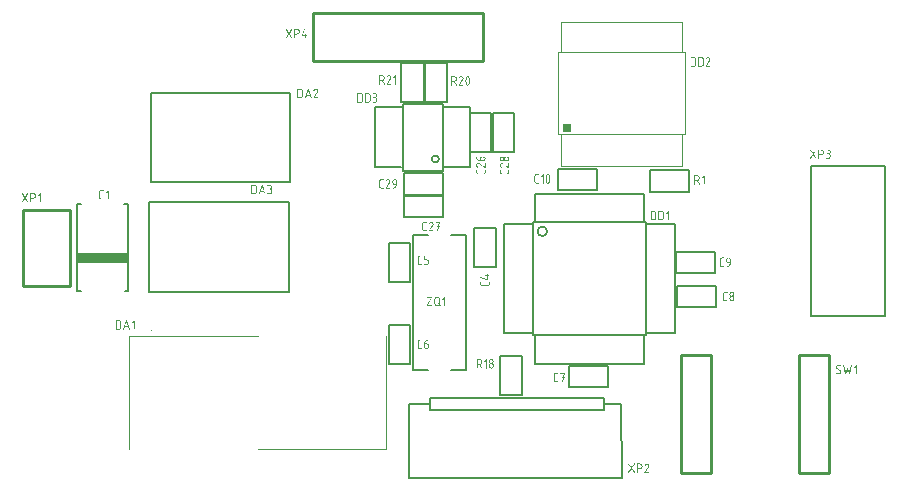
<source format=gto>
G04*
G04 #@! TF.GenerationSoftware,Altium Limited,Altium Designer,23.11.1 (41)*
G04*
G04 Layer_Color=65535*
%FSLAX43Y43*%
%MOMM*%
G71*
G04*
G04 #@! TF.SameCoordinates,A9BB8E2F-42CC-474E-B4F6-770058E49C0A*
G04*
G04*
G04 #@! TF.FilePolarity,Positive*
G04*
G01*
G75*
%ADD10C,0.150*%
%ADD11C,0.091*%
%ADD12C,0.200*%
%ADD13C,0.254*%
%ADD14C,0.100*%
%ADD15R,4.200X0.900*%
G36*
X46998Y29697D02*
Y30332D01*
X46363D01*
Y29697D01*
X46998D01*
D02*
G37*
G36*
X25444Y33327D02*
X25452Y33326D01*
X25460Y33324D01*
X25470Y33323D01*
X25480Y33320D01*
X25490Y33318D01*
X25502Y33313D01*
X25514Y33308D01*
X25526Y33303D01*
X25537Y33296D01*
X25549Y33288D01*
X25561Y33279D01*
X25572Y33268D01*
X25573Y33268D01*
X25575Y33266D01*
X25577Y33263D01*
X25581Y33258D01*
X25586Y33252D01*
X25591Y33246D01*
X25597Y33238D01*
X25602Y33229D01*
X25608Y33219D01*
X25613Y33208D01*
X25618Y33197D01*
X25622Y33184D01*
X25626Y33171D01*
X25629Y33157D01*
X25631Y33142D01*
X25631Y33127D01*
Y33126D01*
Y33125D01*
Y33121D01*
X25631Y33117D01*
Y33112D01*
X25630Y33106D01*
X25628Y33099D01*
X25627Y33091D01*
X25623Y33074D01*
X25616Y33054D01*
X25607Y33033D01*
X25602Y33022D01*
X25595Y33011D01*
X25342Y32606D01*
X25593D01*
X25598Y32605D01*
X25604Y32604D01*
X25612Y32601D01*
X25619Y32596D01*
X25625Y32589D01*
X25630Y32579D01*
X25631Y32572D01*
Y32566D01*
Y32564D01*
X25631Y32560D01*
X25630Y32553D01*
X25626Y32546D01*
X25622Y32539D01*
X25614Y32532D01*
X25605Y32528D01*
X25598Y32527D01*
X25592Y32526D01*
X25269D01*
X25265Y32527D01*
X25258Y32528D01*
X25251Y32531D01*
X25243Y32536D01*
X25237Y32543D01*
X25232Y32553D01*
X25231Y32559D01*
X25230Y32566D01*
Y32566D01*
Y32567D01*
X25231Y32573D01*
X25233Y32580D01*
X25237Y32588D01*
X25532Y33060D01*
X25532Y33062D01*
X25535Y33066D01*
X25537Y33072D01*
X25542Y33081D01*
X25545Y33091D01*
X25548Y33102D01*
X25550Y33114D01*
X25551Y33126D01*
Y33127D01*
Y33129D01*
Y33131D01*
X25550Y33135D01*
X25549Y33144D01*
X25547Y33156D01*
X25543Y33170D01*
X25536Y33184D01*
X25527Y33198D01*
X25515Y33212D01*
X25514Y33213D01*
X25510Y33218D01*
X25502Y33223D01*
X25492Y33230D01*
X25480Y33236D01*
X25466Y33241D01*
X25449Y33246D01*
X25431Y33247D01*
X25427D01*
X25424Y33246D01*
X25419Y33246D01*
X25413Y33244D01*
X25406Y33242D01*
X25399Y33239D01*
X25390Y33235D01*
X25380Y33230D01*
X25371Y33223D01*
X25360Y33214D01*
X25350Y33204D01*
X25339Y33193D01*
X25328Y33180D01*
X25317Y33164D01*
X25306Y33146D01*
X25305Y33145D01*
X25304Y33142D01*
X25301Y33140D01*
X25297Y33137D01*
X25292Y33132D01*
X25286Y33130D01*
X25279Y33127D01*
X25271Y33126D01*
X25269D01*
X25265Y33127D01*
X25258Y33129D01*
X25251Y33131D01*
X25243Y33137D01*
X25237Y33143D01*
X25232Y33153D01*
X25231Y33160D01*
X25230Y33167D01*
Y33168D01*
Y33169D01*
X25231Y33173D01*
X25232Y33178D01*
X25235Y33183D01*
Y33184D01*
X25236Y33185D01*
X25238Y33189D01*
X25242Y33197D01*
X25248Y33206D01*
X25256Y33217D01*
X25264Y33229D01*
X25275Y33242D01*
X25287Y33256D01*
X25301Y33268D01*
X25315Y33282D01*
X25331Y33294D01*
X25349Y33305D01*
X25367Y33314D01*
X25388Y33322D01*
X25409Y33326D01*
X25420Y33328D01*
X25439D01*
X25444Y33327D01*
D02*
G37*
G36*
X24795Y33326D02*
X24799Y33325D01*
X24806Y33323D01*
X24812Y33319D01*
X24819Y33313D01*
X24824Y33306D01*
X24830Y33296D01*
X25068Y32578D01*
Y32577D01*
X25069Y32575D01*
X25070Y32571D01*
Y32566D01*
Y32564D01*
X25069Y32560D01*
X25068Y32553D01*
X25065Y32546D01*
X25060Y32539D01*
X25053Y32532D01*
X25044Y32528D01*
X25037Y32527D01*
X25030Y32526D01*
X25029D01*
X25026Y32527D01*
X25021Y32528D01*
X25015Y32529D01*
X25008Y32533D01*
X25002Y32538D01*
X24996Y32544D01*
X24992Y32553D01*
X24934Y32726D01*
X24645D01*
X24588Y32553D01*
X24587Y32552D01*
X24586Y32549D01*
X24583Y32544D01*
X24579Y32539D01*
X24574Y32534D01*
X24567Y32530D01*
X24560Y32527D01*
X24550Y32526D01*
X24548D01*
X24544Y32527D01*
X24537Y32528D01*
X24529Y32531D01*
X24522Y32536D01*
X24516Y32543D01*
X24511Y32553D01*
X24510Y32559D01*
X24509Y32566D01*
Y32566D01*
Y32570D01*
X24510Y32574D01*
X24511Y32578D01*
X24749Y33294D01*
X24750Y33296D01*
X24752Y33299D01*
X24754Y33304D01*
X24758Y33311D01*
X24764Y33317D01*
X24771Y33322D01*
X24780Y33325D01*
X24790Y33327D01*
X24791D01*
X24795Y33326D01*
D02*
G37*
G36*
X24163Y33327D02*
X24170Y33326D01*
X24178Y33324D01*
X24188Y33323D01*
X24199Y33320D01*
X24209Y33318D01*
X24221Y33313D01*
X24232Y33309D01*
X24244Y33303D01*
X24256Y33296D01*
X24268Y33289D01*
X24280Y33279D01*
X24291Y33269D01*
X24292Y33268D01*
X24293Y33267D01*
X24296Y33263D01*
X24300Y33259D01*
X24304Y33253D01*
X24309Y33246D01*
X24314Y33239D01*
X24320Y33230D01*
X24325Y33219D01*
X24330Y33209D01*
X24336Y33197D01*
X24340Y33185D01*
X24344Y33171D01*
X24347Y33158D01*
X24348Y33142D01*
X24349Y33127D01*
Y32726D01*
Y32725D01*
Y32723D01*
Y32718D01*
X24348Y32712D01*
X24347Y32705D01*
X24346Y32697D01*
X24344Y32687D01*
X24341Y32677D01*
X24339Y32666D01*
X24335Y32655D01*
X24330Y32643D01*
X24325Y32631D01*
X24317Y32619D01*
X24309Y32607D01*
X24300Y32595D01*
X24290Y32584D01*
X24289Y32583D01*
X24287Y32582D01*
X24284Y32579D01*
X24280Y32575D01*
X24274Y32571D01*
X24267Y32566D01*
X24259Y32561D01*
X24250Y32555D01*
X24241Y32550D01*
X24230Y32544D01*
X24218Y32539D01*
X24205Y32535D01*
X24193Y32531D01*
X24178Y32528D01*
X24164Y32527D01*
X24149Y32526D01*
X23907D01*
X23902Y32527D01*
X23896Y32528D01*
X23889Y32531D01*
X23881Y32536D01*
X23875Y32543D01*
X23870Y32553D01*
X23869Y32559D01*
X23869Y32566D01*
Y33287D01*
Y33288D01*
Y33289D01*
X23869Y33294D01*
X23871Y33300D01*
X23874Y33307D01*
X23879Y33315D01*
X23886Y33322D01*
X23896Y33326D01*
X23902Y33327D01*
X23908Y33328D01*
X24157D01*
X24163Y33327D01*
D02*
G37*
G36*
X21545Y25200D02*
X21552Y25199D01*
X21560Y25198D01*
X21569Y25196D01*
X21580Y25193D01*
X21591Y25191D01*
X21602Y25187D01*
X21613Y25181D01*
X21626Y25176D01*
X21638Y25169D01*
X21650Y25161D01*
X21662Y25152D01*
X21673Y25142D01*
X21673Y25141D01*
X21675Y25139D01*
X21678Y25136D01*
X21682Y25132D01*
X21686Y25126D01*
X21691Y25119D01*
X21697Y25110D01*
X21702Y25102D01*
X21708Y25092D01*
X21713Y25081D01*
X21718Y25070D01*
X21722Y25057D01*
X21727Y25044D01*
X21729Y25030D01*
X21731Y25016D01*
X21732Y25000D01*
Y25000D01*
Y24996D01*
X21731Y24991D01*
Y24984D01*
X21729Y24975D01*
X21728Y24966D01*
X21725Y24955D01*
X21722Y24943D01*
X21717Y24930D01*
X21712Y24918D01*
X21706Y24904D01*
X21698Y24890D01*
X21689Y24877D01*
X21678Y24864D01*
X21666Y24852D01*
X21651Y24840D01*
X21652Y24839D01*
X21655Y24837D01*
X21659Y24834D01*
X21664Y24829D01*
X21670Y24823D01*
X21677Y24815D01*
X21684Y24807D01*
X21692Y24797D01*
X21699Y24786D01*
X21706Y24774D01*
X21713Y24760D01*
X21719Y24747D01*
X21724Y24731D01*
X21728Y24715D01*
X21731Y24698D01*
X21732Y24679D01*
Y24600D01*
Y24599D01*
Y24596D01*
Y24591D01*
X21731Y24585D01*
X21730Y24578D01*
X21728Y24570D01*
X21727Y24561D01*
X21724Y24550D01*
X21722Y24539D01*
X21717Y24528D01*
X21712Y24517D01*
X21707Y24504D01*
X21700Y24492D01*
X21692Y24480D01*
X21683Y24468D01*
X21673Y24457D01*
X21672Y24457D01*
X21670Y24455D01*
X21667Y24452D01*
X21662Y24448D01*
X21656Y24444D01*
X21650Y24439D01*
X21641Y24434D01*
X21633Y24429D01*
X21623Y24423D01*
X21612Y24418D01*
X21600Y24413D01*
X21588Y24408D01*
X21574Y24404D01*
X21560Y24402D01*
X21546Y24400D01*
X21530Y24399D01*
X21369D01*
X21365Y24400D01*
X21358Y24402D01*
X21351Y24404D01*
X21344Y24409D01*
X21337Y24416D01*
X21333Y24426D01*
X21332Y24432D01*
X21331Y24439D01*
Y24440D01*
Y24441D01*
X21332Y24446D01*
X21333Y24452D01*
X21336Y24459D01*
X21341Y24467D01*
X21348Y24474D01*
X21358Y24478D01*
X21364Y24479D01*
X21371Y24479D01*
X21536D01*
X21539Y24480D01*
X21548Y24481D01*
X21560Y24484D01*
X21574Y24488D01*
X21588Y24494D01*
X21602Y24502D01*
X21616Y24514D01*
X21618Y24516D01*
X21622Y24520D01*
X21627Y24528D01*
X21634Y24538D01*
X21640Y24550D01*
X21645Y24565D01*
X21650Y24581D01*
X21651Y24600D01*
Y24679D01*
Y24680D01*
Y24682D01*
Y24684D01*
X21651Y24688D01*
X21650Y24697D01*
X21647Y24709D01*
X21643Y24722D01*
X21636Y24737D01*
X21628Y24751D01*
X21616Y24764D01*
X21614Y24766D01*
X21610Y24770D01*
X21602Y24775D01*
X21592Y24782D01*
X21580Y24789D01*
X21565Y24794D01*
X21548Y24798D01*
X21530Y24800D01*
X21449D01*
X21445Y24801D01*
X21438Y24803D01*
X21431Y24805D01*
X21423Y24810D01*
X21417Y24817D01*
X21412Y24827D01*
X21411Y24833D01*
X21410Y24840D01*
Y24841D01*
Y24841D01*
X21411Y24847D01*
X21413Y24852D01*
X21415Y24860D01*
X21421Y24868D01*
X21427Y24874D01*
X21437Y24879D01*
X21444Y24880D01*
X21451Y24880D01*
X21536D01*
X21539Y24881D01*
X21548Y24882D01*
X21560Y24885D01*
X21574Y24889D01*
X21588Y24895D01*
X21602Y24903D01*
X21616Y24915D01*
X21618Y24917D01*
X21622Y24921D01*
X21627Y24929D01*
X21634Y24939D01*
X21640Y24951D01*
X21645Y24966D01*
X21650Y24982D01*
X21651Y25000D01*
Y25001D01*
Y25003D01*
Y25006D01*
X21651Y25009D01*
X21650Y25018D01*
X21647Y25029D01*
X21643Y25043D01*
X21636Y25057D01*
X21628Y25072D01*
X21616Y25085D01*
X21614Y25087D01*
X21610Y25091D01*
X21602Y25096D01*
X21592Y25103D01*
X21580Y25110D01*
X21565Y25115D01*
X21548Y25119D01*
X21530Y25121D01*
X21369D01*
X21365Y25121D01*
X21358Y25123D01*
X21351Y25126D01*
X21344Y25131D01*
X21337Y25137D01*
X21333Y25148D01*
X21332Y25154D01*
X21331Y25160D01*
Y25161D01*
Y25162D01*
X21332Y25167D01*
X21333Y25173D01*
X21336Y25181D01*
X21341Y25188D01*
X21348Y25195D01*
X21358Y25199D01*
X21364Y25200D01*
X21371Y25201D01*
X21539D01*
X21545Y25200D01*
D02*
G37*
G36*
X20894Y25199D02*
X20899Y25198D01*
X20905Y25196D01*
X20911Y25192D01*
X20918Y25187D01*
X20924Y25179D01*
X20929Y25169D01*
X21168Y24452D01*
Y24451D01*
X21168Y24448D01*
X21169Y24444D01*
Y24439D01*
Y24437D01*
X21168Y24433D01*
X21168Y24426D01*
X21164Y24419D01*
X21160Y24412D01*
X21152Y24405D01*
X21143Y24401D01*
X21136Y24400D01*
X21130Y24399D01*
X21129D01*
X21125Y24400D01*
X21120Y24401D01*
X21114Y24402D01*
X21108Y24406D01*
X21102Y24411D01*
X21096Y24417D01*
X21091Y24426D01*
X21034Y24600D01*
X20745D01*
X20687Y24426D01*
X20686Y24425D01*
X20685Y24422D01*
X20683Y24418D01*
X20679Y24413D01*
X20674Y24408D01*
X20667Y24403D01*
X20659Y24400D01*
X20649Y24399D01*
X20647D01*
X20643Y24400D01*
X20636Y24402D01*
X20629Y24404D01*
X20621Y24409D01*
X20615Y24416D01*
X20610Y24426D01*
X20609Y24432D01*
X20609Y24439D01*
Y24440D01*
Y24443D01*
X20609Y24447D01*
X20610Y24452D01*
X20849Y25167D01*
X20850Y25169D01*
X20851Y25172D01*
X20854Y25177D01*
X20858Y25184D01*
X20863Y25190D01*
X20871Y25195D01*
X20879Y25198D01*
X20889Y25200D01*
X20891D01*
X20894Y25199D01*
D02*
G37*
G36*
X20263Y25200D02*
X20269Y25199D01*
X20278Y25198D01*
X20287Y25196D01*
X20298Y25193D01*
X20308Y25191D01*
X20320Y25187D01*
X20332Y25182D01*
X20344Y25176D01*
X20356Y25170D01*
X20367Y25162D01*
X20379Y25153D01*
X20390Y25143D01*
X20391Y25142D01*
X20393Y25140D01*
X20395Y25137D01*
X20400Y25132D01*
X20404Y25126D01*
X20409Y25120D01*
X20414Y25112D01*
X20420Y25103D01*
X20425Y25093D01*
X20430Y25083D01*
X20435Y25071D01*
X20439Y25058D01*
X20444Y25044D01*
X20446Y25031D01*
X20448Y25016D01*
X20449Y25000D01*
Y24600D01*
Y24599D01*
Y24596D01*
Y24591D01*
X20448Y24585D01*
X20447Y24578D01*
X20445Y24570D01*
X20444Y24561D01*
X20441Y24550D01*
X20439Y24539D01*
X20434Y24528D01*
X20429Y24517D01*
X20424Y24504D01*
X20417Y24492D01*
X20409Y24480D01*
X20400Y24468D01*
X20389Y24457D01*
X20389Y24457D01*
X20387Y24455D01*
X20384Y24452D01*
X20379Y24448D01*
X20373Y24444D01*
X20367Y24439D01*
X20359Y24434D01*
X20350Y24429D01*
X20340Y24423D01*
X20329Y24418D01*
X20318Y24413D01*
X20305Y24408D01*
X20292Y24404D01*
X20278Y24402D01*
X20263Y24400D01*
X20248Y24399D01*
X20006D01*
X20002Y24400D01*
X19995Y24402D01*
X19989Y24404D01*
X19981Y24409D01*
X19974Y24416D01*
X19970Y24426D01*
X19969Y24432D01*
X19968Y24439D01*
Y25160D01*
Y25161D01*
Y25162D01*
X19969Y25167D01*
X19971Y25173D01*
X19973Y25181D01*
X19978Y25188D01*
X19985Y25195D01*
X19995Y25199D01*
X20001Y25200D01*
X20008Y25201D01*
X20257D01*
X20263Y25200D01*
D02*
G37*
G36*
X23405Y38399D02*
X23412Y38398D01*
X23419Y38395D01*
X23426Y38390D01*
X23433Y38383D01*
X23437Y38373D01*
X23439Y38366D01*
Y38359D01*
Y38359D01*
Y38358D01*
X23438Y38353D01*
X23436Y38345D01*
X23433Y38337D01*
X23207Y37999D01*
X23433Y37661D01*
Y37660D01*
X23434Y37659D01*
X23436Y37654D01*
X23438Y37647D01*
X23439Y37639D01*
Y37637D01*
X23438Y37633D01*
X23437Y37626D01*
X23434Y37619D01*
X23430Y37612D01*
X23422Y37605D01*
X23413Y37601D01*
X23406Y37600D01*
X23399Y37599D01*
X23396D01*
X23391Y37600D01*
X23386Y37602D01*
X23381Y37603D01*
X23376Y37606D01*
X23370Y37610D01*
X23366Y37616D01*
X23159Y37927D01*
X22952Y37616D01*
X22951Y37615D01*
X22949Y37613D01*
X22947Y37611D01*
X22943Y37608D01*
X22938Y37604D01*
X22933Y37602D01*
X22926Y37600D01*
X22919Y37599D01*
X22917D01*
X22913Y37600D01*
X22906Y37602D01*
X22898Y37604D01*
X22891Y37609D01*
X22885Y37616D01*
X22880Y37626D01*
X22879Y37632D01*
X22878Y37639D01*
Y37640D01*
Y37641D01*
X22879Y37646D01*
X22881Y37653D01*
X22885Y37661D01*
X23110Y37999D01*
X22885Y38337D01*
Y38338D01*
X22884Y38339D01*
X22881Y38344D01*
X22879Y38351D01*
X22878Y38359D01*
Y38360D01*
Y38361D01*
X22879Y38366D01*
X22881Y38372D01*
X22883Y38380D01*
X22888Y38387D01*
X22895Y38394D01*
X22905Y38398D01*
X22912Y38399D01*
X22919Y38400D01*
X22922D01*
X22926Y38399D01*
X22931Y38398D01*
X22936Y38396D01*
X22941Y38392D01*
X22947Y38388D01*
X22952Y38382D01*
X23159Y38072D01*
X23366Y38382D01*
X23367Y38383D01*
X23368Y38385D01*
X23371Y38388D01*
X23375Y38392D01*
X23379Y38394D01*
X23385Y38398D01*
X23391Y38399D01*
X23399Y38400D01*
X23401D01*
X23405Y38399D01*
D02*
G37*
G36*
X24447D02*
X24454Y38398D01*
X24461Y38395D01*
X24468Y38390D01*
X24475Y38383D01*
X24479Y38373D01*
X24481Y38366D01*
Y38359D01*
Y38359D01*
Y38356D01*
X24480Y38353D01*
X24479Y38348D01*
X24334Y37839D01*
X24521D01*
Y37959D01*
Y37960D01*
Y37961D01*
X24522Y37965D01*
X24524Y37972D01*
X24527Y37980D01*
X24532Y37986D01*
X24538Y37993D01*
X24549Y37997D01*
X24554Y37999D01*
X24563D01*
X24568Y37998D01*
X24574Y37997D01*
X24582Y37994D01*
X24589Y37990D01*
X24596Y37982D01*
X24600Y37973D01*
X24601Y37966D01*
X24602Y37959D01*
Y37839D01*
X24683D01*
X24688Y37838D01*
X24694Y37838D01*
X24702Y37834D01*
X24709Y37829D01*
X24716Y37822D01*
X24720Y37812D01*
X24721Y37805D01*
X24722Y37799D01*
Y37797D01*
X24721Y37793D01*
X24720Y37786D01*
X24717Y37779D01*
X24712Y37772D01*
X24705Y37765D01*
X24695Y37761D01*
X24688Y37760D01*
X24681Y37759D01*
X24602D01*
Y37639D01*
Y37637D01*
X24601Y37633D01*
X24600Y37626D01*
X24597Y37619D01*
X24592Y37612D01*
X24585Y37605D01*
X24575Y37601D01*
X24568Y37600D01*
X24561Y37599D01*
X24560D01*
X24555Y37600D01*
X24549Y37602D01*
X24542Y37604D01*
X24534Y37609D01*
X24527Y37616D01*
X24523Y37626D01*
X24522Y37632D01*
X24521Y37639D01*
Y37759D01*
X24279D01*
X24275Y37760D01*
X24268Y37761D01*
X24261Y37764D01*
X24253Y37769D01*
X24247Y37776D01*
X24242Y37786D01*
X24242Y37792D01*
X24241Y37799D01*
Y37800D01*
Y37803D01*
Y37806D01*
X24242Y37810D01*
X24402Y38370D01*
X24403Y38372D01*
X24404Y38376D01*
X24406Y38380D01*
X24411Y38386D01*
X24416Y38391D01*
X24423Y38396D01*
X24431Y38399D01*
X24441Y38400D01*
X24443D01*
X24447Y38399D01*
D02*
G37*
G36*
X23850Y38400D02*
X23858D01*
X23866Y38398D01*
X23876Y38398D01*
X23887Y38395D01*
X23899Y38392D01*
X23912Y38388D01*
X23926Y38384D01*
X23940Y38378D01*
X23955Y38371D01*
X23969Y38364D01*
X23984Y38354D01*
X23997Y38343D01*
X24011Y38331D01*
X24011Y38330D01*
X24014Y38327D01*
X24017Y38324D01*
X24022Y38318D01*
X24027Y38311D01*
X24033Y38303D01*
X24039Y38293D01*
X24046Y38283D01*
X24052Y38272D01*
X24059Y38258D01*
X24065Y38244D01*
X24070Y38229D01*
X24074Y38213D01*
X24077Y38196D01*
X24080Y38178D01*
X24081Y38160D01*
Y38159D01*
Y38155D01*
Y38150D01*
X24080Y38142D01*
X24079Y38133D01*
X24077Y38123D01*
X24075Y38111D01*
X24072Y38098D01*
X24069Y38085D01*
X24065Y38071D01*
X24059Y38057D01*
X24053Y38041D01*
X24045Y38027D01*
X24036Y38014D01*
X24026Y37999D01*
X24014Y37986D01*
X24013Y37986D01*
X24011Y37984D01*
X24007Y37981D01*
X24002Y37976D01*
X23995Y37971D01*
X23987Y37965D01*
X23978Y37959D01*
X23967Y37953D01*
X23956Y37947D01*
X23942Y37941D01*
X23928Y37935D01*
X23912Y37930D01*
X23896Y37926D01*
X23879Y37922D01*
X23860Y37920D01*
X23841Y37920D01*
X23681D01*
Y37639D01*
Y37637D01*
X23680Y37633D01*
X23679Y37626D01*
X23676Y37619D01*
X23671Y37612D01*
X23664Y37605D01*
X23654Y37601D01*
X23647Y37600D01*
X23640Y37599D01*
X23638D01*
X23634Y37600D01*
X23627Y37602D01*
X23621Y37604D01*
X23613Y37609D01*
X23606Y37616D01*
X23602Y37626D01*
X23601Y37632D01*
X23600Y37639D01*
Y38360D01*
Y38361D01*
Y38362D01*
X23601Y38367D01*
X23603Y38373D01*
X23605Y38381D01*
X23611Y38388D01*
X23617Y38395D01*
X23627Y38399D01*
X23633Y38400D01*
X23640Y38401D01*
X23845D01*
X23850Y38400D01*
D02*
G37*
G36*
X39619Y27590D02*
X39626Y27589D01*
X39634Y27587D01*
X39643Y27586D01*
X39654Y27583D01*
X39665Y27581D01*
X39676Y27576D01*
X39688Y27571D01*
X39700Y27566D01*
X39713Y27559D01*
X39724Y27551D01*
X39736Y27542D01*
X39747Y27532D01*
X39748Y27531D01*
X39750Y27529D01*
X39752Y27526D01*
X39757Y27521D01*
X39761Y27516D01*
X39765Y27509D01*
X39771Y27501D01*
X39776Y27492D01*
X39781Y27483D01*
X39786Y27472D01*
X39791Y27460D01*
X39796Y27447D01*
X39800Y27434D01*
X39802Y27420D01*
X39804Y27406D01*
X39805Y27390D01*
Y27382D01*
X39804Y27376D01*
X39803Y27369D01*
X39801Y27361D01*
X39800Y27351D01*
X39797Y27341D01*
X39790Y27319D01*
X39786Y27307D01*
X39780Y27295D01*
X39774Y27283D01*
X39766Y27271D01*
X39757Y27259D01*
X39747Y27248D01*
X39746Y27247D01*
X39745Y27246D01*
X39741Y27243D01*
X39737Y27239D01*
X39731Y27235D01*
X39724Y27230D01*
X39717Y27225D01*
X39708Y27219D01*
X39698Y27214D01*
X39687Y27209D01*
X39675Y27204D01*
X39663Y27200D01*
X39650Y27196D01*
X39636Y27193D01*
X39621Y27192D01*
X39606Y27191D01*
X39365D01*
X39363D01*
X39359D01*
X39351Y27192D01*
X39342Y27192D01*
X39330Y27193D01*
X39317Y27196D01*
X39301Y27198D01*
X39284Y27202D01*
X39266Y27207D01*
X39247Y27213D01*
X39227Y27219D01*
X39207Y27229D01*
X39187Y27239D01*
X39166Y27251D01*
X39146Y27264D01*
X39126Y27280D01*
X39126Y27281D01*
X39123Y27284D01*
X39119Y27287D01*
X39114Y27293D01*
X39107Y27299D01*
X39099Y27307D01*
X39091Y27316D01*
X39083Y27326D01*
X39073Y27337D01*
X39064Y27349D01*
X39045Y27374D01*
X39028Y27403D01*
X39020Y27418D01*
X39013Y27434D01*
X39012Y27434D01*
X39011Y27438D01*
X39010Y27442D01*
X39008Y27447D01*
X39006Y27459D01*
X39004Y27465D01*
Y27472D01*
X39005Y27477D01*
X39006Y27483D01*
X39009Y27490D01*
X39014Y27498D01*
X39021Y27505D01*
X39031Y27509D01*
X39038Y27510D01*
X39044Y27510D01*
X39045D01*
X39050D01*
X39054Y27510D01*
X39060Y27508D01*
X39066Y27505D01*
X39072Y27502D01*
X39076Y27497D01*
X39079Y27490D01*
Y27489D01*
X39080Y27486D01*
X39082Y27482D01*
X39084Y27475D01*
X39087Y27467D01*
X39090Y27459D01*
X39095Y27449D01*
X39100Y27438D01*
X39107Y27426D01*
X39115Y27413D01*
X39123Y27401D01*
X39133Y27388D01*
X39144Y27374D01*
X39157Y27361D01*
X39170Y27348D01*
X39186Y27335D01*
X39187Y27335D01*
X39188Y27333D01*
X39192Y27330D01*
X39197Y27327D01*
X39203Y27323D01*
X39210Y27318D01*
X39219Y27313D01*
X39228Y27307D01*
X39248Y27297D01*
X39272Y27287D01*
X39297Y27280D01*
X39310Y27276D01*
X39324Y27274D01*
Y27400D01*
X39324Y27406D01*
X39325Y27412D01*
X39327Y27421D01*
X39329Y27430D01*
X39331Y27441D01*
X39334Y27451D01*
X39338Y27463D01*
X39342Y27475D01*
X39348Y27487D01*
X39355Y27499D01*
X39362Y27510D01*
X39372Y27522D01*
X39382Y27533D01*
X39383Y27534D01*
X39384Y27536D01*
X39388Y27538D01*
X39392Y27543D01*
X39398Y27547D01*
X39405Y27552D01*
X39412Y27557D01*
X39422Y27562D01*
X39432Y27567D01*
X39443Y27573D01*
X39454Y27577D01*
X39467Y27582D01*
X39480Y27586D01*
X39494Y27588D01*
X39510Y27590D01*
X39525Y27591D01*
X39604D01*
X39605D01*
X39608D01*
X39613D01*
X39619Y27590D01*
D02*
G37*
G36*
X39771Y27029D02*
X39778Y27028D01*
X39785Y27025D01*
X39792Y27021D01*
X39799Y27013D01*
X39803Y27004D01*
X39804Y26997D01*
X39805Y26990D01*
Y26668D01*
X39804Y26664D01*
X39802Y26657D01*
X39800Y26649D01*
X39795Y26642D01*
X39788Y26636D01*
X39778Y26631D01*
X39772Y26630D01*
X39765Y26629D01*
X39764D01*
X39763D01*
X39757Y26630D01*
X39751Y26632D01*
X39742Y26636D01*
X39270Y26930D01*
X39269Y26931D01*
X39264Y26934D01*
X39258Y26936D01*
X39250Y26940D01*
X39240Y26944D01*
X39229Y26946D01*
X39217Y26949D01*
X39204Y26950D01*
X39203D01*
X39202D01*
X39199D01*
X39196Y26949D01*
X39187Y26948D01*
X39175Y26945D01*
X39161Y26941D01*
X39147Y26934D01*
X39132Y26926D01*
X39119Y26914D01*
X39117Y26912D01*
X39113Y26908D01*
X39108Y26901D01*
X39101Y26890D01*
X39094Y26879D01*
X39089Y26864D01*
X39085Y26847D01*
X39083Y26830D01*
Y26826D01*
X39084Y26823D01*
X39085Y26818D01*
X39087Y26812D01*
X39088Y26805D01*
X39092Y26797D01*
X39096Y26789D01*
X39101Y26779D01*
X39108Y26770D01*
X39116Y26759D01*
X39126Y26748D01*
X39137Y26737D01*
X39151Y26726D01*
X39167Y26715D01*
X39185Y26704D01*
X39186Y26704D01*
X39188Y26703D01*
X39191Y26699D01*
X39194Y26696D01*
X39198Y26691D01*
X39201Y26685D01*
X39203Y26678D01*
X39204Y26670D01*
Y26668D01*
X39203Y26664D01*
X39202Y26657D01*
X39199Y26649D01*
X39194Y26642D01*
X39187Y26636D01*
X39177Y26631D01*
X39170Y26630D01*
X39164Y26629D01*
X39163D01*
X39162D01*
X39158Y26630D01*
X39153Y26631D01*
X39148Y26633D01*
X39147D01*
X39146Y26634D01*
X39142Y26637D01*
X39134Y26641D01*
X39125Y26647D01*
X39114Y26654D01*
X39102Y26663D01*
X39088Y26674D01*
X39075Y26686D01*
X39062Y26699D01*
X39049Y26714D01*
X39037Y26730D01*
X39026Y26748D01*
X39017Y26766D01*
X39009Y26786D01*
X39005Y26808D01*
X39003Y26819D01*
Y26838D01*
X39004Y26843D01*
X39005Y26851D01*
X39006Y26859D01*
X39008Y26868D01*
X39011Y26879D01*
X39013Y26889D01*
X39017Y26901D01*
X39022Y26912D01*
X39028Y26924D01*
X39035Y26936D01*
X39043Y26948D01*
X39052Y26960D01*
X39062Y26971D01*
X39063Y26972D01*
X39065Y26973D01*
X39068Y26976D01*
X39072Y26980D01*
X39078Y26984D01*
X39085Y26989D01*
X39093Y26995D01*
X39102Y27000D01*
X39111Y27006D01*
X39122Y27011D01*
X39134Y27017D01*
X39147Y27021D01*
X39159Y27025D01*
X39174Y27028D01*
X39188Y27029D01*
X39203Y27030D01*
X39204D01*
X39206D01*
X39209D01*
X39214Y27029D01*
X39219D01*
X39225Y27028D01*
X39231Y27027D01*
X39240Y27026D01*
X39257Y27022D01*
X39276Y27015D01*
X39297Y27006D01*
X39308Y27000D01*
X39319Y26994D01*
X39724Y26741D01*
Y26992D01*
X39725Y26996D01*
X39726Y27003D01*
X39730Y27011D01*
X39735Y27017D01*
X39741Y27024D01*
X39752Y27028D01*
X39758Y27030D01*
X39765D01*
X39767D01*
X39771Y27029D01*
D02*
G37*
G36*
Y26468D02*
X39778Y26468D01*
X39785Y26464D01*
X39792Y26460D01*
X39799Y26452D01*
X39803Y26443D01*
X39804Y26436D01*
X39805Y26430D01*
Y26261D01*
X39804Y26255D01*
X39803Y26249D01*
X39801Y26240D01*
X39800Y26231D01*
X39797Y26221D01*
X39795Y26210D01*
X39790Y26199D01*
X39786Y26187D01*
X39780Y26174D01*
X39774Y26162D01*
X39766Y26150D01*
X39757Y26139D01*
X39746Y26128D01*
X39746Y26127D01*
X39744Y26125D01*
X39741Y26122D01*
X39736Y26118D01*
X39730Y26114D01*
X39724Y26109D01*
X39716Y26104D01*
X39707Y26099D01*
X39697Y26093D01*
X39686Y26088D01*
X39675Y26083D01*
X39662Y26078D01*
X39648Y26074D01*
X39635Y26072D01*
X39620Y26070D01*
X39604Y26069D01*
X39203D01*
X39203D01*
X39200D01*
X39195D01*
X39190Y26070D01*
X39182Y26071D01*
X39174Y26073D01*
X39165Y26074D01*
X39154Y26077D01*
X39144Y26079D01*
X39132Y26084D01*
X39121Y26088D01*
X39109Y26094D01*
X39097Y26100D01*
X39085Y26108D01*
X39073Y26117D01*
X39062Y26128D01*
X39061Y26128D01*
X39060Y26130D01*
X39057Y26133D01*
X39053Y26138D01*
X39049Y26144D01*
X39044Y26150D01*
X39038Y26158D01*
X39033Y26167D01*
X39027Y26177D01*
X39022Y26188D01*
X39017Y26199D01*
X39012Y26212D01*
X39008Y26226D01*
X39006Y26239D01*
X39004Y26254D01*
X39003Y26270D01*
Y26431D01*
X39004Y26435D01*
X39005Y26442D01*
X39008Y26450D01*
X39013Y26457D01*
X39020Y26463D01*
X39030Y26468D01*
X39037Y26469D01*
X39044D01*
X39045D01*
X39050Y26468D01*
X39056Y26468D01*
X39063Y26464D01*
X39071Y26460D01*
X39077Y26452D01*
X39082Y26443D01*
X39083Y26436D01*
X39083Y26430D01*
Y26265D01*
X39084Y26261D01*
X39085Y26252D01*
X39088Y26240D01*
X39092Y26227D01*
X39099Y26212D01*
X39107Y26198D01*
X39119Y26184D01*
X39121Y26183D01*
X39125Y26179D01*
X39132Y26173D01*
X39143Y26167D01*
X39155Y26161D01*
X39170Y26155D01*
X39187Y26151D01*
X39204Y26150D01*
X39604D01*
X39605D01*
X39607D01*
X39609D01*
X39613Y26150D01*
X39622Y26151D01*
X39634Y26154D01*
X39648Y26158D01*
X39661Y26164D01*
X39676Y26172D01*
X39690Y26184D01*
X39692Y26186D01*
X39695Y26191D01*
X39701Y26198D01*
X39707Y26208D01*
X39713Y26221D01*
X39719Y26235D01*
X39723Y26252D01*
X39724Y26270D01*
Y26431D01*
X39725Y26435D01*
X39726Y26442D01*
X39730Y26450D01*
X39735Y26457D01*
X39741Y26463D01*
X39752Y26468D01*
X39758Y26469D01*
X39765D01*
X39767D01*
X39771Y26468D01*
D02*
G37*
G36*
X35931Y22061D02*
X35938Y22060D01*
X35945Y22056D01*
X35952Y22052D01*
X35959Y22045D01*
X35964Y22035D01*
X35965Y22029D01*
X35965Y22023D01*
Y22022D01*
Y22020D01*
X35965Y22017D01*
X35964Y22012D01*
X35894Y21700D01*
X35927D01*
X35932Y21699D01*
X35938Y21699D01*
X35945Y21695D01*
X35953Y21690D01*
X35960Y21683D01*
X35964Y21673D01*
X35965Y21666D01*
X35965Y21660D01*
Y21658D01*
X35965Y21654D01*
X35964Y21647D01*
X35960Y21640D01*
X35955Y21633D01*
X35949Y21626D01*
X35938Y21622D01*
X35932Y21621D01*
X35925Y21620D01*
X35877D01*
X35804Y21291D01*
Y21289D01*
X35802Y21286D01*
X35800Y21281D01*
X35796Y21276D01*
X35791Y21270D01*
X35784Y21265D01*
X35776Y21261D01*
X35766Y21260D01*
X35764D01*
X35760Y21260D01*
X35753Y21262D01*
X35746Y21265D01*
X35738Y21270D01*
X35732Y21277D01*
X35727Y21287D01*
X35726Y21293D01*
X35725Y21299D01*
Y21300D01*
Y21303D01*
Y21306D01*
X35726Y21309D01*
X35795Y21620D01*
X35763D01*
X35759Y21621D01*
X35752Y21622D01*
X35746Y21625D01*
X35738Y21630D01*
X35731Y21637D01*
X35727Y21647D01*
X35726Y21653D01*
X35725Y21660D01*
Y21661D01*
Y21661D01*
X35726Y21666D01*
X35728Y21672D01*
X35730Y21680D01*
X35735Y21688D01*
X35742Y21694D01*
X35752Y21699D01*
X35758Y21699D01*
X35765Y21700D01*
X35812D01*
X35875Y21981D01*
X35603D01*
X35598Y21982D01*
X35592Y21984D01*
X35585Y21986D01*
X35577Y21991D01*
X35570Y21998D01*
X35566Y22008D01*
X35565Y22014D01*
X35565Y22021D01*
Y22022D01*
Y22023D01*
X35565Y22028D01*
X35567Y22034D01*
X35570Y22041D01*
X35575Y22049D01*
X35581Y22056D01*
X35592Y22060D01*
X35598Y22061D01*
X35604Y22061D01*
X35927D01*
X35931Y22061D01*
D02*
G37*
G36*
X35218D02*
X35225Y22060D01*
X35234Y22058D01*
X35243Y22056D01*
X35253Y22054D01*
X35263Y22051D01*
X35275Y22047D01*
X35287Y22042D01*
X35299Y22037D01*
X35311Y22029D01*
X35323Y22022D01*
X35334Y22012D01*
X35345Y22002D01*
X35346Y22001D01*
X35348Y22000D01*
X35351Y21996D01*
X35355Y21992D01*
X35359Y21986D01*
X35364Y21979D01*
X35370Y21972D01*
X35375Y21962D01*
X35381Y21953D01*
X35386Y21942D01*
X35391Y21930D01*
X35395Y21918D01*
X35400Y21905D01*
X35402Y21891D01*
X35404Y21876D01*
X35405Y21861D01*
Y21860D01*
Y21858D01*
Y21855D01*
X35404Y21851D01*
Y21846D01*
X35403Y21840D01*
X35401Y21833D01*
X35400Y21825D01*
X35396Y21808D01*
X35389Y21788D01*
X35380Y21767D01*
X35375Y21756D01*
X35368Y21745D01*
X35115Y21340D01*
X35367D01*
X35371Y21339D01*
X35378Y21338D01*
X35385Y21335D01*
X35392Y21330D01*
X35399Y21323D01*
X35403Y21313D01*
X35405Y21306D01*
Y21299D01*
Y21298D01*
X35404Y21293D01*
X35403Y21287D01*
X35400Y21280D01*
X35395Y21272D01*
X35388Y21266D01*
X35378Y21261D01*
X35372Y21260D01*
X35365Y21260D01*
X35043D01*
X35038Y21260D01*
X35032Y21262D01*
X35024Y21265D01*
X35016Y21270D01*
X35011Y21277D01*
X35005Y21287D01*
X35005Y21293D01*
X35004Y21299D01*
Y21300D01*
Y21301D01*
X35005Y21307D01*
X35006Y21314D01*
X35011Y21322D01*
X35305Y21794D01*
X35306Y21796D01*
X35308Y21800D01*
X35311Y21806D01*
X35315Y21814D01*
X35318Y21825D01*
X35321Y21836D01*
X35324Y21847D01*
X35324Y21860D01*
Y21861D01*
Y21863D01*
Y21865D01*
X35324Y21869D01*
X35323Y21878D01*
X35320Y21890D01*
X35316Y21903D01*
X35309Y21918D01*
X35301Y21932D01*
X35289Y21946D01*
X35287Y21947D01*
X35283Y21952D01*
X35275Y21957D01*
X35265Y21963D01*
X35253Y21970D01*
X35239Y21975D01*
X35222Y21979D01*
X35204Y21981D01*
X35201D01*
X35197Y21980D01*
X35192Y21979D01*
X35186Y21978D01*
X35180Y21976D01*
X35172Y21973D01*
X35164Y21968D01*
X35153Y21963D01*
X35144Y21957D01*
X35133Y21948D01*
X35123Y21938D01*
X35112Y21927D01*
X35101Y21913D01*
X35090Y21897D01*
X35079Y21880D01*
X35078Y21879D01*
X35077Y21876D01*
X35074Y21874D01*
X35071Y21870D01*
X35066Y21866D01*
X35060Y21864D01*
X35053Y21861D01*
X35044Y21860D01*
X35043D01*
X35038Y21861D01*
X35032Y21863D01*
X35024Y21865D01*
X35016Y21870D01*
X35011Y21877D01*
X35005Y21887D01*
X35005Y21894D01*
X35004Y21901D01*
Y21902D01*
Y21902D01*
X35005Y21907D01*
X35005Y21912D01*
X35008Y21917D01*
Y21918D01*
X35009Y21919D01*
X35011Y21923D01*
X35016Y21930D01*
X35022Y21940D01*
X35029Y21951D01*
X35038Y21962D01*
X35049Y21976D01*
X35060Y21990D01*
X35074Y22002D01*
X35088Y22016D01*
X35104Y22028D01*
X35122Y22039D01*
X35141Y22048D01*
X35161Y22056D01*
X35182Y22060D01*
X35193Y22061D01*
X35213D01*
X35218Y22061D01*
D02*
G37*
G36*
X34810D02*
X34817Y22060D01*
X34824Y22056D01*
X34831Y22051D01*
X34838Y22045D01*
X34842Y22034D01*
X34844Y22028D01*
Y22021D01*
Y22019D01*
X34843Y22015D01*
X34842Y22008D01*
X34839Y22001D01*
X34835Y21994D01*
X34827Y21987D01*
X34818Y21983D01*
X34811Y21982D01*
X34804Y21981D01*
X34639D01*
X34636Y21980D01*
X34627Y21979D01*
X34615Y21977D01*
X34601Y21973D01*
X34587Y21966D01*
X34572Y21957D01*
X34559Y21946D01*
X34557Y21944D01*
X34554Y21940D01*
X34548Y21932D01*
X34542Y21922D01*
X34535Y21909D01*
X34529Y21895D01*
X34526Y21878D01*
X34524Y21860D01*
Y21460D01*
Y21459D01*
Y21458D01*
Y21455D01*
X34525Y21452D01*
X34526Y21442D01*
X34528Y21430D01*
X34533Y21417D01*
X34539Y21403D01*
X34547Y21388D01*
X34559Y21375D01*
X34561Y21373D01*
X34566Y21370D01*
X34572Y21364D01*
X34583Y21358D01*
X34595Y21351D01*
X34610Y21345D01*
X34627Y21342D01*
X34644Y21340D01*
X34806D01*
X34810Y21339D01*
X34817Y21338D01*
X34824Y21335D01*
X34831Y21330D01*
X34838Y21323D01*
X34842Y21313D01*
X34844Y21306D01*
Y21299D01*
Y21298D01*
X34843Y21293D01*
X34842Y21287D01*
X34839Y21280D01*
X34835Y21272D01*
X34827Y21266D01*
X34818Y21261D01*
X34811Y21260D01*
X34804Y21260D01*
X34636D01*
X34630Y21260D01*
X34623Y21261D01*
X34615Y21263D01*
X34605Y21265D01*
X34595Y21267D01*
X34584Y21270D01*
X34573Y21274D01*
X34561Y21278D01*
X34549Y21284D01*
X34537Y21291D01*
X34525Y21299D01*
X34513Y21308D01*
X34502Y21318D01*
X34501Y21319D01*
X34500Y21321D01*
X34497Y21324D01*
X34493Y21328D01*
X34489Y21334D01*
X34484Y21341D01*
X34479Y21348D01*
X34473Y21358D01*
X34468Y21368D01*
X34462Y21378D01*
X34457Y21390D01*
X34453Y21403D01*
X34449Y21416D01*
X34446Y21430D01*
X34445Y21445D01*
X34444Y21460D01*
Y21861D01*
Y21862D01*
Y21864D01*
Y21869D01*
X34445Y21875D01*
X34446Y21882D01*
X34447Y21891D01*
X34449Y21900D01*
X34451Y21910D01*
X34454Y21920D01*
X34458Y21932D01*
X34462Y21944D01*
X34468Y21956D01*
X34475Y21968D01*
X34483Y21979D01*
X34492Y21991D01*
X34502Y22002D01*
X34503Y22003D01*
X34505Y22005D01*
X34508Y22007D01*
X34512Y22012D01*
X34518Y22016D01*
X34525Y22021D01*
X34533Y22027D01*
X34542Y22032D01*
X34552Y22038D01*
X34562Y22043D01*
X34574Y22048D01*
X34587Y22052D01*
X34600Y22056D01*
X34614Y22059D01*
X34629Y22061D01*
X34644Y22061D01*
X34806D01*
X34810Y22061D01*
D02*
G37*
G36*
X41619Y27590D02*
X41627Y27589D01*
X41635Y27587D01*
X41644Y27586D01*
X41654Y27583D01*
X41665Y27581D01*
X41676Y27576D01*
X41688Y27571D01*
X41700Y27566D01*
X41712Y27559D01*
X41724Y27551D01*
X41736Y27542D01*
X41747Y27532D01*
X41748Y27531D01*
X41749Y27529D01*
X41752Y27526D01*
X41756Y27521D01*
X41760Y27516D01*
X41765Y27509D01*
X41770Y27501D01*
X41775Y27492D01*
X41781Y27483D01*
X41786Y27472D01*
X41791Y27460D01*
X41796Y27447D01*
X41800Y27434D01*
X41802Y27420D01*
X41804Y27406D01*
X41805Y27390D01*
Y27383D01*
X41804Y27377D01*
X41803Y27369D01*
X41802Y27361D01*
X41800Y27351D01*
X41797Y27341D01*
X41795Y27331D01*
X41791Y27319D01*
X41786Y27307D01*
X41780Y27296D01*
X41774Y27284D01*
X41766Y27272D01*
X41757Y27260D01*
X41747Y27249D01*
X41746Y27248D01*
X41744Y27247D01*
X41741Y27244D01*
X41736Y27240D01*
X41731Y27236D01*
X41724Y27230D01*
X41716Y27225D01*
X41707Y27220D01*
X41698Y27214D01*
X41687Y27209D01*
X41675Y27204D01*
X41662Y27200D01*
X41649Y27196D01*
X41635Y27193D01*
X41621Y27192D01*
X41605Y27191D01*
X41525D01*
X41524D01*
X41521D01*
X41516Y27192D01*
X41508Y27192D01*
X41500Y27193D01*
X41490Y27195D01*
X41479Y27198D01*
X41468Y27201D01*
X41455Y27205D01*
X41442Y27210D01*
X41429Y27217D01*
X41415Y27225D01*
X41402Y27234D01*
X41389Y27245D01*
X41377Y27257D01*
X41365Y27271D01*
X41364Y27270D01*
X41363Y27268D01*
X41359Y27263D01*
X41354Y27258D01*
X41348Y27252D01*
X41341Y27246D01*
X41332Y27238D01*
X41322Y27231D01*
X41311Y27224D01*
X41299Y27216D01*
X41286Y27209D01*
X41271Y27203D01*
X41256Y27198D01*
X41240Y27194D01*
X41223Y27192D01*
X41204Y27191D01*
X41204D01*
X41201D01*
X41196D01*
X41191Y27192D01*
X41183Y27192D01*
X41175Y27194D01*
X41166Y27196D01*
X41155Y27198D01*
X41145Y27201D01*
X41133Y27205D01*
X41122Y27209D01*
X41110Y27215D01*
X41098Y27222D01*
X41086Y27230D01*
X41074Y27239D01*
X41063Y27249D01*
X41062Y27250D01*
X41061Y27252D01*
X41058Y27255D01*
X41054Y27259D01*
X41050Y27265D01*
X41045Y27272D01*
X41039Y27280D01*
X41034Y27289D01*
X41028Y27298D01*
X41023Y27309D01*
X41018Y27321D01*
X41013Y27334D01*
X41009Y27346D01*
X41007Y27361D01*
X41005Y27375D01*
X41004Y27390D01*
Y27399D01*
X41005Y27404D01*
X41006Y27412D01*
X41007Y27420D01*
X41009Y27429D01*
X41012Y27439D01*
X41014Y27450D01*
X41018Y27461D01*
X41023Y27473D01*
X41029Y27485D01*
X41036Y27497D01*
X41044Y27509D01*
X41053Y27521D01*
X41063Y27532D01*
X41064Y27532D01*
X41066Y27534D01*
X41069Y27537D01*
X41073Y27541D01*
X41079Y27545D01*
X41086Y27550D01*
X41094Y27556D01*
X41103Y27561D01*
X41112Y27567D01*
X41123Y27572D01*
X41135Y27577D01*
X41148Y27582D01*
X41160Y27586D01*
X41175Y27588D01*
X41189Y27590D01*
X41204Y27591D01*
X41205D01*
X41209D01*
X41214Y27590D01*
X41221D01*
X41230Y27588D01*
X41239Y27587D01*
X41250Y27584D01*
X41262Y27581D01*
X41275Y27576D01*
X41287Y27571D01*
X41301Y27565D01*
X41314Y27557D01*
X41328Y27548D01*
X41341Y27537D01*
X41353Y27525D01*
X41365Y27510D01*
X41366Y27511D01*
X41367Y27513D01*
X41369Y27516D01*
X41373Y27520D01*
X41377Y27524D01*
X41382Y27529D01*
X41395Y27541D01*
X41410Y27554D01*
X41429Y27565D01*
X41450Y27576D01*
X41461Y27580D01*
X41473Y27583D01*
X41474D01*
X41476Y27584D01*
X41479D01*
X41483Y27585D01*
X41488Y27586D01*
X41494Y27587D01*
X41501Y27587D01*
X41510D01*
X41519Y27588D01*
X41530Y27589D01*
X41542Y27590D01*
X41555D01*
X41571Y27591D01*
X41588D01*
X41605D01*
X41606D01*
X41609D01*
X41613D01*
X41619Y27590D01*
D02*
G37*
G36*
X41771Y27029D02*
X41778Y27028D01*
X41785Y27025D01*
X41792Y27021D01*
X41799Y27013D01*
X41803Y27004D01*
X41804Y26997D01*
X41805Y26990D01*
Y26668D01*
X41804Y26664D01*
X41802Y26657D01*
X41800Y26649D01*
X41795Y26642D01*
X41788Y26636D01*
X41778Y26631D01*
X41772Y26630D01*
X41765Y26629D01*
X41764D01*
X41764D01*
X41758Y26630D01*
X41751Y26632D01*
X41742Y26636D01*
X41270Y26930D01*
X41269Y26931D01*
X41265Y26934D01*
X41259Y26936D01*
X41250Y26940D01*
X41240Y26944D01*
X41229Y26946D01*
X41217Y26949D01*
X41204Y26950D01*
X41204D01*
X41202D01*
X41199D01*
X41196Y26949D01*
X41187Y26948D01*
X41175Y26945D01*
X41161Y26941D01*
X41147Y26934D01*
X41133Y26926D01*
X41119Y26914D01*
X41117Y26912D01*
X41113Y26908D01*
X41108Y26901D01*
X41101Y26890D01*
X41095Y26879D01*
X41089Y26864D01*
X41085Y26847D01*
X41084Y26830D01*
Y26826D01*
X41084Y26823D01*
X41085Y26818D01*
X41087Y26812D01*
X41089Y26805D01*
X41092Y26797D01*
X41096Y26789D01*
X41101Y26779D01*
X41108Y26770D01*
X41117Y26759D01*
X41127Y26748D01*
X41138Y26737D01*
X41151Y26726D01*
X41167Y26715D01*
X41185Y26704D01*
X41186Y26704D01*
X41188Y26703D01*
X41191Y26699D01*
X41194Y26696D01*
X41199Y26691D01*
X41201Y26685D01*
X41204Y26678D01*
X41204Y26670D01*
Y26668D01*
X41204Y26664D01*
X41202Y26657D01*
X41199Y26649D01*
X41194Y26642D01*
X41188Y26636D01*
X41177Y26631D01*
X41171Y26630D01*
X41164Y26629D01*
X41163D01*
X41162D01*
X41158Y26630D01*
X41153Y26631D01*
X41148Y26633D01*
X41147D01*
X41146Y26634D01*
X41142Y26637D01*
X41134Y26641D01*
X41125Y26647D01*
X41114Y26654D01*
X41102Y26663D01*
X41089Y26674D01*
X41075Y26686D01*
X41062Y26699D01*
X41049Y26714D01*
X41037Y26730D01*
X41026Y26748D01*
X41017Y26766D01*
X41009Y26786D01*
X41005Y26808D01*
X41003Y26819D01*
Y26838D01*
X41004Y26843D01*
X41005Y26851D01*
X41007Y26859D01*
X41008Y26868D01*
X41011Y26879D01*
X41013Y26889D01*
X41018Y26901D01*
X41023Y26912D01*
X41028Y26924D01*
X41035Y26936D01*
X41043Y26948D01*
X41052Y26960D01*
X41062Y26971D01*
X41063Y26972D01*
X41065Y26973D01*
X41068Y26976D01*
X41073Y26980D01*
X41078Y26984D01*
X41085Y26989D01*
X41093Y26995D01*
X41102Y27000D01*
X41111Y27006D01*
X41122Y27011D01*
X41134Y27017D01*
X41147Y27021D01*
X41160Y27025D01*
X41174Y27028D01*
X41188Y27029D01*
X41204Y27030D01*
X41204D01*
X41206D01*
X41210D01*
X41214Y27029D01*
X41219D01*
X41225Y27028D01*
X41232Y27027D01*
X41240Y27026D01*
X41257Y27022D01*
X41276Y27015D01*
X41298Y27006D01*
X41309Y27000D01*
X41320Y26994D01*
X41725Y26741D01*
Y26992D01*
X41725Y26996D01*
X41726Y27003D01*
X41730Y27011D01*
X41735Y27017D01*
X41742Y27024D01*
X41752Y27028D01*
X41758Y27030D01*
X41765D01*
X41767D01*
X41771Y27029D01*
D02*
G37*
G36*
Y26468D02*
X41778Y26468D01*
X41785Y26464D01*
X41792Y26460D01*
X41799Y26452D01*
X41803Y26443D01*
X41804Y26436D01*
X41805Y26430D01*
Y26261D01*
X41804Y26255D01*
X41803Y26249D01*
X41802Y26240D01*
X41800Y26231D01*
X41797Y26221D01*
X41795Y26210D01*
X41791Y26199D01*
X41786Y26187D01*
X41780Y26174D01*
X41774Y26162D01*
X41766Y26150D01*
X41757Y26139D01*
X41747Y26128D01*
X41746Y26127D01*
X41744Y26125D01*
X41741Y26122D01*
X41736Y26118D01*
X41731Y26114D01*
X41724Y26109D01*
X41716Y26104D01*
X41707Y26099D01*
X41697Y26093D01*
X41687Y26088D01*
X41675Y26083D01*
X41662Y26078D01*
X41649Y26074D01*
X41635Y26072D01*
X41620Y26070D01*
X41605Y26069D01*
X41204D01*
X41203D01*
X41200D01*
X41195D01*
X41190Y26070D01*
X41182Y26071D01*
X41174Y26073D01*
X41165Y26074D01*
X41155Y26077D01*
X41144Y26079D01*
X41133Y26084D01*
X41121Y26088D01*
X41109Y26094D01*
X41097Y26100D01*
X41085Y26108D01*
X41073Y26117D01*
X41062Y26128D01*
X41062Y26128D01*
X41060Y26130D01*
X41057Y26133D01*
X41053Y26138D01*
X41049Y26144D01*
X41044Y26150D01*
X41038Y26158D01*
X41033Y26167D01*
X41027Y26177D01*
X41022Y26188D01*
X41017Y26199D01*
X41012Y26212D01*
X41008Y26226D01*
X41006Y26239D01*
X41004Y26254D01*
X41003Y26270D01*
Y26431D01*
X41004Y26435D01*
X41005Y26442D01*
X41008Y26450D01*
X41013Y26457D01*
X41020Y26463D01*
X41030Y26468D01*
X41037Y26469D01*
X41044D01*
X41045D01*
X41050Y26468D01*
X41056Y26468D01*
X41063Y26464D01*
X41071Y26460D01*
X41078Y26452D01*
X41082Y26443D01*
X41083Y26436D01*
X41084Y26430D01*
Y26265D01*
X41084Y26261D01*
X41085Y26252D01*
X41088Y26240D01*
X41092Y26227D01*
X41099Y26212D01*
X41107Y26198D01*
X41119Y26184D01*
X41121Y26183D01*
X41125Y26179D01*
X41133Y26173D01*
X41143Y26167D01*
X41155Y26161D01*
X41170Y26155D01*
X41187Y26151D01*
X41204Y26150D01*
X41605D01*
X41605D01*
X41607D01*
X41610D01*
X41613Y26150D01*
X41622Y26151D01*
X41634Y26154D01*
X41648Y26158D01*
X41661Y26164D01*
X41676Y26172D01*
X41690Y26184D01*
X41692Y26186D01*
X41695Y26191D01*
X41701Y26198D01*
X41707Y26208D01*
X41714Y26221D01*
X41720Y26235D01*
X41723Y26252D01*
X41725Y26270D01*
Y26431D01*
X41725Y26435D01*
X41726Y26442D01*
X41730Y26450D01*
X41735Y26457D01*
X41742Y26463D01*
X41752Y26468D01*
X41758Y26469D01*
X41765D01*
X41767D01*
X41771Y26468D01*
D02*
G37*
G36*
X32121Y25669D02*
X32128Y25668D01*
X32136Y25667D01*
X32146Y25665D01*
X32156Y25662D01*
X32167Y25660D01*
X32178Y25656D01*
X32189Y25651D01*
X32202Y25646D01*
X32214Y25639D01*
X32226Y25631D01*
X32238Y25622D01*
X32249Y25612D01*
X32250Y25611D01*
X32251Y25609D01*
X32254Y25606D01*
X32258Y25602D01*
X32262Y25596D01*
X32267Y25589D01*
X32272Y25581D01*
X32278Y25572D01*
X32283Y25563D01*
X32288Y25552D01*
X32294Y25540D01*
X32298Y25527D01*
X32302Y25514D01*
X32305Y25500D01*
X32306Y25486D01*
X32307Y25470D01*
Y25229D01*
Y25229D01*
Y25227D01*
Y25224D01*
Y25220D01*
X32306Y25216D01*
Y25210D01*
X32305Y25203D01*
X32305Y25196D01*
X32301Y25179D01*
X32297Y25158D01*
X32291Y25136D01*
X32283Y25113D01*
X32273Y25087D01*
X32261Y25061D01*
X32245Y25034D01*
X32227Y25008D01*
X32217Y24994D01*
X32205Y24981D01*
X32193Y24968D01*
X32179Y24955D01*
X32166Y24943D01*
X32151Y24930D01*
X32134Y24918D01*
X32117Y24907D01*
X32116D01*
X32114Y24905D01*
X32111Y24904D01*
X32107Y24901D01*
X32102Y24899D01*
X32096Y24895D01*
X32083Y24889D01*
X32069Y24881D01*
X32053Y24875D01*
X32039Y24871D01*
X32033Y24870D01*
X32027Y24869D01*
X32025D01*
X32021Y24870D01*
X32018Y24871D01*
X32008Y24874D01*
X32003Y24877D01*
X31999Y24881D01*
X31998Y24882D01*
X31997Y24883D01*
X31996Y24885D01*
X31993Y24889D01*
X31989Y24898D01*
X31988Y24903D01*
X31987Y24909D01*
Y24910D01*
Y24913D01*
X31988Y24918D01*
X31990Y24924D01*
X31992Y24930D01*
X31996Y24935D01*
X32000Y24940D01*
X32007Y24944D01*
X32008D01*
X32008Y24944D01*
X32014Y24946D01*
X32022Y24949D01*
X32032Y24953D01*
X32043Y24958D01*
X32056Y24964D01*
X32068Y24970D01*
X32080Y24976D01*
X32081Y24977D01*
X32085Y24981D01*
X32091Y24985D01*
X32100Y24992D01*
X32110Y25000D01*
X32121Y25009D01*
X32133Y25021D01*
X32146Y25035D01*
X32158Y25049D01*
X32171Y25065D01*
X32184Y25083D01*
X32195Y25102D01*
X32205Y25122D01*
X32213Y25143D01*
X32219Y25166D01*
X32223Y25190D01*
X32098D01*
X32092Y25190D01*
X32085Y25191D01*
X32077Y25193D01*
X32068Y25195D01*
X32058Y25197D01*
X32047Y25200D01*
X32036Y25204D01*
X32024Y25208D01*
X32012Y25214D01*
X32000Y25221D01*
X31988Y25229D01*
X31976Y25238D01*
X31965Y25248D01*
X31964Y25249D01*
X31963Y25251D01*
X31960Y25254D01*
X31956Y25258D01*
X31952Y25264D01*
X31947Y25271D01*
X31942Y25278D01*
X31937Y25288D01*
X31931Y25297D01*
X31926Y25308D01*
X31921Y25320D01*
X31916Y25333D01*
X31912Y25345D01*
X31910Y25360D01*
X31908Y25374D01*
X31907Y25389D01*
Y25470D01*
Y25470D01*
Y25473D01*
Y25478D01*
X31908Y25483D01*
X31909Y25491D01*
X31910Y25499D01*
X31912Y25509D01*
X31915Y25519D01*
X31917Y25529D01*
X31921Y25541D01*
X31926Y25552D01*
X31932Y25564D01*
X31938Y25576D01*
X31946Y25588D01*
X31955Y25600D01*
X31965Y25611D01*
X31966Y25612D01*
X31968Y25613D01*
X31971Y25616D01*
X31975Y25620D01*
X31981Y25624D01*
X31988Y25629D01*
X31996Y25635D01*
X32005Y25640D01*
X32014Y25646D01*
X32025Y25651D01*
X32037Y25657D01*
X32050Y25661D01*
X32063Y25665D01*
X32077Y25668D01*
X32091Y25669D01*
X32107Y25670D01*
X32115D01*
X32121Y25669D01*
D02*
G37*
G36*
X31559Y25670D02*
X31567Y25669D01*
X31575Y25668D01*
X31585Y25666D01*
X31595Y25663D01*
X31605Y25661D01*
X31617Y25657D01*
X31629Y25651D01*
X31641Y25646D01*
X31652Y25639D01*
X31664Y25631D01*
X31676Y25622D01*
X31687Y25612D01*
X31688Y25611D01*
X31690Y25609D01*
X31692Y25606D01*
X31696Y25602D01*
X31701Y25596D01*
X31706Y25589D01*
X31712Y25581D01*
X31717Y25572D01*
X31723Y25563D01*
X31728Y25552D01*
X31733Y25540D01*
X31737Y25527D01*
X31741Y25514D01*
X31744Y25500D01*
X31745Y25486D01*
X31746Y25470D01*
Y25470D01*
Y25468D01*
Y25465D01*
X31745Y25460D01*
Y25455D01*
X31745Y25449D01*
X31743Y25443D01*
X31742Y25434D01*
X31738Y25417D01*
X31731Y25398D01*
X31722Y25377D01*
X31717Y25366D01*
X31710Y25355D01*
X31457Y24949D01*
X31708D01*
X31712Y24949D01*
X31719Y24948D01*
X31727Y24944D01*
X31734Y24939D01*
X31740Y24933D01*
X31745Y24922D01*
X31746Y24916D01*
Y24909D01*
Y24907D01*
X31745Y24903D01*
X31745Y24896D01*
X31741Y24889D01*
X31737Y24882D01*
X31729Y24875D01*
X31720Y24871D01*
X31713Y24870D01*
X31707Y24869D01*
X31384D01*
X31380Y24870D01*
X31373Y24872D01*
X31366Y24874D01*
X31358Y24879D01*
X31352Y24886D01*
X31347Y24896D01*
X31346Y24902D01*
X31345Y24909D01*
Y24910D01*
Y24911D01*
X31346Y24916D01*
X31348Y24923D01*
X31352Y24932D01*
X31646Y25404D01*
X31647Y25405D01*
X31650Y25410D01*
X31652Y25415D01*
X31657Y25424D01*
X31660Y25434D01*
X31663Y25445D01*
X31665Y25457D01*
X31666Y25470D01*
Y25470D01*
Y25472D01*
Y25475D01*
X31665Y25478D01*
X31664Y25487D01*
X31662Y25499D01*
X31657Y25513D01*
X31651Y25527D01*
X31642Y25542D01*
X31630Y25555D01*
X31629Y25557D01*
X31624Y25561D01*
X31617Y25566D01*
X31607Y25573D01*
X31595Y25580D01*
X31580Y25585D01*
X31564Y25589D01*
X31546Y25591D01*
X31542D01*
X31539Y25590D01*
X31534Y25589D01*
X31528Y25587D01*
X31521Y25585D01*
X31514Y25582D01*
X31505Y25578D01*
X31495Y25573D01*
X31486Y25566D01*
X31475Y25558D01*
X31465Y25547D01*
X31454Y25536D01*
X31443Y25523D01*
X31432Y25507D01*
X31421Y25489D01*
X31420Y25488D01*
X31419Y25486D01*
X31416Y25483D01*
X31412Y25480D01*
X31407Y25476D01*
X31401Y25473D01*
X31394Y25470D01*
X31386Y25470D01*
X31384D01*
X31380Y25470D01*
X31373Y25472D01*
X31366Y25475D01*
X31358Y25480D01*
X31352Y25487D01*
X31347Y25497D01*
X31346Y25503D01*
X31345Y25510D01*
Y25511D01*
Y25512D01*
X31346Y25516D01*
X31347Y25521D01*
X31350Y25526D01*
Y25527D01*
X31350Y25528D01*
X31353Y25532D01*
X31357Y25540D01*
X31363Y25549D01*
X31371Y25560D01*
X31379Y25572D01*
X31390Y25585D01*
X31402Y25599D01*
X31416Y25612D01*
X31430Y25625D01*
X31446Y25637D01*
X31464Y25648D01*
X31482Y25657D01*
X31503Y25665D01*
X31524Y25669D01*
X31535Y25671D01*
X31554D01*
X31559Y25670D01*
D02*
G37*
G36*
X31152D02*
X31158Y25669D01*
X31166Y25666D01*
X31173Y25661D01*
X31180Y25654D01*
X31184Y25644D01*
X31185Y25637D01*
Y25630D01*
Y25629D01*
X31185Y25624D01*
X31184Y25618D01*
X31180Y25611D01*
X31176Y25603D01*
X31169Y25596D01*
X31159Y25592D01*
X31153Y25591D01*
X31146Y25591D01*
X30981D01*
X30977Y25590D01*
X30968Y25589D01*
X30956Y25586D01*
X30943Y25582D01*
X30928Y25575D01*
X30914Y25567D01*
X30900Y25555D01*
X30899Y25553D01*
X30895Y25549D01*
X30889Y25542D01*
X30884Y25531D01*
X30877Y25519D01*
X30871Y25504D01*
X30867Y25487D01*
X30866Y25470D01*
Y25070D01*
Y25069D01*
Y25067D01*
Y25064D01*
X30867Y25061D01*
X30867Y25052D01*
X30870Y25040D01*
X30874Y25026D01*
X30880Y25013D01*
X30889Y24998D01*
X30900Y24984D01*
X30902Y24982D01*
X30907Y24979D01*
X30914Y24973D01*
X30924Y24967D01*
X30937Y24960D01*
X30951Y24955D01*
X30968Y24951D01*
X30986Y24949D01*
X31147D01*
X31152Y24949D01*
X31158Y24948D01*
X31166Y24944D01*
X31173Y24939D01*
X31180Y24933D01*
X31184Y24922D01*
X31185Y24916D01*
Y24909D01*
Y24907D01*
X31185Y24903D01*
X31184Y24896D01*
X31180Y24889D01*
X31176Y24882D01*
X31169Y24875D01*
X31159Y24871D01*
X31153Y24870D01*
X31146Y24869D01*
X30977D01*
X30972Y24870D01*
X30965Y24871D01*
X30956Y24872D01*
X30947Y24874D01*
X30937Y24877D01*
X30926Y24879D01*
X30915Y24883D01*
X30903Y24888D01*
X30890Y24894D01*
X30878Y24900D01*
X30867Y24908D01*
X30855Y24917D01*
X30844Y24927D01*
X30843Y24928D01*
X30841Y24930D01*
X30839Y24933D01*
X30834Y24938D01*
X30830Y24944D01*
X30825Y24950D01*
X30820Y24958D01*
X30815Y24967D01*
X30809Y24977D01*
X30804Y24987D01*
X30799Y24999D01*
X30795Y25012D01*
X30790Y25026D01*
X30788Y25039D01*
X30786Y25054D01*
X30785Y25070D01*
Y25470D01*
Y25471D01*
Y25474D01*
Y25479D01*
X30786Y25484D01*
X30787Y25492D01*
X30789Y25500D01*
X30790Y25509D01*
X30793Y25520D01*
X30796Y25530D01*
X30800Y25542D01*
X30804Y25553D01*
X30810Y25565D01*
X30817Y25577D01*
X30824Y25589D01*
X30834Y25601D01*
X30844Y25612D01*
X30845Y25613D01*
X30846Y25614D01*
X30850Y25617D01*
X30854Y25621D01*
X30860Y25625D01*
X30867Y25630D01*
X30874Y25636D01*
X30884Y25641D01*
X30894Y25647D01*
X30904Y25652D01*
X30916Y25657D01*
X30928Y25662D01*
X30942Y25666D01*
X30955Y25668D01*
X30971Y25670D01*
X30986Y25671D01*
X31147D01*
X31152Y25670D01*
D02*
G37*
G36*
X38312Y34400D02*
X38319Y34398D01*
X38328Y34397D01*
X38339Y34392D01*
X38351Y34388D01*
X38364Y34381D01*
X38377Y34374D01*
X38391Y34364D01*
X38405Y34351D01*
X38418Y34337D01*
X38431Y34319D01*
X38443Y34299D01*
X38455Y34275D01*
X38460Y34261D01*
X38465Y34248D01*
X38466Y34247D01*
X38467Y34243D01*
X38469Y34237D01*
X38471Y34229D01*
X38474Y34219D01*
X38476Y34207D01*
X38480Y34193D01*
X38483Y34178D01*
X38487Y34160D01*
X38490Y34141D01*
X38493Y34121D01*
X38495Y34099D01*
X38498Y34076D01*
X38499Y34052D01*
X38501Y34026D01*
Y34000D01*
Y33998D01*
Y33993D01*
Y33986D01*
X38500Y33976D01*
Y33964D01*
X38499Y33949D01*
X38498Y33933D01*
X38497Y33915D01*
X38495Y33896D01*
X38493Y33877D01*
X38486Y33834D01*
X38477Y33792D01*
X38471Y33772D01*
X38465Y33751D01*
X38465Y33750D01*
X38463Y33745D01*
X38460Y33737D01*
X38455Y33728D01*
X38450Y33716D01*
X38443Y33703D01*
X38435Y33690D01*
X38426Y33675D01*
X38415Y33661D01*
X38403Y33647D01*
X38389Y33635D01*
X38374Y33623D01*
X38358Y33613D01*
X38340Y33606D01*
X38321Y33601D01*
X38311Y33600D01*
X38301Y33599D01*
X38295D01*
X38290Y33600D01*
X38282Y33602D01*
X38273Y33604D01*
X38262Y33608D01*
X38250Y33612D01*
X38237Y33619D01*
X38224Y33626D01*
X38211Y33636D01*
X38196Y33649D01*
X38183Y33663D01*
X38170Y33681D01*
X38158Y33701D01*
X38146Y33724D01*
X38141Y33738D01*
X38136Y33751D01*
Y33752D01*
X38134Y33756D01*
X38132Y33762D01*
X38131Y33770D01*
X38128Y33780D01*
X38125Y33792D01*
X38121Y33805D01*
X38119Y33822D01*
X38115Y33838D01*
X38112Y33858D01*
X38109Y33878D01*
X38106Y33900D01*
X38104Y33923D01*
X38103Y33948D01*
X38101Y33974D01*
Y34000D01*
Y34002D01*
Y34007D01*
Y34014D01*
X38102Y34025D01*
Y34036D01*
X38103Y34051D01*
X38103Y34067D01*
X38105Y34085D01*
X38107Y34104D01*
X38109Y34123D01*
X38115Y34165D01*
X38124Y34207D01*
X38130Y34228D01*
X38136Y34248D01*
Y34249D01*
X38136Y34250D01*
X38138Y34255D01*
X38142Y34262D01*
X38146Y34272D01*
X38151Y34283D01*
X38158Y34296D01*
X38166Y34310D01*
X38175Y34325D01*
X38186Y34338D01*
X38198Y34353D01*
X38212Y34365D01*
X38227Y34377D01*
X38243Y34387D01*
X38261Y34394D01*
X38280Y34399D01*
X38290Y34401D01*
X38306D01*
X38312Y34400D01*
D02*
G37*
G36*
X37753D02*
X37761Y34399D01*
X37769Y34398D01*
X37779Y34396D01*
X37789Y34393D01*
X37799Y34391D01*
X37811Y34387D01*
X37823Y34381D01*
X37834Y34376D01*
X37846Y34369D01*
X37858Y34361D01*
X37870Y34352D01*
X37881Y34342D01*
X37882Y34341D01*
X37884Y34339D01*
X37886Y34336D01*
X37890Y34332D01*
X37895Y34326D01*
X37900Y34319D01*
X37906Y34311D01*
X37911Y34302D01*
X37917Y34293D01*
X37922Y34282D01*
X37927Y34270D01*
X37931Y34257D01*
X37935Y34244D01*
X37938Y34230D01*
X37939Y34216D01*
X37940Y34200D01*
Y34200D01*
Y34198D01*
Y34195D01*
X37939Y34190D01*
Y34185D01*
X37939Y34179D01*
X37937Y34173D01*
X37936Y34164D01*
X37932Y34147D01*
X37925Y34128D01*
X37916Y34107D01*
X37911Y34096D01*
X37904Y34085D01*
X37651Y33679D01*
X37902D01*
X37906Y33679D01*
X37913Y33678D01*
X37921Y33674D01*
X37928Y33669D01*
X37934Y33663D01*
X37939Y33652D01*
X37940Y33646D01*
Y33639D01*
Y33637D01*
X37939Y33633D01*
X37939Y33626D01*
X37935Y33619D01*
X37931Y33612D01*
X37923Y33605D01*
X37914Y33601D01*
X37907Y33600D01*
X37900Y33599D01*
X37578D01*
X37574Y33600D01*
X37567Y33602D01*
X37560Y33604D01*
X37552Y33609D01*
X37546Y33616D01*
X37541Y33626D01*
X37540Y33632D01*
X37539Y33639D01*
Y33640D01*
Y33641D01*
X37540Y33646D01*
X37542Y33653D01*
X37546Y33662D01*
X37840Y34134D01*
X37841Y34135D01*
X37844Y34140D01*
X37846Y34145D01*
X37851Y34154D01*
X37854Y34164D01*
X37856Y34175D01*
X37859Y34187D01*
X37860Y34200D01*
Y34200D01*
Y34202D01*
Y34205D01*
X37859Y34208D01*
X37858Y34217D01*
X37856Y34229D01*
X37851Y34243D01*
X37845Y34257D01*
X37836Y34272D01*
X37824Y34285D01*
X37823Y34287D01*
X37818Y34291D01*
X37811Y34296D01*
X37801Y34303D01*
X37789Y34310D01*
X37774Y34315D01*
X37758Y34319D01*
X37740Y34321D01*
X37736D01*
X37733Y34320D01*
X37728Y34319D01*
X37722Y34317D01*
X37715Y34315D01*
X37708Y34312D01*
X37699Y34308D01*
X37689Y34303D01*
X37680Y34296D01*
X37669Y34288D01*
X37659Y34277D01*
X37648Y34266D01*
X37637Y34253D01*
X37626Y34237D01*
X37615Y34219D01*
X37614Y34218D01*
X37613Y34216D01*
X37610Y34213D01*
X37606Y34210D01*
X37601Y34206D01*
X37595Y34203D01*
X37588Y34200D01*
X37580Y34200D01*
X37578D01*
X37574Y34200D01*
X37567Y34202D01*
X37560Y34205D01*
X37552Y34210D01*
X37546Y34217D01*
X37541Y34227D01*
X37540Y34233D01*
X37539Y34240D01*
Y34241D01*
Y34242D01*
X37540Y34246D01*
X37541Y34251D01*
X37544Y34256D01*
Y34257D01*
X37544Y34258D01*
X37547Y34262D01*
X37551Y34270D01*
X37557Y34279D01*
X37565Y34290D01*
X37573Y34302D01*
X37584Y34315D01*
X37596Y34329D01*
X37610Y34342D01*
X37624Y34355D01*
X37640Y34367D01*
X37658Y34378D01*
X37676Y34387D01*
X37697Y34395D01*
X37718Y34399D01*
X37729Y34401D01*
X37748D01*
X37753Y34400D01*
D02*
G37*
G36*
X37149D02*
X37156D01*
X37165Y34398D01*
X37175Y34398D01*
X37186Y34395D01*
X37198Y34392D01*
X37211Y34388D01*
X37225Y34384D01*
X37239Y34378D01*
X37253Y34371D01*
X37268Y34364D01*
X37282Y34354D01*
X37296Y34343D01*
X37309Y34331D01*
X37310Y34330D01*
X37313Y34327D01*
X37316Y34324D01*
X37320Y34318D01*
X37325Y34311D01*
X37331Y34303D01*
X37338Y34293D01*
X37345Y34283D01*
X37351Y34272D01*
X37357Y34258D01*
X37363Y34244D01*
X37368Y34229D01*
X37373Y34213D01*
X37376Y34196D01*
X37379Y34178D01*
X37379Y34160D01*
Y34159D01*
Y34158D01*
Y34156D01*
Y34152D01*
X37379Y34144D01*
X37377Y34133D01*
X37375Y34119D01*
X37372Y34104D01*
X37368Y34088D01*
X37362Y34070D01*
X37353Y34052D01*
X37344Y34032D01*
X37332Y34014D01*
X37318Y33996D01*
X37302Y33979D01*
X37282Y33963D01*
X37259Y33948D01*
X37247Y33942D01*
X37234Y33937D01*
X37374Y33657D01*
X37375Y33655D01*
X37377Y33651D01*
X37379Y33646D01*
X37379Y33639D01*
Y33638D01*
Y33636D01*
X37379Y33633D01*
X37378Y33630D01*
X37376Y33625D01*
X37374Y33620D01*
X37371Y33615D01*
X37367Y33611D01*
X37366Y33610D01*
X37365Y33609D01*
X37363Y33608D01*
X37359Y33605D01*
X37350Y33601D01*
X37345Y33600D01*
X37339Y33599D01*
X37335D01*
X37330Y33600D01*
X37324Y33602D01*
X37319Y33604D01*
X37313Y33608D01*
X37308Y33613D01*
X37302Y33621D01*
X37154Y33920D01*
X36979D01*
Y33639D01*
Y33637D01*
X36979Y33633D01*
X36978Y33626D01*
X36974Y33619D01*
X36969Y33612D01*
X36962Y33605D01*
X36952Y33601D01*
X36946Y33600D01*
X36939Y33599D01*
X36937D01*
X36933Y33600D01*
X36926Y33602D01*
X36919Y33604D01*
X36912Y33609D01*
X36905Y33616D01*
X36901Y33626D01*
X36900Y33632D01*
X36899Y33639D01*
Y34360D01*
Y34361D01*
Y34362D01*
X36900Y34367D01*
X36902Y34373D01*
X36904Y34381D01*
X36909Y34388D01*
X36916Y34395D01*
X36926Y34399D01*
X36932Y34400D01*
X36939Y34401D01*
X37143D01*
X37149Y34400D01*
D02*
G37*
G36*
X32196Y34469D02*
X32202Y34468D01*
X32209Y34465D01*
X32217Y34460D01*
X32224Y34453D01*
X32228Y34443D01*
X32229Y34436D01*
X32229Y34429D01*
Y33709D01*
Y33707D01*
X32229Y33703D01*
X32228Y33696D01*
X32224Y33689D01*
X32219Y33682D01*
X32213Y33675D01*
X32202Y33671D01*
X32196Y33670D01*
X32189Y33669D01*
X32187D01*
X32183Y33670D01*
X32176Y33672D01*
X32169Y33674D01*
X32162Y33679D01*
X32155Y33686D01*
X32151Y33696D01*
X32150Y33702D01*
X32149Y33709D01*
Y34333D01*
X32056Y34241D01*
X32055Y34240D01*
X32054Y34239D01*
X32052Y34237D01*
X32048Y34235D01*
X32040Y34231D01*
X32034Y34230D01*
X32028Y34229D01*
X32026D01*
X32022Y34230D01*
X32015Y34232D01*
X32009Y34234D01*
X32001Y34239D01*
X31994Y34246D01*
X31990Y34256D01*
X31989Y34263D01*
X31988Y34270D01*
Y34270D01*
Y34272D01*
X31989Y34276D01*
X31990Y34279D01*
X31993Y34288D01*
X31996Y34293D01*
X32000Y34298D01*
X32157Y34454D01*
X32158Y34455D01*
X32159Y34457D01*
X32163Y34459D01*
X32167Y34462D01*
X32177Y34468D01*
X32183Y34469D01*
X32189Y34470D01*
X32191D01*
X32196Y34469D01*
D02*
G37*
G36*
X31642Y34470D02*
X31649Y34469D01*
X31658Y34468D01*
X31667Y34466D01*
X31677Y34463D01*
X31687Y34461D01*
X31699Y34457D01*
X31711Y34451D01*
X31723Y34446D01*
X31735Y34439D01*
X31746Y34431D01*
X31758Y34422D01*
X31769Y34412D01*
X31770Y34411D01*
X31772Y34409D01*
X31774Y34406D01*
X31779Y34402D01*
X31783Y34396D01*
X31788Y34389D01*
X31794Y34381D01*
X31799Y34372D01*
X31805Y34363D01*
X31810Y34352D01*
X31815Y34340D01*
X31819Y34327D01*
X31823Y34314D01*
X31826Y34300D01*
X31828Y34286D01*
X31829Y34270D01*
Y34270D01*
Y34268D01*
Y34265D01*
X31828Y34260D01*
Y34255D01*
X31827Y34249D01*
X31825Y34243D01*
X31824Y34234D01*
X31820Y34217D01*
X31813Y34198D01*
X31804Y34177D01*
X31799Y34166D01*
X31792Y34155D01*
X31539Y33749D01*
X31790D01*
X31795Y33749D01*
X31801Y33748D01*
X31809Y33744D01*
X31816Y33739D01*
X31823Y33733D01*
X31827Y33722D01*
X31829Y33716D01*
Y33709D01*
Y33707D01*
X31828Y33703D01*
X31827Y33696D01*
X31823Y33689D01*
X31819Y33682D01*
X31812Y33675D01*
X31802Y33671D01*
X31796Y33670D01*
X31789Y33669D01*
X31467D01*
X31462Y33670D01*
X31456Y33672D01*
X31448Y33674D01*
X31440Y33679D01*
X31434Y33686D01*
X31429Y33696D01*
X31428Y33702D01*
X31428Y33709D01*
Y33710D01*
Y33711D01*
X31428Y33716D01*
X31430Y33723D01*
X31434Y33732D01*
X31729Y34204D01*
X31730Y34205D01*
X31732Y34210D01*
X31735Y34215D01*
X31739Y34224D01*
X31742Y34234D01*
X31745Y34245D01*
X31747Y34257D01*
X31748Y34270D01*
Y34270D01*
Y34272D01*
Y34275D01*
X31747Y34278D01*
X31746Y34287D01*
X31744Y34299D01*
X31740Y34313D01*
X31733Y34327D01*
X31724Y34342D01*
X31713Y34355D01*
X31711Y34357D01*
X31707Y34361D01*
X31699Y34366D01*
X31689Y34373D01*
X31677Y34380D01*
X31663Y34385D01*
X31646Y34389D01*
X31628Y34391D01*
X31625D01*
X31621Y34390D01*
X31616Y34389D01*
X31610Y34387D01*
X31604Y34385D01*
X31596Y34382D01*
X31587Y34378D01*
X31577Y34373D01*
X31568Y34366D01*
X31557Y34358D01*
X31547Y34347D01*
X31536Y34336D01*
X31525Y34323D01*
X31514Y34307D01*
X31503Y34289D01*
X31502Y34288D01*
X31501Y34286D01*
X31498Y34283D01*
X31494Y34280D01*
X31489Y34276D01*
X31483Y34273D01*
X31477Y34270D01*
X31468Y34270D01*
X31467D01*
X31462Y34270D01*
X31456Y34272D01*
X31448Y34275D01*
X31440Y34280D01*
X31434Y34287D01*
X31429Y34297D01*
X31428Y34303D01*
X31428Y34310D01*
Y34311D01*
Y34312D01*
X31428Y34316D01*
X31429Y34321D01*
X31432Y34326D01*
Y34327D01*
X31433Y34328D01*
X31435Y34332D01*
X31439Y34340D01*
X31445Y34349D01*
X31453Y34360D01*
X31461Y34372D01*
X31472Y34385D01*
X31484Y34399D01*
X31498Y34412D01*
X31512Y34425D01*
X31528Y34437D01*
X31546Y34448D01*
X31565Y34457D01*
X31585Y34465D01*
X31606Y34469D01*
X31617Y34471D01*
X31637D01*
X31642Y34470D01*
D02*
G37*
G36*
X31037D02*
X31044D01*
X31053Y34468D01*
X31063Y34468D01*
X31074Y34465D01*
X31086Y34462D01*
X31099Y34458D01*
X31113Y34454D01*
X31127Y34448D01*
X31142Y34441D01*
X31156Y34434D01*
X31170Y34424D01*
X31184Y34413D01*
X31198Y34401D01*
X31198Y34400D01*
X31201Y34397D01*
X31204Y34394D01*
X31209Y34388D01*
X31214Y34381D01*
X31220Y34373D01*
X31226Y34363D01*
X31233Y34353D01*
X31239Y34342D01*
X31246Y34328D01*
X31252Y34314D01*
X31257Y34299D01*
X31261Y34283D01*
X31264Y34266D01*
X31267Y34248D01*
X31268Y34230D01*
Y34229D01*
Y34228D01*
Y34226D01*
Y34222D01*
X31267Y34214D01*
X31265Y34203D01*
X31264Y34189D01*
X31260Y34174D01*
X31256Y34158D01*
X31250Y34140D01*
X31242Y34122D01*
X31232Y34102D01*
X31220Y34084D01*
X31206Y34066D01*
X31190Y34049D01*
X31170Y34033D01*
X31148Y34018D01*
X31136Y34012D01*
X31122Y34007D01*
X31263Y33727D01*
X31264Y33725D01*
X31265Y33721D01*
X31267Y33716D01*
X31268Y33709D01*
Y33708D01*
Y33706D01*
X31267Y33703D01*
X31266Y33700D01*
X31264Y33695D01*
X31263Y33690D01*
X31259Y33685D01*
X31255Y33681D01*
X31254Y33680D01*
X31253Y33679D01*
X31251Y33678D01*
X31247Y33675D01*
X31238Y33671D01*
X31233Y33670D01*
X31227Y33669D01*
X31223D01*
X31219Y33670D01*
X31213Y33672D01*
X31207Y33674D01*
X31201Y33678D01*
X31196Y33683D01*
X31191Y33691D01*
X31042Y33990D01*
X30868D01*
Y33709D01*
Y33707D01*
X30867Y33703D01*
X30866Y33696D01*
X30863Y33689D01*
X30858Y33682D01*
X30851Y33675D01*
X30841Y33671D01*
X30834Y33670D01*
X30827Y33669D01*
X30825D01*
X30821Y33670D01*
X30814Y33672D01*
X30808Y33674D01*
X30800Y33679D01*
X30793Y33686D01*
X30789Y33696D01*
X30788Y33702D01*
X30787Y33709D01*
Y34430D01*
Y34431D01*
Y34432D01*
X30788Y34437D01*
X30790Y34443D01*
X30792Y34451D01*
X30797Y34458D01*
X30804Y34465D01*
X30814Y34469D01*
X30820Y34470D01*
X30827Y34471D01*
X31032D01*
X31037Y34470D01*
D02*
G37*
G36*
X30445Y32950D02*
X30452Y32950D01*
X30460Y32948D01*
X30470Y32946D01*
X30480Y32944D01*
X30491Y32941D01*
X30503Y32937D01*
X30514Y32932D01*
X30526Y32927D01*
X30538Y32919D01*
X30550Y32912D01*
X30562Y32902D01*
X30573Y32892D01*
X30574Y32891D01*
X30576Y32890D01*
X30578Y32886D01*
X30582Y32882D01*
X30587Y32876D01*
X30592Y32869D01*
X30598Y32861D01*
X30603Y32852D01*
X30609Y32842D01*
X30614Y32831D01*
X30619Y32820D01*
X30623Y32808D01*
X30627Y32794D01*
X30630Y32780D01*
X30631Y32766D01*
X30632Y32751D01*
Y32750D01*
Y32747D01*
X30631Y32742D01*
Y32734D01*
X30630Y32725D01*
X30628Y32716D01*
X30625Y32705D01*
X30622Y32693D01*
X30618Y32681D01*
X30613Y32668D01*
X30606Y32654D01*
X30598Y32641D01*
X30589Y32627D01*
X30578Y32615D01*
X30566Y32602D01*
X30552Y32590D01*
X30553Y32589D01*
X30555Y32588D01*
X30559Y32584D01*
X30565Y32579D01*
X30570Y32573D01*
X30577Y32566D01*
X30585Y32557D01*
X30592Y32547D01*
X30599Y32536D01*
X30607Y32524D01*
X30614Y32511D01*
X30619Y32497D01*
X30625Y32481D01*
X30629Y32465D01*
X30631Y32448D01*
X30632Y32429D01*
Y32350D01*
Y32349D01*
Y32347D01*
Y32341D01*
X30631Y32336D01*
X30631Y32329D01*
X30629Y32320D01*
X30627Y32311D01*
X30625Y32301D01*
X30622Y32290D01*
X30618Y32279D01*
X30613Y32267D01*
X30608Y32254D01*
X30600Y32243D01*
X30592Y32231D01*
X30583Y32219D01*
X30573Y32208D01*
X30572Y32207D01*
X30570Y32205D01*
X30567Y32203D01*
X30563Y32199D01*
X30557Y32194D01*
X30550Y32189D01*
X30542Y32184D01*
X30533Y32179D01*
X30523Y32173D01*
X30512Y32168D01*
X30500Y32163D01*
X30488Y32159D01*
X30475Y32155D01*
X30460Y32152D01*
X30446Y32150D01*
X30431Y32150D01*
X30269D01*
X30265Y32150D01*
X30258Y32152D01*
X30252Y32155D01*
X30244Y32160D01*
X30237Y32166D01*
X30233Y32177D01*
X30232Y32182D01*
X30231Y32189D01*
Y32190D01*
Y32191D01*
X30232Y32196D01*
X30234Y32202D01*
X30236Y32210D01*
X30241Y32217D01*
X30248Y32224D01*
X30258Y32228D01*
X30264Y32229D01*
X30271Y32230D01*
X30436D01*
X30439Y32231D01*
X30449Y32232D01*
X30460Y32234D01*
X30474Y32238D01*
X30488Y32244D01*
X30503Y32253D01*
X30516Y32265D01*
X30518Y32266D01*
X30522Y32270D01*
X30527Y32278D01*
X30534Y32288D01*
X30541Y32301D01*
X30546Y32315D01*
X30550Y32331D01*
X30552Y32350D01*
Y32429D01*
Y32430D01*
Y32432D01*
Y32435D01*
X30551Y32438D01*
X30550Y32447D01*
X30548Y32459D01*
X30543Y32473D01*
X30537Y32487D01*
X30528Y32501D01*
X30516Y32515D01*
X30515Y32517D01*
X30510Y32521D01*
X30503Y32526D01*
X30493Y32533D01*
X30480Y32539D01*
X30466Y32544D01*
X30449Y32549D01*
X30431Y32550D01*
X30350D01*
X30345Y32551D01*
X30339Y32553D01*
X30331Y32555D01*
X30323Y32561D01*
X30318Y32567D01*
X30312Y32577D01*
X30312Y32583D01*
X30311Y32590D01*
Y32591D01*
Y32592D01*
X30312Y32597D01*
X30313Y32603D01*
X30316Y32610D01*
X30321Y32618D01*
X30328Y32625D01*
X30338Y32629D01*
X30345Y32630D01*
X30351Y32631D01*
X30436D01*
X30439Y32632D01*
X30449Y32632D01*
X30460Y32635D01*
X30474Y32639D01*
X30488Y32645D01*
X30503Y32654D01*
X30516Y32665D01*
X30518Y32667D01*
X30522Y32671D01*
X30527Y32679D01*
X30534Y32689D01*
X30541Y32702D01*
X30546Y32716D01*
X30550Y32732D01*
X30552Y32751D01*
Y32752D01*
Y32753D01*
Y32756D01*
X30551Y32759D01*
X30550Y32769D01*
X30548Y32780D01*
X30543Y32793D01*
X30537Y32808D01*
X30528Y32822D01*
X30516Y32835D01*
X30515Y32837D01*
X30510Y32841D01*
X30503Y32846D01*
X30493Y32853D01*
X30480Y32860D01*
X30466Y32865D01*
X30449Y32869D01*
X30431Y32871D01*
X30269D01*
X30265Y32872D01*
X30258Y32874D01*
X30252Y32876D01*
X30244Y32881D01*
X30237Y32888D01*
X30233Y32898D01*
X30232Y32904D01*
X30231Y32911D01*
Y32912D01*
Y32912D01*
X30232Y32917D01*
X30234Y32923D01*
X30236Y32931D01*
X30241Y32939D01*
X30248Y32945D01*
X30258Y32950D01*
X30264Y32950D01*
X30271Y32951D01*
X30439D01*
X30445Y32950D01*
D02*
G37*
G36*
X29884D02*
X29891Y32950D01*
X29900Y32948D01*
X29909Y32946D01*
X29920Y32944D01*
X29930Y32941D01*
X29942Y32937D01*
X29954Y32933D01*
X29966Y32927D01*
X29978Y32920D01*
X29989Y32912D01*
X30001Y32903D01*
X30012Y32893D01*
X30013Y32892D01*
X30015Y32890D01*
X30017Y32887D01*
X30022Y32883D01*
X30026Y32877D01*
X30031Y32870D01*
X30036Y32863D01*
X30042Y32853D01*
X30047Y32843D01*
X30052Y32833D01*
X30057Y32821D01*
X30061Y32808D01*
X30065Y32795D01*
X30068Y32781D01*
X30070Y32766D01*
X30071Y32751D01*
Y32350D01*
Y32349D01*
Y32347D01*
Y32341D01*
X30070Y32336D01*
X30069Y32329D01*
X30067Y32320D01*
X30065Y32311D01*
X30063Y32301D01*
X30060Y32290D01*
X30056Y32279D01*
X30051Y32267D01*
X30046Y32254D01*
X30038Y32243D01*
X30031Y32231D01*
X30022Y32219D01*
X30011Y32208D01*
X30011Y32207D01*
X30009Y32205D01*
X30005Y32203D01*
X30001Y32199D01*
X29995Y32194D01*
X29989Y32189D01*
X29981Y32184D01*
X29972Y32179D01*
X29962Y32173D01*
X29951Y32168D01*
X29939Y32163D01*
X29927Y32159D01*
X29914Y32155D01*
X29900Y32152D01*
X29885Y32150D01*
X29870Y32150D01*
X29628D01*
X29624Y32150D01*
X29617Y32152D01*
X29610Y32155D01*
X29603Y32160D01*
X29596Y32166D01*
X29592Y32177D01*
X29591Y32182D01*
X29590Y32189D01*
Y32911D01*
Y32912D01*
Y32912D01*
X29591Y32917D01*
X29593Y32923D01*
X29595Y32931D01*
X29600Y32939D01*
X29607Y32945D01*
X29617Y32950D01*
X29623Y32950D01*
X29630Y32951D01*
X29879D01*
X29884Y32950D01*
D02*
G37*
G36*
X29243D02*
X29250Y32950D01*
X29259Y32948D01*
X29268Y32946D01*
X29279Y32944D01*
X29289Y32941D01*
X29301Y32937D01*
X29313Y32933D01*
X29325Y32927D01*
X29336Y32920D01*
X29348Y32912D01*
X29360Y32903D01*
X29371Y32893D01*
X29372Y32892D01*
X29374Y32890D01*
X29376Y32887D01*
X29380Y32883D01*
X29385Y32877D01*
X29390Y32870D01*
X29395Y32863D01*
X29401Y32853D01*
X29406Y32843D01*
X29411Y32833D01*
X29416Y32821D01*
X29420Y32808D01*
X29424Y32795D01*
X29427Y32781D01*
X29429Y32766D01*
X29429Y32751D01*
Y32350D01*
Y32349D01*
Y32347D01*
Y32341D01*
X29429Y32336D01*
X29428Y32329D01*
X29426Y32320D01*
X29424Y32311D01*
X29422Y32301D01*
X29419Y32290D01*
X29415Y32279D01*
X29410Y32267D01*
X29405Y32254D01*
X29397Y32243D01*
X29390Y32231D01*
X29380Y32219D01*
X29370Y32208D01*
X29369Y32207D01*
X29368Y32205D01*
X29364Y32203D01*
X29360Y32199D01*
X29354Y32194D01*
X29347Y32189D01*
X29340Y32184D01*
X29330Y32179D01*
X29321Y32173D01*
X29310Y32168D01*
X29298Y32163D01*
X29286Y32159D01*
X29273Y32155D01*
X29259Y32152D01*
X29244Y32150D01*
X29229Y32150D01*
X28987D01*
X28983Y32150D01*
X28976Y32152D01*
X28969Y32155D01*
X28962Y32160D01*
X28955Y32166D01*
X28951Y32177D01*
X28950Y32182D01*
X28949Y32189D01*
Y32911D01*
Y32912D01*
Y32912D01*
X28950Y32917D01*
X28952Y32923D01*
X28954Y32931D01*
X28959Y32939D01*
X28966Y32945D01*
X28976Y32950D01*
X28982Y32950D01*
X28989Y32951D01*
X29237D01*
X29243Y32950D01*
D02*
G37*
G36*
X34937Y19208D02*
X34944Y19208D01*
X34951Y19204D01*
X34958Y19199D01*
X34965Y19192D01*
X34969Y19182D01*
X34971Y19175D01*
Y19169D01*
Y19167D01*
X34970Y19163D01*
X34969Y19156D01*
X34966Y19149D01*
X34961Y19142D01*
X34954Y19135D01*
X34944Y19131D01*
X34938Y19130D01*
X34931Y19129D01*
X34692D01*
Y18889D01*
X34819D01*
X34824Y18888D01*
X34832Y18887D01*
X34840Y18885D01*
X34850Y18884D01*
X34860Y18881D01*
X34870Y18879D01*
X34882Y18874D01*
X34894Y18869D01*
X34906Y18864D01*
X34917Y18857D01*
X34929Y18849D01*
X34941Y18840D01*
X34952Y18829D01*
X34953Y18829D01*
X34955Y18827D01*
X34957Y18824D01*
X34961Y18819D01*
X34966Y18813D01*
X34971Y18807D01*
X34977Y18798D01*
X34982Y18790D01*
X34988Y18780D01*
X34993Y18769D01*
X34998Y18757D01*
X35002Y18745D01*
X35006Y18731D01*
X35009Y18717D01*
X35010Y18703D01*
X35011Y18687D01*
Y18608D01*
Y18607D01*
Y18604D01*
Y18599D01*
X35010Y18593D01*
X35010Y18587D01*
X35008Y18578D01*
X35006Y18569D01*
X35004Y18559D01*
X35001Y18548D01*
X34997Y18537D01*
X34992Y18525D01*
X34987Y18512D01*
X34979Y18500D01*
X34972Y18489D01*
X34962Y18477D01*
X34952Y18466D01*
X34951Y18465D01*
X34950Y18463D01*
X34946Y18461D01*
X34942Y18456D01*
X34936Y18452D01*
X34929Y18447D01*
X34921Y18442D01*
X34912Y18437D01*
X34902Y18431D01*
X34891Y18426D01*
X34880Y18421D01*
X34868Y18417D01*
X34854Y18412D01*
X34840Y18410D01*
X34826Y18408D01*
X34811Y18407D01*
X34649D01*
X34645Y18408D01*
X34638Y18410D01*
X34632Y18412D01*
X34624Y18418D01*
X34617Y18424D01*
X34613Y18434D01*
X34612Y18440D01*
X34611Y18447D01*
Y18448D01*
Y18449D01*
X34612Y18454D01*
X34614Y18460D01*
X34616Y18467D01*
X34621Y18475D01*
X34628Y18482D01*
X34638Y18486D01*
X34644Y18487D01*
X34651Y18488D01*
X34816D01*
X34819Y18489D01*
X34829Y18489D01*
X34840Y18492D01*
X34853Y18496D01*
X34868Y18502D01*
X34882Y18511D01*
X34895Y18522D01*
X34897Y18524D01*
X34901Y18528D01*
X34906Y18536D01*
X34913Y18546D01*
X34920Y18559D01*
X34925Y18573D01*
X34929Y18589D01*
X34931Y18608D01*
Y18687D01*
Y18688D01*
Y18690D01*
Y18692D01*
X34930Y18696D01*
X34929Y18705D01*
X34927Y18717D01*
X34922Y18731D01*
X34916Y18745D01*
X34907Y18759D01*
X34895Y18773D01*
X34894Y18774D01*
X34889Y18779D01*
X34882Y18784D01*
X34872Y18791D01*
X34859Y18797D01*
X34845Y18802D01*
X34829Y18807D01*
X34811Y18808D01*
X34649D01*
X34645Y18809D01*
X34638Y18811D01*
X34632Y18813D01*
X34624Y18818D01*
X34617Y18825D01*
X34613Y18835D01*
X34612Y18841D01*
X34611Y18848D01*
Y19169D01*
Y19169D01*
Y19170D01*
X34612Y19175D01*
X34614Y19181D01*
X34616Y19189D01*
X34621Y19197D01*
X34628Y19203D01*
X34638Y19208D01*
X34644Y19208D01*
X34651Y19209D01*
X34933D01*
X34937Y19208D01*
D02*
G37*
G36*
X34417D02*
X34423Y19208D01*
X34431Y19204D01*
X34438Y19199D01*
X34445Y19192D01*
X34449Y19182D01*
X34451Y19175D01*
Y19169D01*
Y19167D01*
X34450Y19163D01*
X34449Y19156D01*
X34445Y19149D01*
X34441Y19142D01*
X34434Y19135D01*
X34424Y19131D01*
X34418Y19130D01*
X34411Y19129D01*
X34246D01*
X34242Y19128D01*
X34233Y19127D01*
X34221Y19125D01*
X34208Y19120D01*
X34193Y19114D01*
X34179Y19105D01*
X34165Y19093D01*
X34164Y19092D01*
X34160Y19087D01*
X34154Y19080D01*
X34149Y19070D01*
X34142Y19057D01*
X34136Y19043D01*
X34132Y19026D01*
X34131Y19008D01*
Y18608D01*
Y18607D01*
Y18605D01*
Y18603D01*
X34132Y18599D01*
X34132Y18590D01*
X34135Y18578D01*
X34139Y18565D01*
X34145Y18551D01*
X34154Y18536D01*
X34165Y18522D01*
X34167Y18521D01*
X34172Y18517D01*
X34179Y18511D01*
X34189Y18506D01*
X34202Y18499D01*
X34216Y18493D01*
X34233Y18489D01*
X34251Y18488D01*
X34412D01*
X34417Y18487D01*
X34423Y18486D01*
X34431Y18483D01*
X34438Y18478D01*
X34445Y18471D01*
X34449Y18461D01*
X34451Y18454D01*
Y18447D01*
Y18445D01*
X34450Y18441D01*
X34449Y18434D01*
X34445Y18428D01*
X34441Y18420D01*
X34434Y18413D01*
X34424Y18409D01*
X34418Y18408D01*
X34411Y18407D01*
X34242D01*
X34237Y18408D01*
X34230Y18409D01*
X34221Y18411D01*
X34212Y18412D01*
X34202Y18415D01*
X34191Y18418D01*
X34180Y18422D01*
X34168Y18426D01*
X34155Y18432D01*
X34143Y18439D01*
X34132Y18446D01*
X34120Y18456D01*
X34109Y18466D01*
X34108Y18467D01*
X34106Y18468D01*
X34104Y18472D01*
X34099Y18476D01*
X34095Y18482D01*
X34090Y18489D01*
X34085Y18496D01*
X34080Y18506D01*
X34074Y18516D01*
X34069Y18526D01*
X34064Y18538D01*
X34060Y18550D01*
X34056Y18564D01*
X34053Y18577D01*
X34051Y18593D01*
X34050Y18608D01*
Y19009D01*
Y19010D01*
Y19012D01*
Y19017D01*
X34051Y19022D01*
X34052Y19030D01*
X34054Y19038D01*
X34056Y19048D01*
X34058Y19058D01*
X34061Y19068D01*
X34065Y19080D01*
X34069Y19092D01*
X34075Y19104D01*
X34082Y19115D01*
X34089Y19127D01*
X34099Y19139D01*
X34109Y19150D01*
X34110Y19151D01*
X34111Y19153D01*
X34115Y19155D01*
X34119Y19159D01*
X34125Y19164D01*
X34132Y19169D01*
X34139Y19175D01*
X34149Y19180D01*
X34159Y19186D01*
X34169Y19191D01*
X34181Y19196D01*
X34193Y19200D01*
X34207Y19204D01*
X34220Y19207D01*
X34236Y19208D01*
X34251Y19209D01*
X34412D01*
X34417Y19208D01*
D02*
G37*
G36*
X34897Y12095D02*
X34903Y12094D01*
X34911Y12091D01*
X34918Y12086D01*
X34925Y12079D01*
X34929Y12069D01*
X34930Y12062D01*
X34931Y12055D01*
Y12054D01*
Y12050D01*
X34930Y12046D01*
X34928Y12040D01*
X34926Y12034D01*
X34922Y12028D01*
X34917Y12024D01*
X34911Y12021D01*
X34910D01*
X34906Y12020D01*
X34902Y12018D01*
X34895Y12016D01*
X34888Y12013D01*
X34879Y12010D01*
X34869Y12005D01*
X34858Y11999D01*
X34846Y11993D01*
X34834Y11985D01*
X34821Y11977D01*
X34808Y11966D01*
X34795Y11955D01*
X34781Y11943D01*
X34769Y11929D01*
X34756Y11914D01*
X34755Y11913D01*
X34753Y11911D01*
X34751Y11907D01*
X34747Y11903D01*
X34743Y11896D01*
X34739Y11889D01*
X34734Y11881D01*
X34728Y11872D01*
X34718Y11851D01*
X34708Y11828D01*
X34700Y11802D01*
X34697Y11790D01*
X34695Y11776D01*
X34820D01*
X34826Y11775D01*
X34833Y11774D01*
X34841Y11773D01*
X34851Y11771D01*
X34862Y11769D01*
X34872Y11766D01*
X34884Y11762D01*
X34895Y11758D01*
X34907Y11752D01*
X34919Y11745D01*
X34931Y11737D01*
X34943Y11728D01*
X34954Y11718D01*
X34955Y11717D01*
X34956Y11715D01*
X34959Y11712D01*
X34963Y11708D01*
X34967Y11702D01*
X34972Y11695D01*
X34977Y11687D01*
X34983Y11678D01*
X34988Y11668D01*
X34994Y11657D01*
X34998Y11646D01*
X35002Y11633D01*
X35006Y11620D01*
X35009Y11605D01*
X35010Y11590D01*
X35011Y11575D01*
Y11495D01*
Y11494D01*
Y11492D01*
Y11487D01*
X35010Y11481D01*
X35010Y11474D01*
X35008Y11466D01*
X35006Y11456D01*
X35004Y11445D01*
X35001Y11434D01*
X34997Y11423D01*
X34992Y11412D01*
X34987Y11400D01*
X34979Y11387D01*
X34972Y11375D01*
X34962Y11363D01*
X34952Y11352D01*
X34951Y11352D01*
X34950Y11350D01*
X34946Y11347D01*
X34942Y11343D01*
X34936Y11339D01*
X34929Y11335D01*
X34922Y11329D01*
X34912Y11324D01*
X34903Y11319D01*
X34892Y11313D01*
X34880Y11308D01*
X34868Y11304D01*
X34855Y11300D01*
X34840Y11297D01*
X34826Y11296D01*
X34811Y11295D01*
X34802D01*
X34796Y11296D01*
X34790Y11297D01*
X34781Y11298D01*
X34772Y11300D01*
X34762Y11302D01*
X34740Y11309D01*
X34728Y11313D01*
X34715Y11319D01*
X34703Y11326D01*
X34692Y11334D01*
X34680Y11342D01*
X34669Y11352D01*
X34668Y11353D01*
X34666Y11355D01*
X34664Y11358D01*
X34659Y11363D01*
X34655Y11368D01*
X34651Y11375D01*
X34645Y11383D01*
X34640Y11392D01*
X34635Y11401D01*
X34630Y11412D01*
X34625Y11424D01*
X34621Y11437D01*
X34616Y11450D01*
X34614Y11464D01*
X34612Y11478D01*
X34611Y11494D01*
Y11735D01*
Y11736D01*
Y11741D01*
X34612Y11748D01*
X34613Y11758D01*
X34614Y11769D01*
X34616Y11783D01*
X34619Y11799D01*
X34622Y11816D01*
X34627Y11834D01*
X34633Y11853D01*
X34640Y11873D01*
X34649Y11893D01*
X34659Y11913D01*
X34671Y11933D01*
X34685Y11954D01*
X34701Y11973D01*
X34702Y11974D01*
X34704Y11977D01*
X34708Y11981D01*
X34714Y11986D01*
X34719Y11993D01*
X34727Y12000D01*
X34736Y12009D01*
X34747Y12017D01*
X34758Y12027D01*
X34769Y12036D01*
X34795Y12054D01*
X34824Y12072D01*
X34839Y12080D01*
X34854Y12087D01*
X34855Y12087D01*
X34858Y12088D01*
X34862Y12090D01*
X34868Y12092D01*
X34879Y12094D01*
X34885Y12096D01*
X34892D01*
X34897Y12095D01*
D02*
G37*
G36*
X34417Y12096D02*
X34423Y12095D01*
X34431Y12092D01*
X34438Y12087D01*
X34445Y12080D01*
X34449Y12070D01*
X34451Y12063D01*
Y12056D01*
Y12054D01*
X34450Y12050D01*
X34449Y12043D01*
X34445Y12037D01*
X34441Y12029D01*
X34434Y12022D01*
X34424Y12018D01*
X34418Y12017D01*
X34411Y12016D01*
X34246D01*
X34242Y12016D01*
X34233Y12015D01*
X34221Y12012D01*
X34208Y12008D01*
X34193Y12001D01*
X34179Y11993D01*
X34165Y11981D01*
X34164Y11979D01*
X34160Y11975D01*
X34154Y11967D01*
X34149Y11957D01*
X34142Y11944D01*
X34136Y11930D01*
X34132Y11913D01*
X34131Y11895D01*
Y11495D01*
Y11494D01*
Y11493D01*
Y11490D01*
X34132Y11487D01*
X34132Y11478D01*
X34135Y11466D01*
X34139Y11452D01*
X34145Y11439D01*
X34154Y11423D01*
X34165Y11410D01*
X34167Y11408D01*
X34172Y11405D01*
X34179Y11399D01*
X34189Y11393D01*
X34202Y11386D01*
X34216Y11380D01*
X34233Y11377D01*
X34251Y11375D01*
X34412D01*
X34417Y11374D01*
X34423Y11374D01*
X34431Y11370D01*
X34438Y11365D01*
X34445Y11358D01*
X34449Y11348D01*
X34451Y11341D01*
Y11335D01*
Y11333D01*
X34450Y11329D01*
X34449Y11322D01*
X34445Y11315D01*
X34441Y11308D01*
X34434Y11301D01*
X34424Y11297D01*
X34418Y11296D01*
X34411Y11295D01*
X34242D01*
X34237Y11296D01*
X34230Y11297D01*
X34221Y11298D01*
X34212Y11300D01*
X34202Y11302D01*
X34191Y11305D01*
X34180Y11309D01*
X34168Y11313D01*
X34155Y11319D01*
X34143Y11326D01*
X34132Y11334D01*
X34120Y11343D01*
X34109Y11353D01*
X34108Y11354D01*
X34106Y11356D01*
X34104Y11359D01*
X34099Y11363D01*
X34095Y11369D01*
X34090Y11376D01*
X34085Y11384D01*
X34080Y11393D01*
X34074Y11403D01*
X34069Y11413D01*
X34064Y11425D01*
X34060Y11438D01*
X34056Y11451D01*
X34053Y11465D01*
X34051Y11480D01*
X34050Y11495D01*
Y11896D01*
Y11897D01*
Y11900D01*
Y11905D01*
X34051Y11910D01*
X34052Y11917D01*
X34054Y11926D01*
X34056Y11935D01*
X34058Y11945D01*
X34061Y11955D01*
X34065Y11967D01*
X34069Y11979D01*
X34075Y11991D01*
X34082Y12003D01*
X34089Y12015D01*
X34099Y12027D01*
X34109Y12038D01*
X34110Y12038D01*
X34111Y12040D01*
X34115Y12043D01*
X34119Y12047D01*
X34125Y12051D01*
X34132Y12056D01*
X34139Y12062D01*
X34149Y12067D01*
X34159Y12073D01*
X34169Y12078D01*
X34181Y12083D01*
X34193Y12087D01*
X34207Y12092D01*
X34220Y12094D01*
X34236Y12096D01*
X34251Y12097D01*
X34412D01*
X34417Y12096D01*
D02*
G37*
G36*
X46506Y9282D02*
X46513Y9282D01*
X46520Y9278D01*
X46527Y9274D01*
X46534Y9267D01*
X46539Y9257D01*
X46540Y9251D01*
X46541Y9244D01*
Y9244D01*
Y9242D01*
X46540Y9238D01*
X46539Y9234D01*
X46469Y8922D01*
X46502D01*
X46507Y8921D01*
X46513Y8920D01*
X46520Y8917D01*
X46528Y8912D01*
X46535Y8905D01*
X46539Y8895D01*
X46540Y8888D01*
X46541Y8882D01*
Y8880D01*
X46540Y8876D01*
X46539Y8869D01*
X46535Y8862D01*
X46530Y8854D01*
X46524Y8848D01*
X46513Y8843D01*
X46507Y8843D01*
X46500Y8842D01*
X46452D01*
X46379Y8513D01*
Y8511D01*
X46377Y8508D01*
X46375Y8503D01*
X46371Y8498D01*
X46366Y8492D01*
X46360Y8487D01*
X46351Y8483D01*
X46341Y8481D01*
X46339D01*
X46335Y8482D01*
X46328Y8484D01*
X46321Y8487D01*
X46313Y8492D01*
X46307Y8498D01*
X46302Y8509D01*
X46301Y8514D01*
X46300Y8521D01*
Y8522D01*
Y8525D01*
Y8528D01*
X46301Y8531D01*
X46370Y8842D01*
X46338D01*
X46334Y8843D01*
X46327Y8844D01*
X46321Y8847D01*
X46313Y8852D01*
X46306Y8859D01*
X46302Y8869D01*
X46301Y8875D01*
X46300Y8882D01*
Y8882D01*
Y8883D01*
X46301Y8888D01*
X46303Y8894D01*
X46305Y8902D01*
X46310Y8909D01*
X46317Y8916D01*
X46327Y8920D01*
X46333Y8921D01*
X46340Y8922D01*
X46387D01*
X46450Y9203D01*
X46178D01*
X46173Y9204D01*
X46167Y9205D01*
X46160Y9208D01*
X46152Y9213D01*
X46146Y9220D01*
X46141Y9230D01*
X46140Y9236D01*
X46140Y9243D01*
Y9244D01*
Y9244D01*
X46140Y9249D01*
X46142Y9255D01*
X46145Y9263D01*
X46150Y9271D01*
X46157Y9277D01*
X46167Y9282D01*
X46173Y9282D01*
X46179Y9283D01*
X46502D01*
X46506Y9282D01*
D02*
G37*
G36*
X45946D02*
X45953Y9282D01*
X45960Y9278D01*
X45967Y9273D01*
X45974Y9266D01*
X45978Y9256D01*
X45980Y9249D01*
Y9243D01*
Y9241D01*
X45979Y9237D01*
X45978Y9230D01*
X45975Y9223D01*
X45970Y9216D01*
X45963Y9209D01*
X45954Y9205D01*
X45947Y9204D01*
X45940Y9203D01*
X45775D01*
X45772Y9202D01*
X45762Y9201D01*
X45751Y9199D01*
X45737Y9194D01*
X45723Y9188D01*
X45708Y9179D01*
X45695Y9167D01*
X45693Y9166D01*
X45690Y9162D01*
X45684Y9154D01*
X45678Y9144D01*
X45671Y9131D01*
X45665Y9117D01*
X45662Y9100D01*
X45660Y9082D01*
Y8682D01*
Y8681D01*
Y8679D01*
Y8677D01*
X45661Y8673D01*
X45662Y8664D01*
X45664Y8652D01*
X45668Y8639D01*
X45674Y8625D01*
X45683Y8610D01*
X45695Y8597D01*
X45696Y8595D01*
X45701Y8591D01*
X45708Y8585D01*
X45718Y8580D01*
X45731Y8573D01*
X45745Y8567D01*
X45762Y8564D01*
X45780Y8562D01*
X45942D01*
X45946Y8561D01*
X45953Y8560D01*
X45960Y8557D01*
X45967Y8552D01*
X45974Y8545D01*
X45978Y8535D01*
X45980Y8528D01*
Y8521D01*
Y8520D01*
X45979Y8515D01*
X45978Y8509D01*
X45975Y8502D01*
X45970Y8494D01*
X45963Y8487D01*
X45954Y8483D01*
X45947Y8482D01*
X45940Y8481D01*
X45772D01*
X45766Y8482D01*
X45759Y8483D01*
X45751Y8485D01*
X45741Y8487D01*
X45731Y8489D01*
X45720Y8492D01*
X45709Y8496D01*
X45697Y8500D01*
X45685Y8506D01*
X45673Y8513D01*
X45661Y8520D01*
X45649Y8530D01*
X45638Y8540D01*
X45637Y8541D01*
X45636Y8542D01*
X45633Y8546D01*
X45629Y8550D01*
X45625Y8556D01*
X45619Y8563D01*
X45614Y8570D01*
X45609Y8580D01*
X45603Y8590D01*
X45598Y8600D01*
X45593Y8612D01*
X45589Y8624D01*
X45585Y8638D01*
X45582Y8651D01*
X45581Y8667D01*
X45580Y8682D01*
Y9083D01*
Y9084D01*
Y9086D01*
Y9091D01*
X45581Y9096D01*
X45581Y9104D01*
X45583Y9112D01*
X45585Y9122D01*
X45587Y9132D01*
X45590Y9142D01*
X45594Y9154D01*
X45598Y9166D01*
X45604Y9178D01*
X45611Y9189D01*
X45619Y9201D01*
X45628Y9213D01*
X45638Y9224D01*
X45639Y9225D01*
X45641Y9227D01*
X45644Y9229D01*
X45648Y9233D01*
X45654Y9238D01*
X45661Y9243D01*
X45668Y9249D01*
X45678Y9254D01*
X45688Y9260D01*
X45698Y9265D01*
X45710Y9270D01*
X45723Y9274D01*
X45736Y9278D01*
X45750Y9281D01*
X45765Y9282D01*
X45780Y9283D01*
X45942D01*
X45946Y9282D01*
D02*
G37*
G36*
X60667Y16138D02*
X60675Y16137D01*
X60683Y16135D01*
X60692Y16134D01*
X60702Y16131D01*
X60713Y16129D01*
X60724Y16124D01*
X60736Y16119D01*
X60748Y16114D01*
X60760Y16107D01*
X60772Y16099D01*
X60784Y16090D01*
X60795Y16080D01*
X60795Y16079D01*
X60797Y16077D01*
X60800Y16074D01*
X60804Y16069D01*
X60808Y16063D01*
X60813Y16057D01*
X60819Y16049D01*
X60824Y16040D01*
X60830Y16031D01*
X60835Y16020D01*
X60840Y16008D01*
X60845Y15995D01*
X60849Y15982D01*
X60851Y15968D01*
X60853Y15954D01*
X60854Y15938D01*
Y15937D01*
Y15934D01*
X60853Y15929D01*
Y15921D01*
X60851Y15913D01*
X60850Y15904D01*
X60847Y15893D01*
X60844Y15881D01*
X60839Y15868D01*
X60834Y15855D01*
X60828Y15842D01*
X60820Y15828D01*
X60811Y15815D01*
X60800Y15802D01*
X60788Y15789D01*
X60773Y15778D01*
X60774Y15777D01*
X60776Y15776D01*
X60779Y15773D01*
X60783Y15770D01*
X60787Y15766D01*
X60792Y15761D01*
X60804Y15748D01*
X60817Y15733D01*
X60828Y15714D01*
X60839Y15693D01*
X60843Y15682D01*
X60846Y15670D01*
Y15668D01*
X60847Y15667D01*
Y15663D01*
X60848Y15660D01*
X60849Y15655D01*
X60850Y15649D01*
X60850Y15641D01*
Y15633D01*
X60851Y15624D01*
X60852Y15613D01*
X60853Y15601D01*
Y15587D01*
X60854Y15572D01*
Y15555D01*
Y15537D01*
Y15537D01*
Y15534D01*
Y15530D01*
X60853Y15524D01*
X60852Y15516D01*
X60850Y15508D01*
X60849Y15498D01*
X60846Y15488D01*
X60844Y15478D01*
X60839Y15466D01*
X60834Y15455D01*
X60829Y15443D01*
X60822Y15431D01*
X60814Y15419D01*
X60805Y15407D01*
X60795Y15396D01*
X60794Y15395D01*
X60792Y15394D01*
X60789Y15391D01*
X60784Y15387D01*
X60779Y15383D01*
X60772Y15378D01*
X60764Y15372D01*
X60755Y15367D01*
X60746Y15361D01*
X60735Y15356D01*
X60723Y15351D01*
X60710Y15347D01*
X60697Y15343D01*
X60683Y15340D01*
X60669Y15339D01*
X60653Y15338D01*
X60646D01*
X60640Y15339D01*
X60632Y15339D01*
X60624Y15341D01*
X60614Y15343D01*
X60604Y15345D01*
X60594Y15348D01*
X60582Y15352D01*
X60570Y15356D01*
X60559Y15362D01*
X60547Y15369D01*
X60535Y15377D01*
X60523Y15386D01*
X60512Y15396D01*
X60511Y15397D01*
X60510Y15399D01*
X60507Y15402D01*
X60503Y15406D01*
X60499Y15412D01*
X60494Y15419D01*
X60488Y15427D01*
X60483Y15436D01*
X60477Y15445D01*
X60472Y15456D01*
X60467Y15468D01*
X60463Y15481D01*
X60459Y15493D01*
X60456Y15508D01*
X60455Y15522D01*
X60454Y15537D01*
Y15618D01*
Y15619D01*
Y15622D01*
X60455Y15627D01*
X60455Y15635D01*
X60456Y15643D01*
X60458Y15652D01*
X60461Y15663D01*
X60464Y15675D01*
X60468Y15688D01*
X60473Y15701D01*
X60480Y15714D01*
X60488Y15728D01*
X60497Y15740D01*
X60508Y15754D01*
X60520Y15766D01*
X60534Y15778D01*
X60533Y15778D01*
X60531Y15780D01*
X60527Y15784D01*
X60521Y15789D01*
X60516Y15795D01*
X60509Y15802D01*
X60501Y15811D01*
X60494Y15821D01*
X60487Y15832D01*
X60479Y15844D01*
X60472Y15857D01*
X60466Y15871D01*
X60461Y15887D01*
X60457Y15903D01*
X60455Y15920D01*
X60454Y15938D01*
Y15939D01*
Y15942D01*
Y15947D01*
X60455Y15952D01*
X60455Y15959D01*
X60457Y15968D01*
X60459Y15977D01*
X60461Y15987D01*
X60464Y15998D01*
X60468Y16009D01*
X60472Y16021D01*
X60478Y16033D01*
X60485Y16045D01*
X60493Y16057D01*
X60502Y16069D01*
X60512Y16080D01*
X60513Y16080D01*
X60515Y16082D01*
X60518Y16085D01*
X60522Y16089D01*
X60528Y16093D01*
X60535Y16098D01*
X60543Y16104D01*
X60552Y16109D01*
X60561Y16115D01*
X60572Y16120D01*
X60584Y16125D01*
X60597Y16129D01*
X60609Y16134D01*
X60624Y16136D01*
X60638Y16138D01*
X60653Y16139D01*
X60662D01*
X60667Y16138D01*
D02*
G37*
G36*
X60259Y16139D02*
X60266Y16138D01*
X60274Y16135D01*
X60280Y16129D01*
X60287Y16123D01*
X60291Y16113D01*
X60293Y16106D01*
Y16099D01*
Y16097D01*
X60292Y16093D01*
X60291Y16086D01*
X60288Y16080D01*
X60284Y16072D01*
X60276Y16065D01*
X60267Y16061D01*
X60260Y16060D01*
X60253Y16059D01*
X60088D01*
X60085Y16058D01*
X60076Y16058D01*
X60064Y16055D01*
X60050Y16051D01*
X60036Y16044D01*
X60022Y16036D01*
X60008Y16024D01*
X60006Y16022D01*
X60003Y16018D01*
X59997Y16010D01*
X59991Y16000D01*
X59984Y15987D01*
X59978Y15973D01*
X59975Y15956D01*
X59973Y15938D01*
Y15538D01*
Y15537D01*
Y15536D01*
Y15533D01*
X59974Y15530D01*
X59975Y15520D01*
X59978Y15509D01*
X59982Y15495D01*
X59988Y15482D01*
X59996Y15466D01*
X60008Y15453D01*
X60010Y15451D01*
X60015Y15448D01*
X60022Y15442D01*
X60032Y15436D01*
X60044Y15429D01*
X60059Y15423D01*
X60076Y15420D01*
X60093Y15418D01*
X60255D01*
X60259Y15417D01*
X60266Y15416D01*
X60274Y15413D01*
X60280Y15408D01*
X60287Y15401D01*
X60291Y15391D01*
X60293Y15384D01*
Y15378D01*
Y15376D01*
X60292Y15372D01*
X60291Y15365D01*
X60288Y15358D01*
X60284Y15350D01*
X60276Y15344D01*
X60267Y15339D01*
X60260Y15339D01*
X60253Y15338D01*
X60085D01*
X60079Y15339D01*
X60072Y15339D01*
X60064Y15341D01*
X60055Y15343D01*
X60044Y15345D01*
X60033Y15348D01*
X60022Y15352D01*
X60011Y15356D01*
X59998Y15362D01*
X59986Y15369D01*
X59974Y15377D01*
X59962Y15386D01*
X59951Y15396D01*
X59951Y15397D01*
X59949Y15399D01*
X59946Y15402D01*
X59942Y15406D01*
X59938Y15412D01*
X59933Y15419D01*
X59928Y15427D01*
X59923Y15436D01*
X59917Y15446D01*
X59912Y15456D01*
X59907Y15468D01*
X59902Y15481D01*
X59898Y15494D01*
X59896Y15508D01*
X59894Y15523D01*
X59893Y15538D01*
Y15939D01*
Y15940D01*
Y15943D01*
Y15948D01*
X59894Y15953D01*
X59895Y15960D01*
X59896Y15969D01*
X59898Y15978D01*
X59901Y15988D01*
X59903Y15998D01*
X59907Y16010D01*
X59912Y16022D01*
X59918Y16034D01*
X59924Y16046D01*
X59932Y16058D01*
X59941Y16069D01*
X59951Y16080D01*
X59952Y16081D01*
X59954Y16083D01*
X59957Y16085D01*
X59962Y16090D01*
X59967Y16094D01*
X59974Y16099D01*
X59982Y16105D01*
X59991Y16110D01*
X60001Y16116D01*
X60011Y16121D01*
X60023Y16126D01*
X60036Y16130D01*
X60049Y16135D01*
X60063Y16137D01*
X60078Y16139D01*
X60093Y16140D01*
X60255D01*
X60259Y16139D01*
D02*
G37*
G36*
X60394Y19038D02*
X60401Y19037D01*
X60410Y19035D01*
X60419Y19034D01*
X60429Y19031D01*
X60440Y19029D01*
X60452Y19024D01*
X60463Y19020D01*
X60476Y19014D01*
X60487Y19007D01*
X60499Y19000D01*
X60511Y18991D01*
X60522Y18980D01*
X60523Y18980D01*
X60525Y18978D01*
X60527Y18974D01*
X60531Y18970D01*
X60536Y18964D01*
X60541Y18958D01*
X60546Y18950D01*
X60552Y18941D01*
X60557Y18931D01*
X60562Y18920D01*
X60567Y18909D01*
X60571Y18896D01*
X60575Y18883D01*
X60578Y18869D01*
X60580Y18854D01*
X60580Y18839D01*
Y18598D01*
Y18597D01*
Y18596D01*
Y18593D01*
Y18589D01*
X60580Y18585D01*
Y18579D01*
X60579Y18572D01*
X60578Y18564D01*
X60575Y18547D01*
X60570Y18527D01*
X60564Y18505D01*
X60557Y18481D01*
X60547Y18456D01*
X60534Y18430D01*
X60519Y18403D01*
X60500Y18376D01*
X60490Y18363D01*
X60478Y18349D01*
X60466Y18337D01*
X60453Y18324D01*
X60439Y18311D01*
X60424Y18299D01*
X60407Y18287D01*
X60390Y18276D01*
X60389D01*
X60388Y18274D01*
X60384Y18272D01*
X60380Y18270D01*
X60375Y18267D01*
X60369Y18264D01*
X60356Y18257D01*
X60342Y18250D01*
X60327Y18244D01*
X60312Y18239D01*
X60306Y18239D01*
X60300Y18238D01*
X60298D01*
X60295Y18239D01*
X60291Y18239D01*
X60282Y18243D01*
X60277Y18245D01*
X60273Y18250D01*
X60272Y18250D01*
X60271Y18252D01*
X60269Y18254D01*
X60267Y18257D01*
X60262Y18267D01*
X60262Y18272D01*
X60261Y18278D01*
Y18278D01*
Y18282D01*
X60262Y18287D01*
X60263Y18293D01*
X60266Y18299D01*
X60269Y18304D01*
X60273Y18309D01*
X60280Y18312D01*
X60281D01*
X60282Y18313D01*
X60288Y18315D01*
X60295Y18318D01*
X60306Y18322D01*
X60317Y18327D01*
X60329Y18333D01*
X60341Y18338D01*
X60353Y18345D01*
X60355Y18346D01*
X60359Y18349D01*
X60365Y18354D01*
X60373Y18360D01*
X60383Y18369D01*
X60394Y18378D01*
X60406Y18390D01*
X60419Y18404D01*
X60432Y18418D01*
X60444Y18434D01*
X60457Y18452D01*
X60468Y18470D01*
X60478Y18491D01*
X60487Y18512D01*
X60492Y18535D01*
X60497Y18558D01*
X60372D01*
X60366Y18559D01*
X60358Y18560D01*
X60350Y18562D01*
X60341Y18563D01*
X60331Y18566D01*
X60320Y18568D01*
X60309Y18573D01*
X60297Y18577D01*
X60285Y18583D01*
X60273Y18590D01*
X60262Y18597D01*
X60250Y18607D01*
X60239Y18617D01*
X60238Y18618D01*
X60236Y18619D01*
X60234Y18623D01*
X60229Y18627D01*
X60225Y18633D01*
X60220Y18640D01*
X60215Y18647D01*
X60210Y18656D01*
X60204Y18666D01*
X60199Y18677D01*
X60194Y18689D01*
X60190Y18701D01*
X60185Y18714D01*
X60183Y18728D01*
X60181Y18743D01*
X60180Y18758D01*
Y18838D01*
Y18839D01*
Y18842D01*
Y18847D01*
X60181Y18852D01*
X60182Y18859D01*
X60184Y18868D01*
X60185Y18877D01*
X60188Y18887D01*
X60190Y18898D01*
X60195Y18909D01*
X60199Y18921D01*
X60205Y18933D01*
X60212Y18945D01*
X60219Y18957D01*
X60229Y18969D01*
X60239Y18980D01*
X60240Y18980D01*
X60241Y18982D01*
X60245Y18985D01*
X60249Y18989D01*
X60255Y18993D01*
X60262Y18998D01*
X60269Y19004D01*
X60278Y19009D01*
X60288Y19015D01*
X60299Y19020D01*
X60311Y19025D01*
X60323Y19029D01*
X60336Y19034D01*
X60350Y19036D01*
X60365Y19038D01*
X60380Y19039D01*
X60388D01*
X60394Y19038D01*
D02*
G37*
G36*
X59986Y19039D02*
X59993Y19038D01*
X60000Y19035D01*
X60007Y19029D01*
X60014Y19023D01*
X60018Y19013D01*
X60020Y19006D01*
Y18999D01*
Y18997D01*
X60019Y18993D01*
X60018Y18986D01*
X60015Y18980D01*
X60010Y18972D01*
X60003Y18965D01*
X59993Y18961D01*
X59987Y18960D01*
X59980Y18959D01*
X59815D01*
X59812Y18958D01*
X59802Y18958D01*
X59790Y18955D01*
X59777Y18951D01*
X59763Y18944D01*
X59748Y18936D01*
X59735Y18924D01*
X59733Y18922D01*
X59730Y18918D01*
X59724Y18910D01*
X59718Y18900D01*
X59711Y18887D01*
X59705Y18873D01*
X59702Y18856D01*
X59700Y18838D01*
Y18438D01*
Y18437D01*
Y18436D01*
Y18433D01*
X59701Y18430D01*
X59702Y18420D01*
X59704Y18409D01*
X59708Y18395D01*
X59714Y18382D01*
X59723Y18366D01*
X59735Y18353D01*
X59736Y18351D01*
X59741Y18348D01*
X59748Y18342D01*
X59758Y18336D01*
X59771Y18329D01*
X59785Y18323D01*
X59802Y18320D01*
X59820Y18318D01*
X59982D01*
X59986Y18317D01*
X59993Y18316D01*
X60000Y18313D01*
X60007Y18308D01*
X60014Y18301D01*
X60018Y18291D01*
X60020Y18284D01*
Y18278D01*
Y18276D01*
X60019Y18272D01*
X60018Y18265D01*
X60015Y18258D01*
X60010Y18250D01*
X60003Y18244D01*
X59993Y18239D01*
X59987Y18239D01*
X59980Y18238D01*
X59812D01*
X59806Y18239D01*
X59799Y18239D01*
X59790Y18241D01*
X59781Y18243D01*
X59771Y18245D01*
X59760Y18248D01*
X59749Y18252D01*
X59737Y18256D01*
X59724Y18262D01*
X59713Y18269D01*
X59701Y18277D01*
X59689Y18286D01*
X59678Y18296D01*
X59677Y18297D01*
X59675Y18299D01*
X59673Y18302D01*
X59669Y18306D01*
X59664Y18312D01*
X59659Y18319D01*
X59654Y18327D01*
X59649Y18336D01*
X59643Y18346D01*
X59638Y18356D01*
X59633Y18368D01*
X59629Y18381D01*
X59625Y18394D01*
X59622Y18408D01*
X59620Y18423D01*
X59620Y18438D01*
Y18839D01*
Y18840D01*
Y18843D01*
Y18848D01*
X59620Y18853D01*
X59621Y18860D01*
X59623Y18869D01*
X59625Y18878D01*
X59627Y18888D01*
X59630Y18898D01*
X59634Y18910D01*
X59638Y18922D01*
X59644Y18934D01*
X59651Y18946D01*
X59658Y18958D01*
X59668Y18969D01*
X59678Y18980D01*
X59679Y18981D01*
X59680Y18983D01*
X59684Y18985D01*
X59688Y18990D01*
X59694Y18994D01*
X59701Y18999D01*
X59708Y19005D01*
X59718Y19010D01*
X59728Y19016D01*
X59738Y19021D01*
X59750Y19026D01*
X59763Y19030D01*
X59776Y19035D01*
X59790Y19037D01*
X59805Y19039D01*
X59820Y19040D01*
X59982D01*
X59986Y19039D01*
D02*
G37*
G36*
X45096Y26096D02*
X45103Y26094D01*
X45112Y26092D01*
X45123Y26088D01*
X45135Y26084D01*
X45148Y26077D01*
X45161Y26070D01*
X45175Y26059D01*
X45189Y26047D01*
X45202Y26032D01*
X45215Y26015D01*
X45227Y25994D01*
X45239Y25971D01*
X45244Y25957D01*
X45249Y25944D01*
X45250Y25943D01*
X45251Y25938D01*
X45253Y25933D01*
X45255Y25925D01*
X45258Y25915D01*
X45260Y25903D01*
X45264Y25889D01*
X45267Y25873D01*
X45271Y25856D01*
X45274Y25837D01*
X45277Y25817D01*
X45279Y25795D01*
X45282Y25772D01*
X45283Y25747D01*
X45285Y25722D01*
Y25696D01*
Y25694D01*
Y25689D01*
Y25682D01*
X45284Y25672D01*
Y25659D01*
X45283Y25645D01*
X45282Y25629D01*
X45281Y25611D01*
X45279Y25592D01*
X45277Y25572D01*
X45270Y25530D01*
X45261Y25488D01*
X45255Y25467D01*
X45249Y25447D01*
X45249Y25445D01*
X45247Y25440D01*
X45244Y25433D01*
X45239Y25423D01*
X45234Y25412D01*
X45227Y25399D01*
X45219Y25385D01*
X45210Y25371D01*
X45199Y25357D01*
X45187Y25343D01*
X45173Y25330D01*
X45158Y25319D01*
X45142Y25309D01*
X45124Y25302D01*
X45105Y25297D01*
X45095Y25296D01*
X45085Y25295D01*
X45079D01*
X45074Y25296D01*
X45066Y25297D01*
X45057Y25300D01*
X45046Y25303D01*
X45034Y25308D01*
X45021Y25314D01*
X45008Y25322D01*
X44995Y25332D01*
X44980Y25345D01*
X44967Y25359D01*
X44954Y25377D01*
X44942Y25397D01*
X44930Y25420D01*
X44925Y25434D01*
X44920Y25447D01*
Y25448D01*
X44918Y25452D01*
X44916Y25458D01*
X44915Y25466D01*
X44912Y25476D01*
X44909Y25488D01*
X44905Y25501D01*
X44903Y25517D01*
X44899Y25534D01*
X44896Y25554D01*
X44893Y25574D01*
X44890Y25596D01*
X44888Y25619D01*
X44887Y25643D01*
X44885Y25670D01*
Y25696D01*
Y25697D01*
Y25703D01*
Y25710D01*
X44886Y25720D01*
Y25732D01*
X44887Y25746D01*
X44887Y25763D01*
X44889Y25780D01*
X44891Y25800D01*
X44893Y25819D01*
X44899Y25861D01*
X44908Y25903D01*
X44914Y25923D01*
X44920Y25944D01*
Y25944D01*
X44920Y25945D01*
X44922Y25950D01*
X44926Y25958D01*
X44930Y25967D01*
X44935Y25979D01*
X44942Y25992D01*
X44950Y26006D01*
X44959Y26021D01*
X44970Y26034D01*
X44982Y26048D01*
X44996Y26061D01*
X45011Y26073D01*
X45027Y26082D01*
X45045Y26090D01*
X45064Y26095D01*
X45074Y26097D01*
X45090D01*
X45096Y26096D01*
D02*
G37*
G36*
X44690Y26095D02*
X44696Y26094D01*
X44704Y26091D01*
X44712Y26086D01*
X44718Y26079D01*
X44723Y26069D01*
X44723Y26062D01*
X44724Y26055D01*
Y25335D01*
Y25333D01*
X44723Y25329D01*
X44723Y25322D01*
X44719Y25315D01*
X44714Y25308D01*
X44707Y25301D01*
X44697Y25297D01*
X44690Y25296D01*
X44684Y25295D01*
X44682D01*
X44678Y25296D01*
X44671Y25297D01*
X44664Y25300D01*
X44657Y25305D01*
X44650Y25312D01*
X44646Y25322D01*
X44645Y25328D01*
X44644Y25335D01*
Y25959D01*
X44551Y25867D01*
X44550Y25866D01*
X44549Y25865D01*
X44547Y25863D01*
X44543Y25861D01*
X44535Y25856D01*
X44529Y25856D01*
X44523Y25855D01*
X44521D01*
X44517Y25856D01*
X44510Y25857D01*
X44503Y25860D01*
X44496Y25865D01*
X44489Y25872D01*
X44485Y25882D01*
X44484Y25889D01*
X44483Y25895D01*
Y25896D01*
Y25898D01*
X44484Y25901D01*
X44485Y25905D01*
X44488Y25914D01*
X44491Y25919D01*
X44495Y25923D01*
X44651Y26080D01*
X44652Y26081D01*
X44654Y26082D01*
X44657Y26085D01*
X44662Y26088D01*
X44672Y26093D01*
X44678Y26095D01*
X44684Y26096D01*
X44685D01*
X44690Y26095D01*
D02*
G37*
G36*
X44289Y26096D02*
X44296Y26095D01*
X44304Y26092D01*
X44311Y26087D01*
X44317Y26080D01*
X44322Y26070D01*
X44323Y26063D01*
Y26056D01*
Y26054D01*
X44322Y26050D01*
X44322Y26043D01*
X44318Y26037D01*
X44314Y26029D01*
X44306Y26022D01*
X44297Y26018D01*
X44290Y26017D01*
X44284Y26016D01*
X44119D01*
X44115Y26015D01*
X44106Y26015D01*
X44094Y26012D01*
X44081Y26008D01*
X44066Y26001D01*
X44052Y25993D01*
X44038Y25981D01*
X44037Y25979D01*
X44033Y25975D01*
X44027Y25967D01*
X44021Y25957D01*
X44015Y25944D01*
X44009Y25930D01*
X44005Y25913D01*
X44004Y25895D01*
Y25495D01*
Y25494D01*
Y25493D01*
Y25490D01*
X44004Y25487D01*
X44005Y25478D01*
X44008Y25466D01*
X44012Y25452D01*
X44018Y25439D01*
X44026Y25423D01*
X44038Y25410D01*
X44040Y25408D01*
X44045Y25405D01*
X44052Y25399D01*
X44062Y25393D01*
X44075Y25386D01*
X44089Y25380D01*
X44106Y25377D01*
X44124Y25375D01*
X44285D01*
X44289Y25374D01*
X44296Y25373D01*
X44304Y25370D01*
X44311Y25365D01*
X44317Y25358D01*
X44322Y25348D01*
X44323Y25341D01*
Y25335D01*
Y25333D01*
X44322Y25329D01*
X44322Y25322D01*
X44318Y25315D01*
X44314Y25308D01*
X44306Y25301D01*
X44297Y25297D01*
X44290Y25296D01*
X44284Y25295D01*
X44115D01*
X44109Y25296D01*
X44103Y25297D01*
X44094Y25298D01*
X44085Y25300D01*
X44075Y25302D01*
X44064Y25305D01*
X44053Y25309D01*
X44041Y25313D01*
X44028Y25319D01*
X44016Y25326D01*
X44004Y25334D01*
X43993Y25343D01*
X43982Y25353D01*
X43981Y25354D01*
X43979Y25356D01*
X43977Y25359D01*
X43972Y25363D01*
X43968Y25369D01*
X43963Y25376D01*
X43958Y25384D01*
X43953Y25393D01*
X43947Y25403D01*
X43942Y25413D01*
X43937Y25425D01*
X43933Y25438D01*
X43928Y25451D01*
X43926Y25465D01*
X43924Y25480D01*
X43923Y25495D01*
Y25896D01*
Y25897D01*
Y25900D01*
Y25905D01*
X43924Y25910D01*
X43925Y25917D01*
X43927Y25926D01*
X43928Y25935D01*
X43931Y25945D01*
X43933Y25955D01*
X43938Y25967D01*
X43942Y25979D01*
X43948Y25991D01*
X43954Y26003D01*
X43962Y26015D01*
X43971Y26026D01*
X43982Y26037D01*
X43982Y26038D01*
X43984Y26040D01*
X43987Y26043D01*
X43992Y26047D01*
X43998Y26051D01*
X44004Y26056D01*
X44012Y26062D01*
X44021Y26067D01*
X44031Y26073D01*
X44042Y26078D01*
X44053Y26083D01*
X44066Y26087D01*
X44080Y26092D01*
X44093Y26094D01*
X44108Y26096D01*
X44124Y26097D01*
X44285D01*
X44289Y26096D01*
D02*
G37*
G36*
X55262Y22982D02*
X55268Y22981D01*
X55275Y22978D01*
X55283Y22973D01*
X55290Y22966D01*
X55294Y22956D01*
X55295Y22949D01*
X55296Y22942D01*
Y22222D01*
Y22220D01*
X55295Y22216D01*
X55294Y22209D01*
X55291Y22202D01*
X55285Y22195D01*
X55279Y22188D01*
X55269Y22184D01*
X55262Y22183D01*
X55255Y22182D01*
X55253D01*
X55249Y22183D01*
X55242Y22184D01*
X55236Y22187D01*
X55228Y22192D01*
X55221Y22199D01*
X55217Y22209D01*
X55216Y22215D01*
X55215Y22222D01*
Y22846D01*
X55122Y22754D01*
X55121Y22753D01*
X55121Y22752D01*
X55118Y22750D01*
X55115Y22748D01*
X55106Y22744D01*
X55100Y22743D01*
X55094Y22742D01*
X55093D01*
X55088Y22743D01*
X55082Y22744D01*
X55075Y22747D01*
X55067Y22752D01*
X55061Y22759D01*
X55056Y22769D01*
X55055Y22776D01*
X55055Y22782D01*
Y22783D01*
Y22785D01*
X55055Y22788D01*
X55056Y22792D01*
X55060Y22801D01*
X55062Y22806D01*
X55066Y22810D01*
X55223Y22967D01*
X55224Y22968D01*
X55225Y22969D01*
X55229Y22972D01*
X55233Y22975D01*
X55243Y22980D01*
X55249Y22982D01*
X55255Y22983D01*
X55257D01*
X55262Y22982D01*
D02*
G37*
G36*
X54709Y22983D02*
X54715Y22982D01*
X54724Y22980D01*
X54733Y22979D01*
X54744Y22976D01*
X54754Y22974D01*
X54766Y22969D01*
X54778Y22965D01*
X54790Y22959D01*
X54802Y22952D01*
X54814Y22945D01*
X54825Y22936D01*
X54836Y22925D01*
X54837Y22925D01*
X54839Y22923D01*
X54841Y22919D01*
X54846Y22915D01*
X54850Y22909D01*
X54855Y22903D01*
X54860Y22895D01*
X54866Y22886D01*
X54871Y22875D01*
X54876Y22865D01*
X54881Y22853D01*
X54885Y22841D01*
X54890Y22827D01*
X54892Y22814D01*
X54894Y22799D01*
X54895Y22783D01*
Y22382D01*
Y22382D01*
Y22379D01*
Y22374D01*
X54894Y22368D01*
X54893Y22361D01*
X54891Y22353D01*
X54890Y22343D01*
X54887Y22333D01*
X54885Y22322D01*
X54880Y22311D01*
X54875Y22299D01*
X54870Y22287D01*
X54863Y22275D01*
X54855Y22263D01*
X54846Y22251D01*
X54836Y22240D01*
X54835Y22239D01*
X54833Y22238D01*
X54830Y22235D01*
X54825Y22231D01*
X54819Y22227D01*
X54813Y22222D01*
X54805Y22217D01*
X54796Y22212D01*
X54786Y22206D01*
X54775Y22201D01*
X54764Y22195D01*
X54751Y22191D01*
X54738Y22187D01*
X54724Y22184D01*
X54709Y22183D01*
X54694Y22182D01*
X54452D01*
X54448Y22183D01*
X54441Y22184D01*
X54435Y22187D01*
X54427Y22192D01*
X54420Y22199D01*
X54416Y22209D01*
X54415Y22215D01*
X54414Y22222D01*
Y22943D01*
Y22944D01*
Y22945D01*
X54415Y22950D01*
X54417Y22956D01*
X54419Y22963D01*
X54424Y22971D01*
X54431Y22978D01*
X54441Y22982D01*
X54447Y22983D01*
X54454Y22984D01*
X54703D01*
X54709Y22983D01*
D02*
G37*
G36*
X54068D02*
X54074Y22982D01*
X54083Y22980D01*
X54092Y22979D01*
X54103Y22976D01*
X54113Y22974D01*
X54125Y22969D01*
X54137Y22965D01*
X54149Y22959D01*
X54161Y22952D01*
X54172Y22945D01*
X54184Y22936D01*
X54195Y22925D01*
X54196Y22925D01*
X54198Y22923D01*
X54200Y22919D01*
X54205Y22915D01*
X54209Y22909D01*
X54214Y22903D01*
X54219Y22895D01*
X54225Y22886D01*
X54230Y22875D01*
X54235Y22865D01*
X54240Y22853D01*
X54244Y22841D01*
X54249Y22827D01*
X54251Y22814D01*
X54253Y22799D01*
X54254Y22783D01*
Y22382D01*
Y22382D01*
Y22379D01*
Y22374D01*
X54253Y22368D01*
X54252Y22361D01*
X54250Y22353D01*
X54249Y22343D01*
X54246Y22333D01*
X54243Y22322D01*
X54239Y22311D01*
X54234Y22299D01*
X54229Y22287D01*
X54221Y22275D01*
X54214Y22263D01*
X54205Y22251D01*
X54194Y22240D01*
X54194Y22239D01*
X54192Y22238D01*
X54188Y22235D01*
X54184Y22231D01*
X54178Y22227D01*
X54172Y22222D01*
X54164Y22217D01*
X54155Y22212D01*
X54145Y22206D01*
X54134Y22201D01*
X54122Y22195D01*
X54110Y22191D01*
X54097Y22187D01*
X54083Y22184D01*
X54068Y22183D01*
X54053Y22182D01*
X53811D01*
X53807Y22183D01*
X53800Y22184D01*
X53793Y22187D01*
X53786Y22192D01*
X53779Y22199D01*
X53775Y22209D01*
X53774Y22215D01*
X53773Y22222D01*
Y22943D01*
Y22944D01*
Y22945D01*
X53774Y22950D01*
X53776Y22956D01*
X53778Y22963D01*
X53783Y22971D01*
X53790Y22978D01*
X53800Y22982D01*
X53806Y22983D01*
X53813Y22984D01*
X54062D01*
X54068Y22983D01*
D02*
G37*
G36*
X69677Y9950D02*
X69688Y9949D01*
X69702Y9948D01*
X69717Y9948D01*
X69733Y9946D01*
X69750Y9943D01*
X69768Y9940D01*
X69804Y9932D01*
X69822Y9927D01*
X69839Y9921D01*
X69855Y9915D01*
X69869Y9907D01*
X69870Y9906D01*
X69873Y9904D01*
X69877Y9901D01*
X69881Y9897D01*
X69885Y9892D01*
X69890Y9886D01*
X69892Y9878D01*
X69893Y9871D01*
Y9870D01*
Y9868D01*
X69892Y9865D01*
X69891Y9860D01*
X69888Y9851D01*
X69885Y9847D01*
X69881Y9842D01*
X69880Y9841D01*
X69880Y9840D01*
X69877Y9838D01*
X69874Y9836D01*
X69864Y9832D01*
X69859Y9831D01*
X69853Y9830D01*
X69852D01*
X69848Y9831D01*
X69843Y9832D01*
X69836Y9834D01*
X69835Y9835D01*
X69831Y9836D01*
X69826Y9838D01*
X69819Y9840D01*
X69812Y9843D01*
X69802Y9846D01*
X69791Y9849D01*
X69779Y9853D01*
X69765Y9856D01*
X69751Y9859D01*
X69720Y9865D01*
X69687Y9869D01*
X69670Y9871D01*
X69648D01*
X69644Y9870D01*
X69635Y9869D01*
X69624Y9866D01*
X69611Y9862D01*
X69596Y9855D01*
X69582Y9847D01*
X69568Y9835D01*
X69567Y9833D01*
X69563Y9829D01*
X69557Y9822D01*
X69551Y9811D01*
X69545Y9799D01*
X69539Y9784D01*
X69535Y9767D01*
X69534Y9750D01*
Y9749D01*
Y9746D01*
X69534Y9743D01*
Y9738D01*
X69535Y9732D01*
X69537Y9724D01*
X69542Y9709D01*
X69545Y9700D01*
X69550Y9691D01*
X69555Y9683D01*
X69562Y9673D01*
X69568Y9665D01*
X69578Y9657D01*
X69587Y9650D01*
X69599Y9643D01*
X69824Y9528D01*
X69825Y9527D01*
X69829Y9525D01*
X69834Y9522D01*
X69841Y9517D01*
X69849Y9511D01*
X69858Y9503D01*
X69869Y9495D01*
X69879Y9484D01*
X69889Y9472D01*
X69899Y9460D01*
X69908Y9444D01*
X69917Y9428D01*
X69924Y9410D01*
X69929Y9392D01*
X69933Y9371D01*
X69934Y9349D01*
Y9348D01*
Y9345D01*
Y9341D01*
X69933Y9335D01*
X69932Y9328D01*
X69930Y9320D01*
X69929Y9311D01*
X69926Y9300D01*
X69924Y9289D01*
X69919Y9278D01*
X69914Y9267D01*
X69909Y9255D01*
X69902Y9242D01*
X69894Y9230D01*
X69885Y9218D01*
X69874Y9207D01*
X69874Y9207D01*
X69872Y9205D01*
X69869Y9202D01*
X69864Y9198D01*
X69858Y9194D01*
X69852Y9189D01*
X69843Y9184D01*
X69835Y9179D01*
X69825Y9173D01*
X69814Y9168D01*
X69803Y9163D01*
X69790Y9158D01*
X69776Y9154D01*
X69763Y9152D01*
X69748Y9150D01*
X69733Y9149D01*
X69726D01*
X69719Y9150D01*
X69709Y9151D01*
X69695Y9152D01*
X69680Y9153D01*
X69663Y9157D01*
X69645Y9160D01*
X69625Y9164D01*
X69604Y9170D01*
X69582Y9178D01*
X69560Y9185D01*
X69537Y9196D01*
X69514Y9207D01*
X69492Y9221D01*
X69470Y9236D01*
X69469Y9237D01*
X69468Y9239D01*
X69465Y9241D01*
X69462Y9246D01*
X69458Y9251D01*
X69456Y9256D01*
X69454Y9262D01*
X69453Y9269D01*
Y9270D01*
Y9272D01*
X69454Y9275D01*
X69455Y9278D01*
X69458Y9288D01*
X69461Y9293D01*
X69464Y9297D01*
X69465Y9298D01*
X69467Y9299D01*
X69469Y9300D01*
X69473Y9303D01*
X69481Y9307D01*
X69487Y9308D01*
X69493Y9309D01*
X69495D01*
X69500Y9308D01*
X69507Y9306D01*
X69516Y9302D01*
X69518Y9301D01*
X69519Y9300D01*
X69523Y9298D01*
X69526Y9296D01*
X69531Y9294D01*
X69536Y9290D01*
X69543Y9287D01*
X69551Y9284D01*
X69558Y9279D01*
X69567Y9275D01*
X69578Y9270D01*
X69588Y9264D01*
X69600Y9259D01*
X69612Y9253D01*
X69626Y9246D01*
X69627D01*
X69628Y9246D01*
X69631Y9245D01*
X69634Y9244D01*
X69639Y9242D01*
X69644Y9241D01*
X69658Y9238D01*
X69674Y9235D01*
X69693Y9232D01*
X69712Y9230D01*
X69733Y9229D01*
X69738D01*
X69742Y9230D01*
X69751Y9231D01*
X69762Y9234D01*
X69775Y9238D01*
X69790Y9244D01*
X69804Y9252D01*
X69818Y9264D01*
X69819Y9266D01*
X69824Y9271D01*
X69829Y9278D01*
X69836Y9288D01*
X69842Y9300D01*
X69847Y9315D01*
X69852Y9332D01*
X69853Y9350D01*
Y9350D01*
Y9353D01*
Y9356D01*
X69852Y9361D01*
X69852Y9367D01*
X69850Y9375D01*
X69845Y9391D01*
X69841Y9399D01*
X69837Y9408D01*
X69831Y9417D01*
X69825Y9426D01*
X69818Y9434D01*
X69808Y9443D01*
X69798Y9450D01*
X69786Y9457D01*
X69562Y9572D01*
X69561Y9573D01*
X69557Y9575D01*
X69551Y9578D01*
X69545Y9583D01*
X69536Y9589D01*
X69528Y9597D01*
X69518Y9605D01*
X69507Y9615D01*
X69497Y9627D01*
X69488Y9641D01*
X69479Y9655D01*
X69470Y9671D01*
X69463Y9689D01*
X69458Y9707D01*
X69454Y9728D01*
X69453Y9750D01*
Y9751D01*
Y9754D01*
Y9758D01*
X69454Y9764D01*
X69455Y9772D01*
X69457Y9779D01*
X69458Y9789D01*
X69461Y9799D01*
X69463Y9810D01*
X69468Y9821D01*
X69472Y9833D01*
X69478Y9844D01*
X69485Y9857D01*
X69492Y9869D01*
X69501Y9881D01*
X69512Y9892D01*
X69512Y9893D01*
X69514Y9894D01*
X69518Y9897D01*
X69522Y9901D01*
X69528Y9905D01*
X69534Y9910D01*
X69543Y9916D01*
X69551Y9921D01*
X69562Y9927D01*
X69573Y9932D01*
X69584Y9937D01*
X69596Y9942D01*
X69610Y9946D01*
X69623Y9948D01*
X69638Y9950D01*
X69653Y9951D01*
X69666D01*
X69677Y9950D01*
D02*
G37*
G36*
X70781Y9949D02*
X70788Y9948D01*
X70796Y9945D01*
X70802Y9940D01*
X70809Y9933D01*
X70813Y9923D01*
X70815Y9916D01*
Y9909D01*
Y9909D01*
Y9907D01*
Y9904D01*
X70814Y9900D01*
X70654Y9182D01*
Y9180D01*
X70653Y9177D01*
X70650Y9172D01*
X70647Y9166D01*
X70642Y9159D01*
X70634Y9154D01*
X70626Y9151D01*
X70615Y9149D01*
X70614D01*
X70610Y9150D01*
X70605Y9151D01*
X70598Y9153D01*
X70593Y9158D01*
X70586Y9163D01*
X70580Y9172D01*
X70575Y9183D01*
X70455Y9543D01*
X70335Y9183D01*
X70334Y9181D01*
X70332Y9178D01*
X70330Y9172D01*
X70325Y9166D01*
X70320Y9160D01*
X70313Y9154D01*
X70304Y9151D01*
X70294Y9149D01*
X70292D01*
X70289Y9150D01*
X70284Y9151D01*
X70277Y9153D01*
X70270Y9158D01*
X70264Y9163D01*
X70258Y9172D01*
X70254Y9183D01*
X70095Y9900D01*
Y9901D01*
X70094Y9904D01*
X70094Y9907D01*
Y9909D01*
Y9910D01*
Y9911D01*
X70094Y9916D01*
X70096Y9922D01*
X70099Y9930D01*
X70104Y9937D01*
X70110Y9944D01*
X70121Y9948D01*
X70127Y9949D01*
X70134Y9950D01*
X70136D01*
X70139Y9949D01*
X70144Y9948D01*
X70151Y9946D01*
X70158Y9942D01*
X70164Y9937D01*
X70170Y9929D01*
X70173Y9918D01*
X70302Y9338D01*
X70415Y9676D01*
X70416Y9678D01*
X70417Y9681D01*
X70420Y9687D01*
X70424Y9693D01*
X70429Y9699D01*
X70436Y9705D01*
X70445Y9708D01*
X70455Y9710D01*
X70456D01*
X70460Y9709D01*
X70464Y9708D01*
X70471Y9706D01*
X70477Y9701D01*
X70483Y9695D01*
X70489Y9687D01*
X70494Y9676D01*
X70607Y9339D01*
X70735Y9918D01*
Y9920D01*
X70737Y9923D01*
X70740Y9928D01*
X70743Y9934D01*
X70748Y9940D01*
X70756Y9945D01*
X70764Y9948D01*
X70775Y9950D01*
X70777D01*
X70781Y9949D01*
D02*
G37*
G36*
X71182D02*
X71188Y9948D01*
X71196Y9945D01*
X71203Y9940D01*
X71210Y9933D01*
X71214Y9923D01*
X71215Y9916D01*
X71216Y9909D01*
Y9189D01*
Y9187D01*
X71215Y9183D01*
X71214Y9176D01*
X71211Y9169D01*
X71206Y9162D01*
X71199Y9155D01*
X71189Y9151D01*
X71182Y9150D01*
X71175Y9149D01*
X71174D01*
X71169Y9150D01*
X71163Y9152D01*
X71156Y9154D01*
X71148Y9159D01*
X71142Y9166D01*
X71137Y9176D01*
X71136Y9182D01*
X71136Y9189D01*
Y9813D01*
X71043Y9721D01*
X71042Y9720D01*
X71041Y9719D01*
X71038Y9717D01*
X71035Y9715D01*
X71026Y9711D01*
X71021Y9710D01*
X71015Y9709D01*
X71013D01*
X71009Y9710D01*
X71002Y9712D01*
X70995Y9714D01*
X70988Y9719D01*
X70981Y9726D01*
X70977Y9736D01*
X70976Y9743D01*
X70975Y9750D01*
Y9750D01*
Y9752D01*
X70976Y9756D01*
X70977Y9759D01*
X70980Y9768D01*
X70982Y9773D01*
X70987Y9778D01*
X71143Y9934D01*
X71144Y9935D01*
X71146Y9937D01*
X71149Y9939D01*
X71153Y9942D01*
X71163Y9948D01*
X71169Y9949D01*
X71175Y9950D01*
X71177D01*
X71182Y9949D01*
D02*
G37*
G36*
X67785Y28181D02*
X67792Y28181D01*
X67800Y28177D01*
X67806Y28172D01*
X67813Y28165D01*
X67817Y28155D01*
X67819Y28148D01*
Y28142D01*
Y28141D01*
Y28140D01*
X67818Y28135D01*
X67817Y28127D01*
X67813Y28120D01*
X67587Y27781D01*
X67813Y27443D01*
Y27442D01*
X67814Y27441D01*
X67817Y27436D01*
X67818Y27429D01*
X67819Y27421D01*
Y27419D01*
X67818Y27415D01*
X67817Y27408D01*
X67814Y27402D01*
X67810Y27394D01*
X67802Y27387D01*
X67793Y27383D01*
X67786Y27382D01*
X67779Y27381D01*
X67776D01*
X67772Y27382D01*
X67767Y27384D01*
X67762Y27385D01*
X67757Y27388D01*
X67751Y27392D01*
X67746Y27398D01*
X67539Y27709D01*
X67332Y27398D01*
X67331Y27397D01*
X67329Y27396D01*
X67327Y27393D01*
X67323Y27390D01*
X67318Y27386D01*
X67313Y27384D01*
X67307Y27382D01*
X67299Y27381D01*
X67297D01*
X67293Y27382D01*
X67286Y27384D01*
X67279Y27386D01*
X67271Y27391D01*
X67265Y27398D01*
X67260Y27408D01*
X67259Y27414D01*
X67258Y27421D01*
Y27422D01*
Y27423D01*
X67259Y27429D01*
X67261Y27435D01*
X67265Y27443D01*
X67490Y27781D01*
X67265Y28120D01*
Y28120D01*
X67264Y28121D01*
X67262Y28126D01*
X67259Y28133D01*
X67258Y28142D01*
Y28142D01*
Y28143D01*
X67259Y28148D01*
X67261Y28154D01*
X67263Y28162D01*
X67269Y28170D01*
X67275Y28176D01*
X67285Y28181D01*
X67292Y28181D01*
X67299Y28182D01*
X67302D01*
X67307Y28181D01*
X67311Y28180D01*
X67317Y28178D01*
X67322Y28175D01*
X67327Y28170D01*
X67332Y28164D01*
X67539Y27854D01*
X67746Y28164D01*
X67747Y28165D01*
X67748Y28167D01*
X67751Y28170D01*
X67755Y28174D01*
X67759Y28176D01*
X67765Y28180D01*
X67772Y28181D01*
X67779Y28182D01*
X67781D01*
X67785Y28181D01*
D02*
G37*
G36*
X68836Y28182D02*
X68843Y28181D01*
X68851Y28180D01*
X68860Y28178D01*
X68870Y28175D01*
X68881Y28173D01*
X68893Y28169D01*
X68904Y28164D01*
X68917Y28159D01*
X68929Y28151D01*
X68941Y28143D01*
X68953Y28134D01*
X68964Y28124D01*
X68964Y28123D01*
X68966Y28121D01*
X68969Y28118D01*
X68973Y28114D01*
X68977Y28108D01*
X68982Y28101D01*
X68988Y28093D01*
X68993Y28084D01*
X68999Y28074D01*
X69004Y28063D01*
X69009Y28052D01*
X69013Y28039D01*
X69018Y28026D01*
X69020Y28012D01*
X69022Y27998D01*
X69023Y27983D01*
Y27982D01*
Y27978D01*
X69022Y27973D01*
Y27966D01*
X69020Y27957D01*
X69019Y27948D01*
X69016Y27937D01*
X69013Y27925D01*
X69008Y27912D01*
X69003Y27900D01*
X68997Y27886D01*
X68989Y27873D01*
X68980Y27859D01*
X68969Y27846D01*
X68957Y27834D01*
X68942Y27822D01*
X68943Y27821D01*
X68946Y27819D01*
X68950Y27816D01*
X68955Y27811D01*
X68961Y27805D01*
X68968Y27797D01*
X68975Y27789D01*
X68983Y27779D01*
X68990Y27768D01*
X68997Y27756D01*
X69004Y27742D01*
X69010Y27729D01*
X69015Y27713D01*
X69019Y27697D01*
X69022Y27680D01*
X69023Y27661D01*
Y27582D01*
Y27581D01*
Y27578D01*
Y27573D01*
X69022Y27567D01*
X69021Y27561D01*
X69019Y27552D01*
X69018Y27543D01*
X69015Y27533D01*
X69013Y27522D01*
X69008Y27511D01*
X69003Y27499D01*
X68998Y27486D01*
X68991Y27474D01*
X68983Y27462D01*
X68974Y27451D01*
X68964Y27440D01*
X68963Y27439D01*
X68961Y27437D01*
X68958Y27434D01*
X68953Y27430D01*
X68947Y27426D01*
X68941Y27421D01*
X68932Y27416D01*
X68924Y27411D01*
X68914Y27405D01*
X68903Y27400D01*
X68891Y27395D01*
X68879Y27390D01*
X68865Y27386D01*
X68851Y27384D01*
X68837Y27382D01*
X68821Y27381D01*
X68660D01*
X68656Y27382D01*
X68649Y27384D01*
X68642Y27386D01*
X68634Y27391D01*
X68628Y27398D01*
X68624Y27408D01*
X68623Y27414D01*
X68622Y27421D01*
Y27422D01*
Y27423D01*
X68623Y27428D01*
X68624Y27434D01*
X68627Y27441D01*
X68632Y27449D01*
X68639Y27456D01*
X68649Y27460D01*
X68655Y27461D01*
X68662Y27462D01*
X68826D01*
X68830Y27462D01*
X68839Y27463D01*
X68851Y27466D01*
X68865Y27470D01*
X68879Y27476D01*
X68893Y27484D01*
X68907Y27496D01*
X68909Y27498D01*
X68913Y27502D01*
X68918Y27510D01*
X68925Y27520D01*
X68931Y27533D01*
X68936Y27547D01*
X68941Y27563D01*
X68942Y27582D01*
Y27661D01*
Y27662D01*
Y27664D01*
Y27666D01*
X68942Y27670D01*
X68941Y27679D01*
X68938Y27691D01*
X68934Y27704D01*
X68927Y27719D01*
X68919Y27733D01*
X68907Y27747D01*
X68905Y27748D01*
X68901Y27753D01*
X68893Y27758D01*
X68883Y27764D01*
X68870Y27771D01*
X68856Y27776D01*
X68839Y27780D01*
X68821Y27782D01*
X68740D01*
X68736Y27783D01*
X68729Y27785D01*
X68722Y27787D01*
X68714Y27792D01*
X68708Y27799D01*
X68703Y27809D01*
X68702Y27815D01*
X68701Y27822D01*
Y27823D01*
Y27824D01*
X68702Y27829D01*
X68704Y27835D01*
X68706Y27842D01*
X68711Y27850D01*
X68718Y27857D01*
X68728Y27861D01*
X68735Y27862D01*
X68742Y27862D01*
X68826D01*
X68830Y27863D01*
X68839Y27864D01*
X68851Y27867D01*
X68865Y27871D01*
X68879Y27877D01*
X68893Y27885D01*
X68907Y27897D01*
X68909Y27899D01*
X68913Y27903D01*
X68918Y27911D01*
X68925Y27921D01*
X68931Y27934D01*
X68936Y27948D01*
X68941Y27964D01*
X68942Y27983D01*
Y27983D01*
Y27985D01*
Y27988D01*
X68942Y27991D01*
X68941Y28000D01*
X68938Y28011D01*
X68934Y28025D01*
X68927Y28039D01*
X68919Y28054D01*
X68907Y28067D01*
X68905Y28069D01*
X68901Y28073D01*
X68893Y28078D01*
X68883Y28085D01*
X68870Y28092D01*
X68856Y28097D01*
X68839Y28101D01*
X68821Y28103D01*
X68660D01*
X68656Y28104D01*
X68649Y28105D01*
X68642Y28108D01*
X68634Y28113D01*
X68628Y28120D01*
X68624Y28130D01*
X68623Y28136D01*
X68622Y28142D01*
Y28143D01*
Y28144D01*
X68623Y28149D01*
X68624Y28155D01*
X68627Y28163D01*
X68632Y28170D01*
X68639Y28177D01*
X68649Y28181D01*
X68655Y28182D01*
X68662Y28183D01*
X68830D01*
X68836Y28182D01*
D02*
G37*
G36*
X68230D02*
X68238D01*
X68246Y28181D01*
X68256Y28180D01*
X68267Y28177D01*
X68279Y28175D01*
X68293Y28170D01*
X68306Y28166D01*
X68321Y28160D01*
X68335Y28153D01*
X68349Y28146D01*
X68364Y28136D01*
X68377Y28126D01*
X68391Y28113D01*
X68392Y28112D01*
X68394Y28109D01*
X68398Y28106D01*
X68402Y28100D01*
X68407Y28093D01*
X68413Y28085D01*
X68420Y28076D01*
X68426Y28065D01*
X68432Y28054D01*
X68439Y28040D01*
X68445Y28027D01*
X68450Y28011D01*
X68454Y27995D01*
X68458Y27978D01*
X68460Y27961D01*
X68461Y27942D01*
Y27941D01*
Y27937D01*
Y27932D01*
X68460Y27924D01*
X68459Y27915D01*
X68458Y27905D01*
X68455Y27893D01*
X68453Y27880D01*
X68449Y27867D01*
X68445Y27853D01*
X68439Y27839D01*
X68433Y27824D01*
X68426Y27809D01*
X68416Y27796D01*
X68406Y27781D01*
X68394Y27769D01*
X68393Y27768D01*
X68391Y27766D01*
X68388Y27763D01*
X68382Y27758D01*
X68376Y27753D01*
X68367Y27747D01*
X68358Y27742D01*
X68348Y27736D01*
X68336Y27729D01*
X68322Y27723D01*
X68308Y27717D01*
X68293Y27712D01*
X68277Y27708D01*
X68259Y27704D01*
X68240Y27703D01*
X68221Y27702D01*
X68061D01*
Y27421D01*
Y27419D01*
X68060Y27415D01*
X68059Y27408D01*
X68056Y27402D01*
X68051Y27394D01*
X68044Y27387D01*
X68034Y27383D01*
X68027Y27382D01*
X68020Y27381D01*
X68019D01*
X68015Y27382D01*
X68008Y27384D01*
X68001Y27386D01*
X67993Y27391D01*
X67987Y27398D01*
X67982Y27408D01*
X67982Y27414D01*
X67981Y27421D01*
Y28142D01*
Y28143D01*
Y28144D01*
X67982Y28149D01*
X67983Y28155D01*
X67986Y28163D01*
X67991Y28170D01*
X67998Y28177D01*
X68008Y28181D01*
X68014Y28182D01*
X68020Y28183D01*
X68225D01*
X68230Y28182D01*
D02*
G37*
G36*
X36324Y15718D02*
X36329Y15717D01*
X36337Y15714D01*
X36345Y15708D01*
X36351Y15702D01*
X36356Y15692D01*
X36356Y15685D01*
X36357Y15678D01*
Y14957D01*
Y14956D01*
X36356Y14951D01*
X36356Y14945D01*
X36352Y14938D01*
X36347Y14930D01*
X36340Y14924D01*
X36330Y14919D01*
X36324Y14918D01*
X36317Y14918D01*
X36315D01*
X36311Y14918D01*
X36304Y14920D01*
X36297Y14923D01*
X36290Y14928D01*
X36283Y14935D01*
X36279Y14945D01*
X36278Y14951D01*
X36277Y14957D01*
Y15582D01*
X36184Y15489D01*
X36183Y15489D01*
X36182Y15488D01*
X36180Y15486D01*
X36176Y15484D01*
X36168Y15479D01*
X36162Y15478D01*
X36156Y15478D01*
X36154D01*
X36150Y15478D01*
X36143Y15480D01*
X36137Y15483D01*
X36129Y15488D01*
X36122Y15495D01*
X36118Y15505D01*
X36117Y15511D01*
X36116Y15518D01*
Y15519D01*
Y15521D01*
X36117Y15524D01*
X36118Y15527D01*
X36121Y15537D01*
X36124Y15542D01*
X36128Y15546D01*
X36285Y15703D01*
X36285Y15703D01*
X36287Y15705D01*
X36291Y15708D01*
X36295Y15711D01*
X36305Y15716D01*
X36311Y15718D01*
X36317Y15719D01*
X36318D01*
X36324Y15718D01*
D02*
G37*
G36*
X35725Y15719D02*
X35733D01*
X35742Y15717D01*
X35752Y15716D01*
X35763Y15714D01*
X35775Y15711D01*
X35788Y15707D01*
X35802Y15703D01*
X35816Y15697D01*
X35830Y15690D01*
X35845Y15682D01*
X35859Y15672D01*
X35873Y15662D01*
X35886Y15649D01*
X35887Y15648D01*
X35890Y15646D01*
X35893Y15643D01*
X35897Y15637D01*
X35902Y15630D01*
X35908Y15621D01*
X35915Y15612D01*
X35922Y15602D01*
X35928Y15590D01*
X35934Y15577D01*
X35940Y15563D01*
X35945Y15548D01*
X35950Y15532D01*
X35953Y15515D01*
X35956Y15497D01*
X35956Y15478D01*
Y15158D01*
Y15157D01*
Y15156D01*
Y15154D01*
Y15150D01*
X35956Y15142D01*
X35955Y15131D01*
X35952Y15117D01*
X35950Y15102D01*
X35945Y15086D01*
X35939Y15070D01*
X36022Y14986D01*
X36023Y14985D01*
X36025Y14984D01*
X36027Y14981D01*
X36029Y14978D01*
X36034Y14968D01*
X36035Y14962D01*
X36036Y14957D01*
Y14955D01*
X36035Y14951D01*
X36034Y14944D01*
X36031Y14937D01*
X36027Y14930D01*
X36019Y14924D01*
X36010Y14919D01*
X36003Y14918D01*
X35996Y14918D01*
X35993D01*
X35989Y14918D01*
X35985Y14919D01*
X35976Y14923D01*
X35971Y14925D01*
X35966Y14929D01*
X35896Y14999D01*
X35896Y14998D01*
X35893Y14995D01*
X35889Y14991D01*
X35884Y14986D01*
X35877Y14980D01*
X35868Y14973D01*
X35858Y14966D01*
X35847Y14958D01*
X35835Y14951D01*
X35821Y14943D01*
X35807Y14936D01*
X35791Y14930D01*
X35774Y14925D01*
X35755Y14921D01*
X35736Y14918D01*
X35716Y14918D01*
X35712D01*
X35707Y14918D01*
X35699D01*
X35691Y14920D01*
X35681Y14921D01*
X35670Y14924D01*
X35658Y14926D01*
X35644Y14930D01*
X35631Y14935D01*
X35616Y14941D01*
X35602Y14947D01*
X35588Y14956D01*
X35573Y14965D01*
X35560Y14975D01*
X35546Y14988D01*
X35545Y14989D01*
X35543Y14991D01*
X35539Y14995D01*
X35535Y15001D01*
X35530Y15007D01*
X35524Y15016D01*
X35517Y15025D01*
X35512Y15035D01*
X35505Y15047D01*
X35498Y15061D01*
X35492Y15074D01*
X35487Y15089D01*
X35483Y15105D01*
X35479Y15122D01*
X35477Y15139D01*
X35476Y15158D01*
Y15478D01*
Y15479D01*
Y15483D01*
X35477Y15488D01*
Y15495D01*
X35479Y15504D01*
X35479Y15514D01*
X35482Y15525D01*
X35484Y15537D01*
X35489Y15550D01*
X35493Y15564D01*
X35499Y15578D01*
X35506Y15593D01*
X35514Y15607D01*
X35523Y15621D01*
X35534Y15635D01*
X35546Y15648D01*
X35547Y15649D01*
X35550Y15652D01*
X35553Y15655D01*
X35559Y15659D01*
X35566Y15665D01*
X35574Y15671D01*
X35583Y15677D01*
X35594Y15684D01*
X35605Y15691D01*
X35619Y15697D01*
X35632Y15703D01*
X35648Y15708D01*
X35664Y15713D01*
X35681Y15716D01*
X35698Y15719D01*
X35716Y15719D01*
X35720D01*
X35725Y15719D01*
D02*
G37*
G36*
X35281D02*
X35287Y15718D01*
X35295Y15714D01*
X35303Y15710D01*
X35309Y15703D01*
X35314Y15693D01*
X35314Y15687D01*
X35315Y15680D01*
Y15679D01*
Y15678D01*
Y15676D01*
X35314Y15672D01*
X35312Y15665D01*
X35307Y15654D01*
X34943Y14998D01*
X35276D01*
X35281Y14997D01*
X35287Y14996D01*
X35295Y14993D01*
X35303Y14988D01*
X35309Y14981D01*
X35314Y14971D01*
X35314Y14964D01*
X35315Y14957D01*
Y14956D01*
X35314Y14951D01*
X35314Y14945D01*
X35310Y14938D01*
X35305Y14930D01*
X35298Y14924D01*
X35288Y14919D01*
X35281Y14918D01*
X35275Y14918D01*
X34873D01*
X34869Y14918D01*
X34862Y14920D01*
X34854Y14923D01*
X34847Y14928D01*
X34841Y14935D01*
X34836Y14945D01*
X34835Y14951D01*
X34834Y14957D01*
Y14958D01*
Y14959D01*
X34835Y14964D01*
X34837Y14972D01*
X34842Y14982D01*
X35207Y15639D01*
X34873D01*
X34869Y15640D01*
X34862Y15642D01*
X34854Y15644D01*
X34847Y15649D01*
X34841Y15656D01*
X34836Y15666D01*
X34835Y15672D01*
X34834Y15679D01*
Y15680D01*
Y15681D01*
X34835Y15686D01*
X34837Y15692D01*
X34839Y15699D01*
X34844Y15707D01*
X34851Y15714D01*
X34861Y15718D01*
X34868Y15719D01*
X34875Y15719D01*
X35276D01*
X35281Y15719D01*
D02*
G37*
G36*
X39963Y17644D02*
X39970Y17643D01*
X39977Y17640D01*
X39984Y17635D01*
X39991Y17628D01*
X39995Y17618D01*
X39996Y17611D01*
X39997Y17604D01*
Y17525D01*
X40117D01*
X40119D01*
X40123Y17524D01*
X40130Y17523D01*
X40136Y17520D01*
X40144Y17515D01*
X40151Y17508D01*
X40155Y17498D01*
X40156Y17491D01*
X40157Y17484D01*
Y17483D01*
X40156Y17478D01*
X40154Y17472D01*
X40152Y17465D01*
X40147Y17457D01*
X40140Y17450D01*
X40130Y17446D01*
X40124Y17445D01*
X40117Y17445D01*
X39997D01*
Y17202D01*
X39996Y17198D01*
X39994Y17191D01*
X39992Y17184D01*
X39987Y17176D01*
X39980Y17170D01*
X39970Y17165D01*
X39964Y17165D01*
X39957Y17164D01*
X39956D01*
X39953D01*
X39950D01*
X39946Y17165D01*
X39385Y17325D01*
X39384Y17326D01*
X39380Y17327D01*
X39376Y17330D01*
X39370Y17334D01*
X39365Y17339D01*
X39360Y17346D01*
X39357Y17354D01*
X39356Y17364D01*
Y17366D01*
X39357Y17370D01*
X39357Y17377D01*
X39361Y17385D01*
X39366Y17391D01*
X39373Y17398D01*
X39383Y17402D01*
X39390Y17404D01*
X39396D01*
X39397D01*
X39400D01*
X39403Y17403D01*
X39407Y17402D01*
X39917Y17257D01*
Y17445D01*
X39796D01*
X39796D01*
X39795D01*
X39791Y17445D01*
X39784Y17447D01*
X39776Y17450D01*
X39769Y17455D01*
X39763Y17461D01*
X39758Y17472D01*
X39757Y17478D01*
Y17486D01*
X39758Y17491D01*
X39758Y17497D01*
X39762Y17505D01*
X39766Y17512D01*
X39774Y17519D01*
X39783Y17523D01*
X39790Y17524D01*
X39796Y17525D01*
X39917D01*
Y17606D01*
X39917Y17611D01*
X39918Y17617D01*
X39922Y17625D01*
X39927Y17632D01*
X39933Y17639D01*
X39944Y17643D01*
X39950Y17644D01*
X39957Y17645D01*
X39959D01*
X39963Y17644D01*
D02*
G37*
G36*
X40123Y17003D02*
X40130Y17002D01*
X40136Y16999D01*
X40144Y16995D01*
X40151Y16987D01*
X40155Y16978D01*
X40156Y16971D01*
X40157Y16964D01*
Y16796D01*
X40156Y16790D01*
X40155Y16783D01*
X40153Y16775D01*
X40152Y16765D01*
X40149Y16755D01*
X40147Y16744D01*
X40142Y16733D01*
X40138Y16721D01*
X40132Y16709D01*
X40125Y16697D01*
X40118Y16685D01*
X40109Y16673D01*
X40098Y16662D01*
X40098Y16661D01*
X40096Y16660D01*
X40093Y16657D01*
X40088Y16653D01*
X40082Y16649D01*
X40076Y16644D01*
X40068Y16638D01*
X40059Y16633D01*
X40049Y16627D01*
X40038Y16622D01*
X40027Y16617D01*
X40014Y16613D01*
X40000Y16609D01*
X39987Y16606D01*
X39972Y16605D01*
X39956Y16604D01*
X39555D01*
X39555D01*
X39552D01*
X39547D01*
X39542Y16605D01*
X39534Y16605D01*
X39526Y16607D01*
X39517Y16609D01*
X39506Y16611D01*
X39496Y16614D01*
X39484Y16618D01*
X39473Y16622D01*
X39461Y16628D01*
X39449Y16635D01*
X39437Y16643D01*
X39425Y16652D01*
X39414Y16662D01*
X39413Y16663D01*
X39412Y16665D01*
X39409Y16668D01*
X39405Y16672D01*
X39401Y16678D01*
X39396Y16685D01*
X39390Y16693D01*
X39385Y16702D01*
X39379Y16712D01*
X39374Y16722D01*
X39368Y16734D01*
X39364Y16747D01*
X39360Y16760D01*
X39357Y16774D01*
X39356Y16789D01*
X39355Y16804D01*
Y16966D01*
X39356Y16970D01*
X39357Y16977D01*
X39360Y16984D01*
X39365Y16991D01*
X39372Y16998D01*
X39382Y17002D01*
X39389Y17004D01*
X39396D01*
X39397D01*
X39401Y17003D01*
X39408Y17002D01*
X39415Y16999D01*
X39423Y16995D01*
X39429Y16987D01*
X39434Y16978D01*
X39434Y16971D01*
X39435Y16964D01*
Y16799D01*
X39436Y16796D01*
X39437Y16787D01*
X39440Y16775D01*
X39444Y16761D01*
X39451Y16747D01*
X39459Y16732D01*
X39471Y16719D01*
X39473Y16717D01*
X39477Y16714D01*
X39484Y16708D01*
X39495Y16702D01*
X39507Y16695D01*
X39522Y16689D01*
X39539Y16686D01*
X39556Y16684D01*
X39956D01*
X39957D01*
X39959D01*
X39961D01*
X39965Y16685D01*
X39974Y16686D01*
X39986Y16688D01*
X39999Y16693D01*
X40013Y16699D01*
X40028Y16707D01*
X40042Y16719D01*
X40043Y16721D01*
X40047Y16726D01*
X40053Y16732D01*
X40059Y16743D01*
X40065Y16755D01*
X40071Y16770D01*
X40075Y16787D01*
X40076Y16804D01*
Y16966D01*
X40077Y16970D01*
X40078Y16977D01*
X40082Y16984D01*
X40087Y16991D01*
X40093Y16998D01*
X40104Y17002D01*
X40110Y17004D01*
X40117D01*
X40119D01*
X40123Y17003D01*
D02*
G37*
G36*
X58654Y36000D02*
X58662Y35999D01*
X58670Y35998D01*
X58680Y35996D01*
X58690Y35993D01*
X58700Y35991D01*
X58712Y35987D01*
X58724Y35981D01*
X58735Y35976D01*
X58747Y35969D01*
X58759Y35961D01*
X58771Y35952D01*
X58782Y35942D01*
X58783Y35941D01*
X58785Y35939D01*
X58787Y35936D01*
X58791Y35932D01*
X58796Y35926D01*
X58801Y35919D01*
X58806Y35911D01*
X58812Y35902D01*
X58817Y35893D01*
X58823Y35882D01*
X58828Y35870D01*
X58832Y35857D01*
X58836Y35844D01*
X58839Y35830D01*
X58840Y35816D01*
X58841Y35800D01*
Y35800D01*
Y35798D01*
Y35795D01*
X58840Y35790D01*
Y35785D01*
X58839Y35779D01*
X58838Y35773D01*
X58837Y35764D01*
X58833Y35747D01*
X58826Y35728D01*
X58817Y35707D01*
X58812Y35696D01*
X58805Y35685D01*
X58552Y35279D01*
X58803D01*
X58807Y35279D01*
X58814Y35278D01*
X58822Y35274D01*
X58828Y35269D01*
X58835Y35263D01*
X58839Y35252D01*
X58841Y35246D01*
Y35239D01*
Y35237D01*
X58840Y35233D01*
X58839Y35226D01*
X58836Y35219D01*
X58832Y35212D01*
X58824Y35205D01*
X58815Y35201D01*
X58808Y35200D01*
X58801Y35199D01*
X58479D01*
X58475Y35200D01*
X58468Y35202D01*
X58461Y35204D01*
X58453Y35209D01*
X58447Y35216D01*
X58442Y35226D01*
X58441Y35232D01*
X58440Y35239D01*
Y35240D01*
Y35241D01*
X58441Y35246D01*
X58443Y35253D01*
X58447Y35262D01*
X58741Y35734D01*
X58742Y35735D01*
X58745Y35740D01*
X58747Y35745D01*
X58752Y35754D01*
X58755Y35764D01*
X58757Y35775D01*
X58760Y35787D01*
X58761Y35800D01*
Y35800D01*
Y35802D01*
Y35805D01*
X58760Y35808D01*
X58759Y35817D01*
X58757Y35829D01*
X58752Y35843D01*
X58746Y35857D01*
X58737Y35872D01*
X58725Y35885D01*
X58724Y35887D01*
X58719Y35891D01*
X58712Y35896D01*
X58702Y35903D01*
X58690Y35910D01*
X58675Y35915D01*
X58658Y35919D01*
X58641Y35921D01*
X58637D01*
X58634Y35920D01*
X58629Y35919D01*
X58623Y35917D01*
X58616Y35915D01*
X58609Y35912D01*
X58600Y35908D01*
X58590Y35903D01*
X58581Y35896D01*
X58570Y35888D01*
X58560Y35877D01*
X58549Y35866D01*
X58538Y35853D01*
X58527Y35837D01*
X58516Y35819D01*
X58515Y35818D01*
X58514Y35816D01*
X58510Y35813D01*
X58507Y35810D01*
X58502Y35806D01*
X58496Y35803D01*
X58489Y35800D01*
X58481Y35800D01*
X58479D01*
X58475Y35800D01*
X58468Y35802D01*
X58461Y35805D01*
X58453Y35810D01*
X58447Y35817D01*
X58442Y35827D01*
X58441Y35833D01*
X58440Y35840D01*
Y35841D01*
Y35842D01*
X58441Y35846D01*
X58442Y35851D01*
X58444Y35856D01*
Y35857D01*
X58445Y35858D01*
X58448Y35862D01*
X58452Y35870D01*
X58458Y35879D01*
X58466Y35890D01*
X58474Y35902D01*
X58485Y35915D01*
X58497Y35929D01*
X58510Y35942D01*
X58525Y35955D01*
X58541Y35967D01*
X58559Y35978D01*
X58577Y35987D01*
X58598Y35995D01*
X58619Y35999D01*
X58630Y36001D01*
X58649D01*
X58654Y36000D01*
D02*
G37*
G36*
X58094D02*
X58101Y35999D01*
X58110Y35998D01*
X58119Y35996D01*
X58130Y35993D01*
X58140Y35991D01*
X58152Y35987D01*
X58164Y35982D01*
X58176Y35976D01*
X58187Y35970D01*
X58199Y35962D01*
X58211Y35953D01*
X58222Y35943D01*
X58223Y35942D01*
X58225Y35940D01*
X58227Y35937D01*
X58231Y35932D01*
X58236Y35926D01*
X58241Y35920D01*
X58246Y35912D01*
X58252Y35903D01*
X58257Y35893D01*
X58262Y35882D01*
X58267Y35871D01*
X58271Y35858D01*
X58275Y35844D01*
X58278Y35831D01*
X58280Y35816D01*
X58280Y35800D01*
Y35400D01*
Y35399D01*
Y35396D01*
Y35391D01*
X58280Y35385D01*
X58279Y35378D01*
X58277Y35370D01*
X58275Y35361D01*
X58273Y35350D01*
X58270Y35339D01*
X58266Y35328D01*
X58261Y35317D01*
X58256Y35304D01*
X58248Y35292D01*
X58241Y35280D01*
X58231Y35268D01*
X58221Y35257D01*
X58220Y35257D01*
X58219Y35255D01*
X58215Y35252D01*
X58211Y35248D01*
X58205Y35244D01*
X58198Y35239D01*
X58191Y35234D01*
X58181Y35229D01*
X58172Y35223D01*
X58161Y35218D01*
X58149Y35213D01*
X58137Y35208D01*
X58124Y35204D01*
X58110Y35202D01*
X58095Y35200D01*
X58080Y35199D01*
X57838D01*
X57834Y35200D01*
X57827Y35202D01*
X57820Y35204D01*
X57813Y35209D01*
X57806Y35216D01*
X57802Y35226D01*
X57801Y35232D01*
X57800Y35239D01*
Y35960D01*
Y35961D01*
Y35962D01*
X57801Y35967D01*
X57803Y35973D01*
X57805Y35981D01*
X57810Y35988D01*
X57817Y35995D01*
X57827Y35999D01*
X57833Y36000D01*
X57840Y36001D01*
X58088D01*
X58094Y36000D01*
D02*
G37*
G36*
X57453D02*
X57460Y35999D01*
X57468Y35998D01*
X57478Y35996D01*
X57489Y35993D01*
X57499Y35991D01*
X57511Y35987D01*
X57523Y35982D01*
X57534Y35976D01*
X57546Y35970D01*
X57558Y35962D01*
X57570Y35953D01*
X57581Y35943D01*
X57582Y35942D01*
X57583Y35940D01*
X57586Y35937D01*
X57590Y35932D01*
X57594Y35926D01*
X57600Y35920D01*
X57605Y35912D01*
X57611Y35903D01*
X57616Y35893D01*
X57621Y35882D01*
X57626Y35871D01*
X57630Y35858D01*
X57634Y35844D01*
X57637Y35831D01*
X57638Y35816D01*
X57639Y35800D01*
Y35400D01*
Y35399D01*
Y35396D01*
Y35391D01*
X57638Y35385D01*
X57638Y35378D01*
X57636Y35370D01*
X57634Y35361D01*
X57632Y35350D01*
X57629Y35339D01*
X57625Y35328D01*
X57620Y35317D01*
X57615Y35304D01*
X57607Y35292D01*
X57600Y35280D01*
X57590Y35268D01*
X57580Y35257D01*
X57579Y35257D01*
X57578Y35255D01*
X57574Y35252D01*
X57570Y35248D01*
X57564Y35244D01*
X57557Y35239D01*
X57550Y35234D01*
X57540Y35229D01*
X57531Y35223D01*
X57520Y35218D01*
X57508Y35213D01*
X57495Y35208D01*
X57483Y35204D01*
X57468Y35202D01*
X57454Y35200D01*
X57439Y35199D01*
X57197D01*
X57193Y35200D01*
X57186Y35202D01*
X57179Y35204D01*
X57172Y35209D01*
X57165Y35216D01*
X57161Y35226D01*
X57160Y35232D01*
X57159Y35239D01*
Y35960D01*
Y35961D01*
Y35962D01*
X57160Y35967D01*
X57161Y35973D01*
X57164Y35981D01*
X57169Y35988D01*
X57176Y35995D01*
X57186Y35999D01*
X57192Y36000D01*
X57199Y36001D01*
X57447D01*
X57453Y36000D01*
D02*
G37*
G36*
X58307Y26001D02*
X58313Y26000D01*
X58320Y25997D01*
X58328Y25992D01*
X58335Y25985D01*
X58339Y25975D01*
X58340Y25968D01*
X58341Y25961D01*
Y25241D01*
Y25239D01*
X58340Y25235D01*
X58339Y25228D01*
X58336Y25221D01*
X58331Y25214D01*
X58324Y25207D01*
X58314Y25203D01*
X58307Y25202D01*
X58300Y25201D01*
X58298D01*
X58294Y25202D01*
X58287Y25203D01*
X58281Y25206D01*
X58273Y25211D01*
X58266Y25218D01*
X58262Y25228D01*
X58261Y25234D01*
X58260Y25241D01*
Y25865D01*
X58167Y25773D01*
X58166Y25772D01*
X58166Y25771D01*
X58163Y25769D01*
X58160Y25767D01*
X58151Y25762D01*
X58145Y25762D01*
X58139Y25761D01*
X58138D01*
X58133Y25762D01*
X58127Y25763D01*
X58120Y25766D01*
X58112Y25771D01*
X58106Y25778D01*
X58101Y25788D01*
X58100Y25795D01*
X58100Y25801D01*
Y25802D01*
Y25804D01*
X58100Y25807D01*
X58101Y25811D01*
X58105Y25820D01*
X58107Y25825D01*
X58111Y25829D01*
X58268Y25986D01*
X58269Y25987D01*
X58270Y25988D01*
X58274Y25991D01*
X58278Y25994D01*
X58288Y25999D01*
X58294Y26001D01*
X58300Y26002D01*
X58302D01*
X58307Y26001D01*
D02*
G37*
G36*
X57709Y26002D02*
X57716D01*
X57725Y26000D01*
X57735Y25999D01*
X57746Y25997D01*
X57758Y25994D01*
X57771Y25990D01*
X57785Y25986D01*
X57799Y25980D01*
X57814Y25973D01*
X57828Y25965D01*
X57842Y25955D01*
X57856Y25945D01*
X57870Y25932D01*
X57870Y25932D01*
X57873Y25929D01*
X57876Y25926D01*
X57881Y25920D01*
X57886Y25913D01*
X57892Y25905D01*
X57898Y25895D01*
X57905Y25885D01*
X57911Y25873D01*
X57918Y25860D01*
X57924Y25846D01*
X57929Y25831D01*
X57933Y25815D01*
X57936Y25798D01*
X57939Y25780D01*
X57940Y25762D01*
Y25761D01*
Y25760D01*
Y25757D01*
Y25754D01*
X57939Y25746D01*
X57937Y25735D01*
X57936Y25721D01*
X57932Y25706D01*
X57928Y25690D01*
X57922Y25672D01*
X57914Y25653D01*
X57904Y25634D01*
X57892Y25615D01*
X57878Y25598D01*
X57862Y25581D01*
X57842Y25565D01*
X57820Y25550D01*
X57808Y25544D01*
X57794Y25538D01*
X57935Y25258D01*
X57936Y25257D01*
X57937Y25252D01*
X57939Y25247D01*
X57940Y25241D01*
Y25240D01*
Y25238D01*
X57939Y25235D01*
X57938Y25231D01*
X57936Y25227D01*
X57935Y25222D01*
X57931Y25217D01*
X57927Y25213D01*
X57926Y25212D01*
X57925Y25211D01*
X57923Y25209D01*
X57919Y25207D01*
X57910Y25203D01*
X57905Y25202D01*
X57899Y25201D01*
X57895D01*
X57891Y25202D01*
X57885Y25203D01*
X57879Y25206D01*
X57873Y25210D01*
X57868Y25215D01*
X57863Y25223D01*
X57714Y25521D01*
X57540D01*
Y25241D01*
Y25239D01*
X57539Y25235D01*
X57538Y25228D01*
X57535Y25221D01*
X57530Y25214D01*
X57523Y25207D01*
X57513Y25203D01*
X57506Y25202D01*
X57499Y25201D01*
X57497D01*
X57493Y25202D01*
X57486Y25203D01*
X57480Y25206D01*
X57472Y25211D01*
X57465Y25218D01*
X57461Y25228D01*
X57460Y25234D01*
X57459Y25241D01*
Y25962D01*
Y25963D01*
Y25964D01*
X57460Y25969D01*
X57462Y25975D01*
X57464Y25982D01*
X57469Y25990D01*
X57476Y25997D01*
X57486Y26001D01*
X57492Y26002D01*
X57499Y26003D01*
X57704D01*
X57709Y26002D01*
D02*
G37*
G36*
X7846Y24752D02*
X7852Y24751D01*
X7859Y24748D01*
X7867Y24743D01*
X7874Y24736D01*
X7878Y24726D01*
X7879Y24719D01*
X7880Y24712D01*
Y23992D01*
Y23990D01*
X7879Y23986D01*
X7878Y23979D01*
X7875Y23972D01*
X7869Y23965D01*
X7863Y23958D01*
X7853Y23954D01*
X7846Y23953D01*
X7839Y23952D01*
X7837D01*
X7833Y23953D01*
X7826Y23955D01*
X7820Y23957D01*
X7812Y23962D01*
X7805Y23969D01*
X7801Y23979D01*
X7800Y23985D01*
X7799Y23992D01*
Y24616D01*
X7706Y24524D01*
X7705Y24523D01*
X7705Y24522D01*
X7702Y24521D01*
X7699Y24518D01*
X7690Y24514D01*
X7684Y24513D01*
X7678Y24512D01*
X7677D01*
X7672Y24513D01*
X7666Y24515D01*
X7659Y24517D01*
X7651Y24522D01*
X7644Y24529D01*
X7640Y24539D01*
X7639Y24546D01*
X7639Y24553D01*
Y24553D01*
Y24555D01*
X7639Y24559D01*
X7640Y24562D01*
X7644Y24571D01*
X7646Y24576D01*
X7650Y24581D01*
X7807Y24737D01*
X7808Y24738D01*
X7809Y24740D01*
X7813Y24742D01*
X7817Y24745D01*
X7827Y24751D01*
X7833Y24752D01*
X7839Y24753D01*
X7841D01*
X7846Y24752D01*
D02*
G37*
G36*
X7445Y24753D02*
X7452Y24752D01*
X7459Y24749D01*
X7466Y24744D01*
X7473Y24737D01*
X7477Y24727D01*
X7479Y24720D01*
Y24713D01*
Y24712D01*
X7478Y24707D01*
X7477Y24701D01*
X7474Y24694D01*
X7469Y24686D01*
X7462Y24680D01*
X7452Y24675D01*
X7446Y24674D01*
X7439Y24674D01*
X7274D01*
X7271Y24673D01*
X7261Y24672D01*
X7249Y24669D01*
X7236Y24665D01*
X7222Y24658D01*
X7207Y24650D01*
X7194Y24638D01*
X7192Y24636D01*
X7189Y24632D01*
X7183Y24625D01*
X7177Y24614D01*
X7170Y24602D01*
X7164Y24587D01*
X7161Y24570D01*
X7159Y24553D01*
Y24153D01*
Y24152D01*
Y24150D01*
Y24147D01*
X7160Y24144D01*
X7161Y24135D01*
X7163Y24123D01*
X7167Y24109D01*
X7173Y24096D01*
X7182Y24081D01*
X7194Y24067D01*
X7195Y24065D01*
X7200Y24062D01*
X7207Y24056D01*
X7217Y24050D01*
X7230Y24043D01*
X7244Y24038D01*
X7261Y24034D01*
X7279Y24032D01*
X7441D01*
X7445Y24032D01*
X7452Y24031D01*
X7459Y24027D01*
X7466Y24022D01*
X7473Y24016D01*
X7477Y24005D01*
X7479Y23999D01*
Y23992D01*
Y23990D01*
X7478Y23986D01*
X7477Y23979D01*
X7474Y23972D01*
X7469Y23965D01*
X7462Y23958D01*
X7452Y23954D01*
X7446Y23953D01*
X7439Y23952D01*
X7271D01*
X7265Y23953D01*
X7258Y23954D01*
X7249Y23955D01*
X7240Y23957D01*
X7230Y23960D01*
X7219Y23962D01*
X7208Y23966D01*
X7196Y23971D01*
X7183Y23977D01*
X7172Y23983D01*
X7160Y23991D01*
X7148Y24000D01*
X7137Y24010D01*
X7136Y24011D01*
X7134Y24013D01*
X7132Y24016D01*
X7128Y24021D01*
X7123Y24027D01*
X7118Y24033D01*
X7113Y24041D01*
X7108Y24050D01*
X7102Y24060D01*
X7097Y24071D01*
X7092Y24082D01*
X7088Y24095D01*
X7084Y24109D01*
X7081Y24122D01*
X7079Y24137D01*
X7079Y24153D01*
Y24553D01*
Y24554D01*
Y24557D01*
Y24562D01*
X7079Y24567D01*
X7080Y24575D01*
X7082Y24583D01*
X7084Y24592D01*
X7086Y24603D01*
X7089Y24613D01*
X7093Y24625D01*
X7097Y24636D01*
X7103Y24648D01*
X7110Y24660D01*
X7118Y24672D01*
X7127Y24684D01*
X7137Y24695D01*
X7138Y24696D01*
X7140Y24697D01*
X7143Y24700D01*
X7147Y24704D01*
X7153Y24708D01*
X7160Y24713D01*
X7167Y24719D01*
X7177Y24724D01*
X7187Y24730D01*
X7197Y24735D01*
X7209Y24740D01*
X7222Y24745D01*
X7235Y24749D01*
X7249Y24751D01*
X7264Y24753D01*
X7279Y24754D01*
X7441D01*
X7445Y24753D01*
D02*
G37*
G36*
X10047Y13736D02*
X10053Y13735D01*
X10060Y13732D01*
X10068Y13727D01*
X10075Y13720D01*
X10079Y13710D01*
X10080Y13703D01*
X10081Y13696D01*
Y12976D01*
Y12974D01*
X10080Y12970D01*
X10079Y12963D01*
X10075Y12956D01*
X10070Y12949D01*
X10064Y12942D01*
X10053Y12938D01*
X10047Y12937D01*
X10040Y12936D01*
X10038D01*
X10034Y12937D01*
X10027Y12938D01*
X10020Y12941D01*
X10013Y12946D01*
X10006Y12953D01*
X10002Y12963D01*
X10001Y12969D01*
X10000Y12976D01*
Y13600D01*
X9907Y13508D01*
X9906Y13507D01*
X9905Y13506D01*
X9903Y13504D01*
X9900Y13502D01*
X9891Y13497D01*
X9885Y13497D01*
X9879Y13496D01*
X9878D01*
X9873Y13497D01*
X9867Y13498D01*
X9860Y13501D01*
X9852Y13506D01*
X9845Y13513D01*
X9841Y13523D01*
X9840Y13530D01*
X9839Y13536D01*
Y13537D01*
Y13539D01*
X9840Y13542D01*
X9841Y13546D01*
X9845Y13555D01*
X9847Y13560D01*
X9851Y13564D01*
X10008Y13721D01*
X10009Y13722D01*
X10010Y13723D01*
X10014Y13726D01*
X10018Y13729D01*
X10028Y13734D01*
X10034Y13736D01*
X10040Y13737D01*
X10042D01*
X10047Y13736D01*
D02*
G37*
G36*
X9404D02*
X9408Y13735D01*
X9415Y13733D01*
X9421Y13729D01*
X9428Y13723D01*
X9433Y13716D01*
X9439Y13706D01*
X9677Y12988D01*
Y12987D01*
X9678Y12985D01*
X9679Y12981D01*
Y12976D01*
Y12974D01*
X9678Y12970D01*
X9677Y12963D01*
X9674Y12956D01*
X9669Y12949D01*
X9662Y12942D01*
X9653Y12938D01*
X9646Y12937D01*
X9639Y12936D01*
X9638D01*
X9635Y12937D01*
X9630Y12938D01*
X9624Y12939D01*
X9617Y12943D01*
X9611Y12948D01*
X9605Y12954D01*
X9601Y12963D01*
X9543Y13136D01*
X9254D01*
X9197Y12963D01*
X9196Y12962D01*
X9195Y12959D01*
X9192Y12954D01*
X9188Y12949D01*
X9183Y12944D01*
X9176Y12940D01*
X9169Y12937D01*
X9159Y12936D01*
X9157D01*
X9153Y12937D01*
X9146Y12938D01*
X9138Y12941D01*
X9131Y12946D01*
X9125Y12953D01*
X9120Y12963D01*
X9119Y12969D01*
X9118Y12976D01*
Y12976D01*
Y12980D01*
X9119Y12984D01*
X9120Y12988D01*
X9358Y13704D01*
X9359Y13706D01*
X9361Y13709D01*
X9363Y13714D01*
X9367Y13721D01*
X9373Y13727D01*
X9380Y13732D01*
X9389Y13735D01*
X9399Y13737D01*
X9400D01*
X9404Y13736D01*
D02*
G37*
G36*
X8772Y13737D02*
X8779Y13736D01*
X8787Y13734D01*
X8797Y13733D01*
X8808Y13730D01*
X8818Y13728D01*
X8830Y13723D01*
X8841Y13719D01*
X8853Y13713D01*
X8865Y13706D01*
X8877Y13699D01*
X8889Y13689D01*
X8900Y13679D01*
X8901Y13678D01*
X8902Y13677D01*
X8905Y13673D01*
X8909Y13669D01*
X8913Y13663D01*
X8918Y13656D01*
X8923Y13649D01*
X8929Y13640D01*
X8934Y13629D01*
X8939Y13619D01*
X8945Y13607D01*
X8949Y13595D01*
X8953Y13581D01*
X8956Y13568D01*
X8957Y13552D01*
X8958Y13537D01*
Y13136D01*
Y13135D01*
Y13133D01*
Y13128D01*
X8957Y13122D01*
X8956Y13115D01*
X8955Y13107D01*
X8953Y13097D01*
X8950Y13087D01*
X8948Y13076D01*
X8944Y13065D01*
X8939Y13053D01*
X8934Y13041D01*
X8926Y13029D01*
X8918Y13017D01*
X8909Y13005D01*
X8899Y12994D01*
X8898Y12993D01*
X8896Y12992D01*
X8893Y12989D01*
X8889Y12985D01*
X8883Y12981D01*
X8876Y12976D01*
X8868Y12971D01*
X8859Y12965D01*
X8850Y12960D01*
X8839Y12954D01*
X8827Y12949D01*
X8814Y12945D01*
X8802Y12941D01*
X8787Y12938D01*
X8773Y12937D01*
X8758Y12936D01*
X8516D01*
X8512Y12937D01*
X8505Y12938D01*
X8498Y12941D01*
X8490Y12946D01*
X8484Y12953D01*
X8479Y12963D01*
X8479Y12969D01*
X8478Y12976D01*
Y13697D01*
Y13698D01*
Y13699D01*
X8479Y13704D01*
X8480Y13710D01*
X8483Y13717D01*
X8488Y13725D01*
X8495Y13732D01*
X8505Y13736D01*
X8511Y13737D01*
X8517Y13738D01*
X8766D01*
X8772Y13737D01*
D02*
G37*
G36*
X40305Y10439D02*
X40312Y10438D01*
X40321Y10436D01*
X40330Y10435D01*
X40340Y10432D01*
X40350Y10430D01*
X40362Y10425D01*
X40374Y10420D01*
X40386Y10415D01*
X40398Y10408D01*
X40409Y10400D01*
X40421Y10391D01*
X40432Y10381D01*
X40433Y10380D01*
X40435Y10378D01*
X40437Y10375D01*
X40442Y10370D01*
X40446Y10365D01*
X40451Y10358D01*
X40457Y10350D01*
X40462Y10341D01*
X40468Y10332D01*
X40473Y10321D01*
X40478Y10309D01*
X40482Y10296D01*
X40486Y10283D01*
X40489Y10269D01*
X40491Y10255D01*
X40491Y10239D01*
Y10238D01*
Y10235D01*
X40491Y10230D01*
Y10222D01*
X40489Y10214D01*
X40487Y10205D01*
X40485Y10194D01*
X40481Y10182D01*
X40477Y10169D01*
X40472Y10156D01*
X40465Y10143D01*
X40458Y10129D01*
X40448Y10116D01*
X40437Y10103D01*
X40426Y10090D01*
X40411Y10079D01*
X40412Y10078D01*
X40414Y10077D01*
X40416Y10074D01*
X40420Y10071D01*
X40425Y10067D01*
X40430Y10062D01*
X40442Y10049D01*
X40454Y10034D01*
X40466Y10015D01*
X40476Y9994D01*
X40480Y9983D01*
X40484Y9971D01*
Y9970D01*
X40485Y9968D01*
Y9964D01*
X40486Y9961D01*
X40486Y9956D01*
X40487Y9950D01*
X40488Y9942D01*
Y9934D01*
X40489Y9925D01*
X40490Y9914D01*
X40491Y9902D01*
Y9888D01*
X40491Y9873D01*
Y9856D01*
Y9838D01*
Y9838D01*
Y9835D01*
Y9831D01*
X40491Y9825D01*
X40490Y9817D01*
X40488Y9809D01*
X40486Y9800D01*
X40484Y9789D01*
X40481Y9779D01*
X40477Y9767D01*
X40472Y9756D01*
X40467Y9744D01*
X40459Y9732D01*
X40452Y9720D01*
X40442Y9708D01*
X40432Y9697D01*
X40431Y9696D01*
X40430Y9695D01*
X40426Y9692D01*
X40422Y9688D01*
X40416Y9684D01*
X40409Y9679D01*
X40402Y9673D01*
X40393Y9668D01*
X40383Y9662D01*
X40372Y9657D01*
X40360Y9652D01*
X40348Y9648D01*
X40335Y9644D01*
X40321Y9641D01*
X40306Y9640D01*
X40291Y9639D01*
X40283D01*
X40277Y9640D01*
X40270Y9641D01*
X40261Y9642D01*
X40252Y9644D01*
X40242Y9646D01*
X40232Y9649D01*
X40220Y9653D01*
X40208Y9657D01*
X40196Y9663D01*
X40184Y9670D01*
X40173Y9678D01*
X40161Y9687D01*
X40150Y9697D01*
X40149Y9698D01*
X40147Y9700D01*
X40145Y9703D01*
X40140Y9707D01*
X40136Y9713D01*
X40131Y9720D01*
X40126Y9728D01*
X40121Y9737D01*
X40115Y9746D01*
X40110Y9757D01*
X40105Y9769D01*
X40101Y9782D01*
X40096Y9794D01*
X40094Y9809D01*
X40092Y9823D01*
X40091Y9838D01*
Y9919D01*
Y9920D01*
Y9923D01*
X40092Y9928D01*
X40093Y9936D01*
X40094Y9944D01*
X40096Y9953D01*
X40098Y9964D01*
X40102Y9976D01*
X40106Y9989D01*
X40111Y10002D01*
X40118Y10015D01*
X40125Y10029D01*
X40135Y10041D01*
X40146Y10055D01*
X40157Y10067D01*
X40172Y10079D01*
X40171Y10079D01*
X40168Y10081D01*
X40164Y10085D01*
X40159Y10090D01*
X40153Y10096D01*
X40146Y10103D01*
X40139Y10112D01*
X40132Y10122D01*
X40124Y10133D01*
X40117Y10145D01*
X40110Y10158D01*
X40104Y10173D01*
X40099Y10188D01*
X40095Y10204D01*
X40092Y10221D01*
X40091Y10239D01*
Y10240D01*
Y10243D01*
Y10248D01*
X40092Y10253D01*
X40093Y10260D01*
X40095Y10269D01*
X40096Y10278D01*
X40099Y10288D01*
X40102Y10299D01*
X40106Y10310D01*
X40110Y10322D01*
X40116Y10334D01*
X40123Y10346D01*
X40130Y10358D01*
X40140Y10370D01*
X40150Y10381D01*
X40151Y10381D01*
X40152Y10383D01*
X40156Y10386D01*
X40160Y10390D01*
X40166Y10394D01*
X40173Y10399D01*
X40180Y10405D01*
X40190Y10410D01*
X40199Y10416D01*
X40210Y10421D01*
X40222Y10426D01*
X40234Y10431D01*
X40247Y10435D01*
X40261Y10437D01*
X40276Y10439D01*
X40291Y10440D01*
X40299D01*
X40305Y10439D01*
D02*
G37*
G36*
X39897D02*
X39903Y10438D01*
X39910Y10435D01*
X39918Y10430D01*
X39925Y10423D01*
X39929Y10413D01*
X39930Y10406D01*
X39931Y10399D01*
Y9679D01*
Y9677D01*
X39930Y9673D01*
X39929Y9666D01*
X39926Y9659D01*
X39921Y9651D01*
X39914Y9645D01*
X39904Y9641D01*
X39897Y9640D01*
X39890Y9639D01*
X39888D01*
X39884Y9640D01*
X39877Y9641D01*
X39871Y9644D01*
X39863Y9649D01*
X39856Y9656D01*
X39852Y9666D01*
X39851Y9672D01*
X39850Y9679D01*
Y10303D01*
X39757Y10211D01*
X39756Y10210D01*
X39756Y10209D01*
X39753Y10207D01*
X39750Y10205D01*
X39741Y10200D01*
X39735Y10200D01*
X39729Y10199D01*
X39728D01*
X39723Y10200D01*
X39717Y10201D01*
X39710Y10204D01*
X39702Y10209D01*
X39696Y10216D01*
X39691Y10226D01*
X39690Y10233D01*
X39690Y10239D01*
Y10240D01*
Y10242D01*
X39690Y10245D01*
X39691Y10249D01*
X39695Y10258D01*
X39697Y10263D01*
X39701Y10267D01*
X39858Y10424D01*
X39859Y10425D01*
X39861Y10426D01*
X39864Y10429D01*
X39868Y10432D01*
X39878Y10437D01*
X39884Y10439D01*
X39890Y10440D01*
X39892D01*
X39897Y10439D01*
D02*
G37*
G36*
X39299Y10440D02*
X39306D01*
X39315Y10438D01*
X39325Y10437D01*
X39336Y10435D01*
X39348Y10432D01*
X39361Y10428D01*
X39375Y10424D01*
X39389Y10418D01*
X39404Y10411D01*
X39418Y10403D01*
X39433Y10393D01*
X39446Y10383D01*
X39460Y10370D01*
X39460Y10370D01*
X39463Y10367D01*
X39466Y10364D01*
X39471Y10358D01*
X39476Y10351D01*
X39482Y10343D01*
X39488Y10333D01*
X39495Y10323D01*
X39501Y10311D01*
X39508Y10298D01*
X39514Y10284D01*
X39519Y10269D01*
X39523Y10253D01*
X39526Y10236D01*
X39529Y10218D01*
X39530Y10200D01*
Y10199D01*
Y10198D01*
Y10195D01*
Y10192D01*
X39529Y10184D01*
X39527Y10173D01*
X39526Y10159D01*
X39522Y10144D01*
X39518Y10128D01*
X39512Y10110D01*
X39504Y10091D01*
X39494Y10072D01*
X39482Y10053D01*
X39468Y10035D01*
X39452Y10019D01*
X39433Y10003D01*
X39410Y9988D01*
X39398Y9982D01*
X39384Y9976D01*
X39525Y9696D01*
X39526Y9695D01*
X39527Y9690D01*
X39529Y9685D01*
X39530Y9679D01*
Y9678D01*
Y9676D01*
X39529Y9673D01*
X39528Y9669D01*
X39526Y9665D01*
X39525Y9660D01*
X39521Y9655D01*
X39517Y9651D01*
X39516Y9650D01*
X39515Y9649D01*
X39513Y9647D01*
X39509Y9645D01*
X39500Y9641D01*
X39495Y9640D01*
X39489Y9639D01*
X39485D01*
X39481Y9640D01*
X39475Y9641D01*
X39469Y9644D01*
X39463Y9648D01*
X39458Y9653D01*
X39453Y9661D01*
X39304Y9959D01*
X39130D01*
Y9679D01*
Y9677D01*
X39129Y9673D01*
X39128Y9666D01*
X39125Y9659D01*
X39120Y9651D01*
X39113Y9645D01*
X39103Y9641D01*
X39096Y9640D01*
X39089Y9639D01*
X39087D01*
X39083Y9640D01*
X39076Y9641D01*
X39070Y9644D01*
X39062Y9649D01*
X39055Y9656D01*
X39051Y9666D01*
X39050Y9672D01*
X39049Y9679D01*
Y10400D01*
Y10401D01*
Y10402D01*
X39050Y10407D01*
X39052Y10413D01*
X39054Y10420D01*
X39060Y10428D01*
X39066Y10435D01*
X39076Y10439D01*
X39082Y10440D01*
X39089Y10441D01*
X39294D01*
X39299Y10440D01*
D02*
G37*
G36*
X1059Y24498D02*
X1066Y24497D01*
X1074Y24494D01*
X1081Y24489D01*
X1087Y24482D01*
X1092Y24472D01*
X1093Y24465D01*
Y24459D01*
Y24458D01*
Y24457D01*
X1092Y24452D01*
X1091Y24444D01*
X1087Y24437D01*
X862Y24098D01*
X1087Y23760D01*
Y23759D01*
X1088Y23758D01*
X1091Y23753D01*
X1092Y23746D01*
X1093Y23738D01*
Y23736D01*
X1092Y23732D01*
X1092Y23725D01*
X1088Y23719D01*
X1084Y23711D01*
X1076Y23704D01*
X1067Y23700D01*
X1060Y23699D01*
X1054Y23698D01*
X1050D01*
X1046Y23699D01*
X1041Y23701D01*
X1036Y23702D01*
X1031Y23705D01*
X1025Y23709D01*
X1021Y23715D01*
X813Y24026D01*
X606Y23715D01*
X605Y23714D01*
X604Y23713D01*
X601Y23710D01*
X598Y23707D01*
X593Y23703D01*
X588Y23701D01*
X581Y23699D01*
X573Y23698D01*
X571D01*
X567Y23699D01*
X560Y23701D01*
X553Y23703D01*
X545Y23708D01*
X539Y23715D01*
X534Y23725D01*
X533Y23731D01*
X533Y23738D01*
Y23739D01*
Y23740D01*
X533Y23746D01*
X535Y23752D01*
X539Y23760D01*
X764Y24098D01*
X539Y24437D01*
Y24437D01*
X538Y24438D01*
X536Y24443D01*
X533Y24450D01*
X533Y24459D01*
Y24459D01*
Y24460D01*
X533Y24465D01*
X535Y24471D01*
X538Y24479D01*
X543Y24486D01*
X549Y24493D01*
X560Y24497D01*
X566Y24498D01*
X573Y24499D01*
X577D01*
X581Y24498D01*
X585Y24497D01*
X591Y24495D01*
X596Y24492D01*
X601Y24487D01*
X606Y24481D01*
X813Y24171D01*
X1021Y24481D01*
X1021Y24482D01*
X1022Y24484D01*
X1026Y24487D01*
X1029Y24491D01*
X1033Y24493D01*
X1039Y24497D01*
X1046Y24498D01*
X1054Y24499D01*
X1055D01*
X1059Y24498D01*
D02*
G37*
G36*
X2102D02*
X2108Y24497D01*
X2116Y24494D01*
X2124Y24489D01*
X2130Y24482D01*
X2135Y24472D01*
X2135Y24465D01*
X2136Y24459D01*
Y23738D01*
Y23736D01*
X2135Y23732D01*
X2135Y23725D01*
X2131Y23719D01*
X2126Y23711D01*
X2119Y23704D01*
X2109Y23700D01*
X2102Y23699D01*
X2096Y23698D01*
X2094D01*
X2090Y23699D01*
X2083Y23701D01*
X2076Y23703D01*
X2069Y23708D01*
X2062Y23715D01*
X2058Y23725D01*
X2057Y23731D01*
X2056Y23738D01*
Y24362D01*
X1963Y24270D01*
X1962Y24269D01*
X1961Y24268D01*
X1959Y24267D01*
X1955Y24264D01*
X1947Y24260D01*
X1941Y24259D01*
X1935Y24258D01*
X1933D01*
X1929Y24259D01*
X1922Y24261D01*
X1915Y24263D01*
X1908Y24268D01*
X1901Y24275D01*
X1897Y24285D01*
X1896Y24292D01*
X1895Y24299D01*
Y24300D01*
Y24301D01*
X1896Y24305D01*
X1897Y24308D01*
X1900Y24317D01*
X1903Y24322D01*
X1907Y24327D01*
X2063Y24483D01*
X2064Y24484D01*
X2066Y24486D01*
X2069Y24488D01*
X2074Y24492D01*
X2084Y24497D01*
X2090Y24498D01*
X2096Y24499D01*
X2097D01*
X2102Y24498D01*
D02*
G37*
G36*
X1504Y24499D02*
X1512D01*
X1520Y24497D01*
X1531Y24497D01*
X1542Y24494D01*
X1553Y24492D01*
X1567Y24487D01*
X1581Y24483D01*
X1595Y24477D01*
X1609Y24470D01*
X1624Y24463D01*
X1638Y24453D01*
X1652Y24443D01*
X1665Y24430D01*
X1666Y24429D01*
X1668Y24426D01*
X1672Y24423D01*
X1676Y24417D01*
X1681Y24410D01*
X1687Y24402D01*
X1694Y24393D01*
X1701Y24382D01*
X1707Y24371D01*
X1713Y24357D01*
X1719Y24344D01*
X1724Y24328D01*
X1729Y24312D01*
X1732Y24295D01*
X1734Y24278D01*
X1735Y24259D01*
Y24258D01*
Y24254D01*
Y24249D01*
X1734Y24241D01*
X1734Y24232D01*
X1732Y24222D01*
X1729Y24210D01*
X1727Y24197D01*
X1723Y24184D01*
X1719Y24170D01*
X1713Y24156D01*
X1707Y24141D01*
X1700Y24126D01*
X1690Y24113D01*
X1680Y24098D01*
X1668Y24086D01*
X1668Y24085D01*
X1665Y24083D01*
X1662Y24080D01*
X1657Y24075D01*
X1650Y24070D01*
X1641Y24064D01*
X1632Y24059D01*
X1622Y24053D01*
X1610Y24046D01*
X1597Y24040D01*
X1582Y24034D01*
X1567Y24029D01*
X1551Y24025D01*
X1533Y24021D01*
X1515Y24020D01*
X1495Y24019D01*
X1335D01*
Y23738D01*
Y23736D01*
X1334Y23732D01*
X1334Y23725D01*
X1330Y23719D01*
X1325Y23711D01*
X1318Y23704D01*
X1308Y23700D01*
X1301Y23699D01*
X1295Y23698D01*
X1293D01*
X1289Y23699D01*
X1282Y23701D01*
X1275Y23703D01*
X1268Y23708D01*
X1261Y23715D01*
X1257Y23725D01*
X1256Y23731D01*
X1255Y23738D01*
Y24459D01*
Y24460D01*
Y24461D01*
X1256Y24466D01*
X1257Y24472D01*
X1260Y24480D01*
X1265Y24487D01*
X1272Y24494D01*
X1282Y24498D01*
X1288Y24499D01*
X1295Y24500D01*
X1499D01*
X1504Y24499D01*
D02*
G37*
G36*
X52424Y1599D02*
X52431Y1598D01*
X52439Y1595D01*
X52445Y1590D01*
X52452Y1583D01*
X52456Y1573D01*
X52458Y1566D01*
Y1559D01*
Y1559D01*
Y1558D01*
X52457Y1553D01*
X52455Y1545D01*
X52452Y1537D01*
X52226Y1199D01*
X52452Y861D01*
Y860D01*
X52453Y859D01*
X52455Y854D01*
X52457Y847D01*
X52458Y839D01*
Y837D01*
X52457Y833D01*
X52456Y826D01*
X52453Y819D01*
X52449Y812D01*
X52441Y805D01*
X52432Y801D01*
X52425Y800D01*
X52418Y799D01*
X52415D01*
X52411Y800D01*
X52406Y802D01*
X52401Y803D01*
X52395Y806D01*
X52389Y810D01*
X52385Y816D01*
X52178Y1127D01*
X51971Y816D01*
X51970Y815D01*
X51968Y813D01*
X51966Y811D01*
X51962Y808D01*
X51957Y804D01*
X51952Y802D01*
X51945Y800D01*
X51938Y799D01*
X51936D01*
X51932Y800D01*
X51925Y802D01*
X51918Y804D01*
X51910Y809D01*
X51904Y816D01*
X51899Y826D01*
X51898Y832D01*
X51897Y839D01*
Y840D01*
Y841D01*
X51898Y846D01*
X51900Y853D01*
X51904Y861D01*
X52129Y1199D01*
X51904Y1537D01*
Y1538D01*
X51903Y1539D01*
X51901Y1544D01*
X51898Y1551D01*
X51897Y1559D01*
Y1560D01*
Y1561D01*
X51898Y1566D01*
X51900Y1572D01*
X51902Y1580D01*
X51907Y1587D01*
X51914Y1594D01*
X51924Y1598D01*
X51931Y1599D01*
X51938Y1600D01*
X51941D01*
X51945Y1599D01*
X51950Y1598D01*
X51956Y1596D01*
X51961Y1592D01*
X51966Y1588D01*
X51971Y1582D01*
X52178Y1272D01*
X52385Y1582D01*
X52386Y1583D01*
X52387Y1585D01*
X52390Y1588D01*
X52394Y1592D01*
X52398Y1594D01*
X52404Y1598D01*
X52411Y1599D01*
X52418Y1600D01*
X52420D01*
X52424Y1599D01*
D02*
G37*
G36*
X53474Y1600D02*
X53481Y1599D01*
X53490Y1598D01*
X53499Y1596D01*
X53509Y1593D01*
X53520Y1591D01*
X53531Y1587D01*
X53543Y1581D01*
X53555Y1576D01*
X53567Y1569D01*
X53579Y1561D01*
X53591Y1552D01*
X53602Y1542D01*
X53602Y1541D01*
X53604Y1539D01*
X53607Y1536D01*
X53611Y1532D01*
X53615Y1526D01*
X53620Y1519D01*
X53626Y1511D01*
X53631Y1502D01*
X53637Y1493D01*
X53642Y1482D01*
X53647Y1470D01*
X53651Y1457D01*
X53656Y1444D01*
X53658Y1430D01*
X53660Y1416D01*
X53661Y1400D01*
Y1400D01*
Y1398D01*
Y1395D01*
X53660Y1390D01*
Y1385D01*
X53659Y1379D01*
X53657Y1373D01*
X53657Y1364D01*
X53652Y1347D01*
X53646Y1328D01*
X53636Y1307D01*
X53631Y1296D01*
X53624Y1285D01*
X53371Y879D01*
X53623D01*
X53627Y879D01*
X53634Y878D01*
X53641Y874D01*
X53648Y869D01*
X53655Y863D01*
X53659Y852D01*
X53661Y846D01*
Y839D01*
Y837D01*
X53660Y833D01*
X53659Y826D01*
X53656Y819D01*
X53651Y812D01*
X53644Y805D01*
X53635Y801D01*
X53628Y800D01*
X53621Y799D01*
X53299D01*
X53295Y800D01*
X53288Y802D01*
X53280Y804D01*
X53273Y809D01*
X53267Y816D01*
X53262Y826D01*
X53261Y832D01*
X53260Y839D01*
Y840D01*
Y841D01*
X53261Y846D01*
X53262Y853D01*
X53267Y862D01*
X53561Y1334D01*
X53562Y1335D01*
X53564Y1340D01*
X53567Y1345D01*
X53571Y1354D01*
X53575Y1364D01*
X53577Y1375D01*
X53580Y1387D01*
X53580Y1400D01*
Y1400D01*
Y1402D01*
Y1405D01*
X53580Y1408D01*
X53579Y1417D01*
X53576Y1429D01*
X53572Y1443D01*
X53565Y1457D01*
X53557Y1472D01*
X53545Y1485D01*
X53543Y1487D01*
X53539Y1491D01*
X53531Y1496D01*
X53521Y1503D01*
X53509Y1510D01*
X53495Y1515D01*
X53478Y1519D01*
X53460Y1521D01*
X53457D01*
X53454Y1520D01*
X53448Y1519D01*
X53443Y1517D01*
X53436Y1515D01*
X53428Y1512D01*
X53420Y1508D01*
X53410Y1503D01*
X53400Y1496D01*
X53389Y1488D01*
X53379Y1477D01*
X53368Y1466D01*
X53357Y1453D01*
X53346Y1437D01*
X53335Y1419D01*
X53334Y1418D01*
X53333Y1416D01*
X53330Y1413D01*
X53327Y1410D01*
X53322Y1406D01*
X53316Y1403D01*
X53309Y1400D01*
X53300Y1400D01*
X53299D01*
X53295Y1400D01*
X53288Y1402D01*
X53280Y1405D01*
X53273Y1410D01*
X53267Y1417D01*
X53262Y1427D01*
X53261Y1433D01*
X53260Y1440D01*
Y1441D01*
Y1442D01*
X53261Y1446D01*
X53262Y1451D01*
X53264Y1456D01*
Y1457D01*
X53265Y1458D01*
X53267Y1462D01*
X53272Y1470D01*
X53278Y1479D01*
X53285Y1490D01*
X53294Y1502D01*
X53305Y1515D01*
X53317Y1529D01*
X53330Y1542D01*
X53344Y1555D01*
X53361Y1567D01*
X53378Y1578D01*
X53397Y1587D01*
X53417Y1595D01*
X53438Y1599D01*
X53449Y1601D01*
X53469D01*
X53474Y1600D01*
D02*
G37*
G36*
X52869D02*
X52877D01*
X52885Y1598D01*
X52895Y1598D01*
X52906Y1595D01*
X52918Y1592D01*
X52932Y1588D01*
X52945Y1584D01*
X52960Y1578D01*
X52974Y1571D01*
X52988Y1564D01*
X53003Y1554D01*
X53016Y1543D01*
X53030Y1531D01*
X53031Y1530D01*
X53033Y1527D01*
X53037Y1524D01*
X53041Y1518D01*
X53046Y1511D01*
X53052Y1503D01*
X53059Y1493D01*
X53065Y1483D01*
X53071Y1472D01*
X53078Y1458D01*
X53084Y1444D01*
X53089Y1429D01*
X53093Y1413D01*
X53097Y1396D01*
X53099Y1378D01*
X53100Y1360D01*
Y1359D01*
Y1355D01*
Y1350D01*
X53099Y1342D01*
X53098Y1333D01*
X53097Y1323D01*
X53094Y1311D01*
X53092Y1298D01*
X53088Y1285D01*
X53084Y1271D01*
X53078Y1257D01*
X53072Y1241D01*
X53064Y1227D01*
X53055Y1214D01*
X53045Y1199D01*
X53033Y1186D01*
X53032Y1186D01*
X53030Y1184D01*
X53026Y1181D01*
X53021Y1176D01*
X53015Y1171D01*
X53006Y1165D01*
X52997Y1159D01*
X52987Y1153D01*
X52975Y1147D01*
X52961Y1141D01*
X52947Y1135D01*
X52932Y1130D01*
X52916Y1126D01*
X52898Y1122D01*
X52879Y1120D01*
X52860Y1120D01*
X52700D01*
Y839D01*
Y837D01*
X52699Y833D01*
X52698Y826D01*
X52695Y819D01*
X52690Y812D01*
X52683Y805D01*
X52673Y801D01*
X52666Y800D01*
X52659Y799D01*
X52658D01*
X52653Y800D01*
X52647Y802D01*
X52640Y804D01*
X52632Y809D01*
X52625Y816D01*
X52621Y826D01*
X52620Y832D01*
X52620Y839D01*
Y1560D01*
Y1561D01*
Y1562D01*
X52620Y1567D01*
X52622Y1573D01*
X52625Y1581D01*
X52630Y1588D01*
X52636Y1595D01*
X52647Y1599D01*
X52653Y1600D01*
X52659Y1601D01*
X52864D01*
X52869Y1600D01*
D02*
G37*
%LPC*%
G36*
X24790Y33159D02*
X24672Y32807D01*
X24907D01*
X24790Y33159D01*
D02*
G37*
G36*
X24149Y33247D02*
X23949D01*
Y32606D01*
X24154D01*
X24157Y32607D01*
X24166Y32608D01*
X24177Y32610D01*
X24191Y32615D01*
X24205Y32621D01*
X24220Y32629D01*
X24233Y32641D01*
X24235Y32643D01*
X24239Y32648D01*
X24244Y32654D01*
X24251Y32665D01*
X24258Y32677D01*
X24263Y32692D01*
X24267Y32709D01*
X24269Y32726D01*
Y33126D01*
Y33127D01*
Y33129D01*
Y33131D01*
X24268Y33135D01*
X24267Y33144D01*
X24264Y33156D01*
X24260Y33170D01*
X24253Y33184D01*
X24245Y33198D01*
X24233Y33212D01*
X24232Y33213D01*
X24227Y33218D01*
X24220Y33223D01*
X24210Y33230D01*
X24197Y33236D01*
X24182Y33241D01*
X24166Y33246D01*
X24149Y33247D01*
D02*
G37*
G36*
X20889Y25033D02*
X20772Y24680D01*
X21007D01*
X20889Y25033D01*
D02*
G37*
G36*
X20248Y25121D02*
X20049D01*
Y24479D01*
X20253D01*
X20257Y24480D01*
X20266Y24481D01*
X20277Y24484D01*
X20290Y24488D01*
X20305Y24494D01*
X20319Y24502D01*
X20333Y24514D01*
X20334Y24516D01*
X20339Y24521D01*
X20344Y24528D01*
X20351Y24538D01*
X20357Y24550D01*
X20362Y24565D01*
X20367Y24582D01*
X20368Y24600D01*
Y25000D01*
Y25000D01*
Y25002D01*
Y25005D01*
X20367Y25008D01*
X20367Y25017D01*
X20364Y25029D01*
X20360Y25043D01*
X20353Y25057D01*
X20345Y25072D01*
X20333Y25085D01*
X20331Y25087D01*
X20327Y25091D01*
X20319Y25096D01*
X20309Y25103D01*
X20296Y25110D01*
X20282Y25115D01*
X20266Y25119D01*
X20248Y25121D01*
D02*
G37*
G36*
X23841Y38321D02*
X23681D01*
Y38000D01*
X23847D01*
X23852Y38001D01*
X23858Y38002D01*
X23864Y38003D01*
X23880Y38006D01*
X23897Y38011D01*
X23917Y38019D01*
X23926Y38025D01*
X23935Y38030D01*
X23945Y38038D01*
X23954Y38046D01*
X23955Y38047D01*
X23956Y38048D01*
X23958Y38051D01*
X23962Y38054D01*
X23965Y38058D01*
X23968Y38064D01*
X23973Y38070D01*
X23978Y38078D01*
X23986Y38094D01*
X23993Y38113D01*
X23999Y38135D01*
X24000Y38147D01*
X24000Y38160D01*
Y38161D01*
Y38163D01*
Y38167D01*
X24000Y38171D01*
X23999Y38177D01*
X23998Y38184D01*
X23995Y38200D01*
X23989Y38217D01*
X23981Y38237D01*
X23976Y38246D01*
X23969Y38255D01*
X23962Y38265D01*
X23954Y38274D01*
X23953Y38275D01*
X23952Y38276D01*
X23949Y38278D01*
X23945Y38282D01*
X23941Y38285D01*
X23935Y38288D01*
X23929Y38293D01*
X23923Y38298D01*
X23906Y38306D01*
X23886Y38313D01*
X23864Y38319D01*
X23853Y38320D01*
X23841Y38321D01*
D02*
G37*
G36*
X39604Y27510D02*
X39525D01*
X39524D01*
X39522D01*
X39520D01*
X39516Y27510D01*
X39507Y27509D01*
X39495Y27506D01*
X39482Y27502D01*
X39467Y27495D01*
X39453Y27487D01*
X39439Y27475D01*
X39438Y27473D01*
X39434Y27469D01*
X39428Y27461D01*
X39422Y27451D01*
X39415Y27439D01*
X39410Y27425D01*
X39406Y27408D01*
X39404Y27390D01*
Y27271D01*
X39604D01*
X39605D01*
X39607D01*
X39609D01*
X39613Y27272D01*
X39622Y27273D01*
X39634Y27275D01*
X39648Y27280D01*
X39662Y27285D01*
X39676Y27294D01*
X39690Y27306D01*
X39692Y27307D01*
X39695Y27312D01*
X39701Y27319D01*
X39707Y27329D01*
X39713Y27341D01*
X39719Y27357D01*
X39723Y27373D01*
X39724Y27390D01*
Y27395D01*
X39724Y27399D01*
X39723Y27408D01*
X39720Y27420D01*
X39716Y27433D01*
X39710Y27447D01*
X39702Y27461D01*
X39690Y27475D01*
X39688Y27477D01*
X39683Y27481D01*
X39676Y27486D01*
X39666Y27493D01*
X39653Y27499D01*
X39639Y27505D01*
X39622Y27509D01*
X39604Y27510D01*
D02*
G37*
G36*
X41605D02*
X41525D01*
X41524D01*
X41523D01*
X41520D01*
X41517Y27510D01*
X41507Y27509D01*
X41495Y27506D01*
X41483Y27502D01*
X41468Y27495D01*
X41454Y27487D01*
X41440Y27475D01*
X41439Y27473D01*
X41435Y27469D01*
X41429Y27461D01*
X41423Y27451D01*
X41416Y27439D01*
X41411Y27425D01*
X41407Y27408D01*
X41405Y27390D01*
Y27385D01*
X41406Y27382D01*
X41407Y27373D01*
X41409Y27361D01*
X41413Y27348D01*
X41419Y27334D01*
X41428Y27319D01*
X41440Y27306D01*
X41441Y27304D01*
X41446Y27301D01*
X41453Y27295D01*
X41463Y27289D01*
X41476Y27282D01*
X41490Y27276D01*
X41506Y27273D01*
X41525Y27271D01*
X41605D01*
X41605D01*
X41607D01*
X41610D01*
X41613Y27272D01*
X41622Y27273D01*
X41634Y27275D01*
X41648Y27280D01*
X41662Y27285D01*
X41676Y27294D01*
X41690Y27306D01*
X41692Y27307D01*
X41695Y27312D01*
X41701Y27319D01*
X41707Y27329D01*
X41714Y27341D01*
X41720Y27357D01*
X41723Y27373D01*
X41725Y27390D01*
Y27395D01*
X41724Y27399D01*
X41723Y27408D01*
X41720Y27420D01*
X41716Y27433D01*
X41710Y27447D01*
X41702Y27461D01*
X41690Y27475D01*
X41688Y27477D01*
X41684Y27481D01*
X41676Y27486D01*
X41666Y27493D01*
X41654Y27499D01*
X41639Y27505D01*
X41623Y27509D01*
X41605Y27510D01*
D02*
G37*
G36*
X41204D02*
X41204D01*
X41202D01*
X41199D01*
X41196Y27510D01*
X41187Y27509D01*
X41175Y27506D01*
X41162Y27502D01*
X41148Y27495D01*
X41133Y27487D01*
X41120Y27475D01*
X41118Y27473D01*
X41114Y27469D01*
X41109Y27461D01*
X41102Y27451D01*
X41095Y27439D01*
X41090Y27425D01*
X41086Y27408D01*
X41084Y27390D01*
Y27385D01*
X41085Y27382D01*
X41086Y27373D01*
X41089Y27361D01*
X41093Y27348D01*
X41099Y27334D01*
X41107Y27319D01*
X41119Y27306D01*
X41121Y27304D01*
X41125Y27301D01*
X41133Y27295D01*
X41143Y27289D01*
X41155Y27282D01*
X41170Y27276D01*
X41186Y27273D01*
X41204Y27271D01*
X41205D01*
X41207D01*
X41210D01*
X41213Y27272D01*
X41222Y27273D01*
X41234Y27275D01*
X41248Y27280D01*
X41261Y27285D01*
X41276Y27294D01*
X41290Y27306D01*
X41292Y27307D01*
X41295Y27312D01*
X41301Y27319D01*
X41307Y27329D01*
X41314Y27341D01*
X41320Y27357D01*
X41323Y27373D01*
X41325Y27390D01*
Y27395D01*
X41324Y27399D01*
X41323Y27408D01*
X41320Y27420D01*
X41316Y27433D01*
X41310Y27447D01*
X41302Y27461D01*
X41290Y27475D01*
X41288Y27477D01*
X41283Y27481D01*
X41276Y27486D01*
X41266Y27493D01*
X41254Y27499D01*
X41239Y27505D01*
X41222Y27509D01*
X41204Y27510D01*
D02*
G37*
G36*
X32107Y25590D02*
X32102D01*
X32098Y25589D01*
X32089Y25588D01*
X32077Y25585D01*
X32064Y25581D01*
X32050Y25574D01*
X32036Y25566D01*
X32022Y25554D01*
X32020Y25552D01*
X32017Y25548D01*
X32011Y25541D01*
X32005Y25531D01*
X31998Y25519D01*
X31992Y25504D01*
X31989Y25487D01*
X31987Y25470D01*
Y25390D01*
Y25389D01*
Y25388D01*
Y25385D01*
X31988Y25382D01*
X31989Y25372D01*
X31992Y25361D01*
X31996Y25347D01*
X32002Y25333D01*
X32010Y25318D01*
X32022Y25305D01*
X32024Y25303D01*
X32028Y25300D01*
X32036Y25294D01*
X32046Y25288D01*
X32058Y25281D01*
X32073Y25275D01*
X32089Y25272D01*
X32107Y25270D01*
X32227D01*
Y25470D01*
Y25470D01*
Y25472D01*
Y25475D01*
X32226Y25478D01*
X32225Y25487D01*
X32222Y25499D01*
X32218Y25512D01*
X32211Y25526D01*
X32203Y25541D01*
X32191Y25554D01*
X32189Y25556D01*
X32185Y25560D01*
X32178Y25565D01*
X32167Y25572D01*
X32156Y25579D01*
X32141Y25584D01*
X32124Y25588D01*
X32107Y25590D01*
D02*
G37*
G36*
X38301Y34321D02*
X38298D01*
X38295Y34320D01*
X38290Y34319D01*
X38284Y34316D01*
X38278Y34314D01*
X38271Y34310D01*
X38263Y34304D01*
X38256Y34297D01*
X38247Y34288D01*
X38240Y34277D01*
X38231Y34264D01*
X38224Y34249D01*
X38216Y34231D01*
X38209Y34211D01*
X38202Y34187D01*
Y34186D01*
X38202Y34183D01*
X38201Y34178D01*
X38199Y34172D01*
X38197Y34163D01*
X38196Y34153D01*
X38194Y34142D01*
X38192Y34129D01*
X38190Y34116D01*
X38188Y34102D01*
X38186Y34086D01*
X38185Y34070D01*
X38182Y34036D01*
X38181Y34000D01*
Y33999D01*
Y33996D01*
Y33991D01*
Y33983D01*
X38182Y33975D01*
Y33964D01*
X38183Y33953D01*
X38184Y33939D01*
X38185Y33926D01*
X38186Y33910D01*
X38191Y33879D01*
X38196Y33846D01*
X38202Y33812D01*
Y33811D01*
X38204Y33806D01*
X38206Y33800D01*
X38208Y33792D01*
X38212Y33782D01*
X38216Y33770D01*
X38226Y33746D01*
X38240Y33722D01*
X38248Y33710D01*
X38257Y33701D01*
X38267Y33692D01*
X38277Y33685D01*
X38289Y33681D01*
X38301Y33679D01*
X38303D01*
X38307Y33680D01*
X38312Y33681D01*
X38317Y33684D01*
X38323Y33686D01*
X38330Y33690D01*
X38338Y33696D01*
X38345Y33703D01*
X38354Y33712D01*
X38362Y33723D01*
X38370Y33735D01*
X38378Y33750D01*
X38385Y33768D01*
X38393Y33789D01*
X38399Y33812D01*
Y33813D01*
X38399Y33816D01*
X38400Y33821D01*
X38402Y33827D01*
X38404Y33836D01*
X38405Y33845D01*
X38408Y33857D01*
X38410Y33869D01*
X38411Y33882D01*
X38414Y33897D01*
X38416Y33913D01*
X38417Y33929D01*
X38420Y33964D01*
X38421Y34000D01*
Y34001D01*
Y34004D01*
Y34010D01*
Y34017D01*
X38420Y34025D01*
Y34036D01*
X38419Y34047D01*
X38418Y34061D01*
X38416Y34074D01*
X38416Y34089D01*
X38411Y34121D01*
X38406Y34154D01*
X38399Y34187D01*
Y34189D01*
X38397Y34193D01*
X38395Y34200D01*
X38393Y34208D01*
X38389Y34218D01*
X38385Y34229D01*
X38375Y34254D01*
X38361Y34278D01*
X38353Y34289D01*
X38344Y34299D01*
X38334Y34308D01*
X38324Y34315D01*
X38312Y34319D01*
X38301Y34321D01*
D02*
G37*
G36*
X37139D02*
X36979D01*
Y34000D01*
X37146D01*
X37150Y34001D01*
X37156Y34002D01*
X37163Y34003D01*
X37178Y34006D01*
X37196Y34011D01*
X37215Y34019D01*
X37225Y34025D01*
X37234Y34030D01*
X37243Y34038D01*
X37253Y34046D01*
X37253Y34047D01*
X37254Y34048D01*
X37257Y34051D01*
X37260Y34054D01*
X37264Y34058D01*
X37267Y34064D01*
X37271Y34070D01*
X37276Y34078D01*
X37285Y34094D01*
X37291Y34113D01*
X37297Y34135D01*
X37298Y34147D01*
X37299Y34160D01*
Y34161D01*
Y34163D01*
Y34167D01*
X37298Y34171D01*
X37297Y34177D01*
X37297Y34184D01*
X37293Y34200D01*
X37288Y34217D01*
X37280Y34237D01*
X37275Y34246D01*
X37268Y34255D01*
X37261Y34265D01*
X37253Y34274D01*
X37252Y34275D01*
X37251Y34276D01*
X37247Y34278D01*
X37244Y34282D01*
X37240Y34285D01*
X37234Y34288D01*
X37228Y34293D01*
X37221Y34298D01*
X37204Y34306D01*
X37185Y34313D01*
X37163Y34319D01*
X37152Y34320D01*
X37139Y34321D01*
D02*
G37*
G36*
X31028Y34391D02*
X30868D01*
Y34070D01*
X31034D01*
X31039Y34071D01*
X31044Y34072D01*
X31051Y34073D01*
X31066Y34076D01*
X31084Y34081D01*
X31104Y34089D01*
X31113Y34095D01*
X31122Y34100D01*
X31132Y34108D01*
X31141Y34116D01*
X31142Y34117D01*
X31143Y34118D01*
X31145Y34121D01*
X31148Y34124D01*
X31152Y34128D01*
X31155Y34134D01*
X31159Y34140D01*
X31165Y34148D01*
X31173Y34164D01*
X31180Y34183D01*
X31186Y34205D01*
X31187Y34217D01*
X31187Y34230D01*
Y34231D01*
Y34233D01*
Y34237D01*
X31187Y34241D01*
X31186Y34247D01*
X31185Y34254D01*
X31181Y34270D01*
X31176Y34287D01*
X31168Y34307D01*
X31163Y34316D01*
X31156Y34325D01*
X31149Y34335D01*
X31141Y34344D01*
X31140Y34345D01*
X31139Y34346D01*
X31136Y34348D01*
X31132Y34352D01*
X31128Y34355D01*
X31122Y34358D01*
X31116Y34363D01*
X31110Y34368D01*
X31093Y34376D01*
X31073Y34383D01*
X31051Y34389D01*
X31040Y34390D01*
X31028Y34391D01*
D02*
G37*
G36*
X29870Y32871D02*
X29670D01*
Y32230D01*
X29875D01*
X29879Y32231D01*
X29888Y32232D01*
X29899Y32234D01*
X29912Y32238D01*
X29927Y32244D01*
X29941Y32253D01*
X29955Y32265D01*
X29956Y32266D01*
X29961Y32271D01*
X29966Y32278D01*
X29972Y32288D01*
X29979Y32301D01*
X29984Y32315D01*
X29989Y32332D01*
X29990Y32350D01*
Y32750D01*
Y32751D01*
Y32753D01*
Y32755D01*
X29989Y32758D01*
X29989Y32768D01*
X29986Y32780D01*
X29982Y32793D01*
X29975Y32808D01*
X29967Y32822D01*
X29955Y32835D01*
X29953Y32837D01*
X29949Y32841D01*
X29941Y32846D01*
X29931Y32853D01*
X29918Y32860D01*
X29904Y32865D01*
X29888Y32869D01*
X29870Y32871D01*
D02*
G37*
G36*
X29229D02*
X29029D01*
Y32230D01*
X29234D01*
X29237Y32231D01*
X29247Y32232D01*
X29258Y32234D01*
X29271Y32238D01*
X29286Y32244D01*
X29300Y32253D01*
X29314Y32265D01*
X29315Y32266D01*
X29319Y32271D01*
X29325Y32278D01*
X29331Y32288D01*
X29338Y32301D01*
X29343Y32315D01*
X29347Y32332D01*
X29349Y32350D01*
Y32750D01*
Y32751D01*
Y32753D01*
Y32755D01*
X29348Y32758D01*
X29347Y32768D01*
X29345Y32780D01*
X29341Y32793D01*
X29334Y32808D01*
X29325Y32822D01*
X29314Y32835D01*
X29312Y32837D01*
X29308Y32841D01*
X29300Y32846D01*
X29290Y32853D01*
X29277Y32860D01*
X29263Y32865D01*
X29247Y32869D01*
X29229Y32871D01*
D02*
G37*
G36*
X34811Y11696D02*
X34692D01*
Y11495D01*
Y11494D01*
Y11493D01*
Y11490D01*
X34692Y11487D01*
X34693Y11478D01*
X34696Y11466D01*
X34700Y11452D01*
X34706Y11438D01*
X34714Y11423D01*
X34726Y11410D01*
X34728Y11408D01*
X34732Y11405D01*
X34740Y11399D01*
X34750Y11393D01*
X34762Y11386D01*
X34777Y11380D01*
X34793Y11377D01*
X34811Y11375D01*
X34816D01*
X34819Y11376D01*
X34829Y11377D01*
X34840Y11379D01*
X34853Y11384D01*
X34868Y11390D01*
X34882Y11398D01*
X34895Y11410D01*
X34897Y11412D01*
X34901Y11417D01*
X34906Y11423D01*
X34913Y11434D01*
X34920Y11446D01*
X34925Y11461D01*
X34929Y11478D01*
X34931Y11495D01*
Y11575D01*
Y11576D01*
Y11577D01*
Y11580D01*
X34930Y11583D01*
X34929Y11593D01*
X34927Y11604D01*
X34922Y11618D01*
X34916Y11632D01*
X34907Y11647D01*
X34895Y11660D01*
X34894Y11662D01*
X34889Y11666D01*
X34882Y11671D01*
X34872Y11678D01*
X34860Y11685D01*
X34846Y11690D01*
X34829Y11694D01*
X34811Y11696D01*
D02*
G37*
G36*
X60653Y16058D02*
X60648D01*
X60645Y16058D01*
X60636Y16057D01*
X60624Y16054D01*
X60611Y16050D01*
X60597Y16044D01*
X60582Y16036D01*
X60569Y16024D01*
X60567Y16022D01*
X60564Y16018D01*
X60558Y16010D01*
X60552Y16000D01*
X60545Y15987D01*
X60539Y15973D01*
X60536Y15957D01*
X60534Y15938D01*
Y15937D01*
Y15936D01*
Y15933D01*
X60535Y15930D01*
X60536Y15921D01*
X60538Y15909D01*
X60543Y15895D01*
X60549Y15882D01*
X60557Y15866D01*
X60569Y15853D01*
X60570Y15851D01*
X60575Y15848D01*
X60582Y15842D01*
X60592Y15836D01*
X60604Y15829D01*
X60620Y15823D01*
X60636Y15820D01*
X60653Y15818D01*
X60658D01*
X60662Y15819D01*
X60671Y15820D01*
X60683Y15822D01*
X60696Y15827D01*
X60710Y15833D01*
X60724Y15841D01*
X60738Y15853D01*
X60740Y15855D01*
X60744Y15860D01*
X60749Y15866D01*
X60756Y15877D01*
X60763Y15889D01*
X60768Y15904D01*
X60772Y15921D01*
X60773Y15938D01*
Y15939D01*
Y15941D01*
Y15943D01*
X60773Y15947D01*
X60772Y15956D01*
X60769Y15968D01*
X60765Y15981D01*
X60758Y15995D01*
X60750Y16009D01*
X60738Y16023D01*
X60736Y16025D01*
X60732Y16029D01*
X60724Y16034D01*
X60714Y16041D01*
X60702Y16047D01*
X60688Y16052D01*
X60671Y16057D01*
X60653Y16058D01*
D02*
G37*
G36*
Y15738D02*
X60648D01*
X60645Y15737D01*
X60636Y15736D01*
X60624Y15734D01*
X60611Y15729D01*
X60597Y15723D01*
X60582Y15715D01*
X60569Y15703D01*
X60567Y15701D01*
X60564Y15697D01*
X60558Y15690D01*
X60552Y15679D01*
X60545Y15667D01*
X60539Y15652D01*
X60536Y15636D01*
X60534Y15618D01*
Y15538D01*
Y15537D01*
Y15536D01*
Y15533D01*
X60535Y15530D01*
X60536Y15520D01*
X60538Y15509D01*
X60543Y15495D01*
X60549Y15481D01*
X60557Y15466D01*
X60569Y15453D01*
X60570Y15451D01*
X60575Y15448D01*
X60582Y15442D01*
X60592Y15436D01*
X60604Y15429D01*
X60620Y15423D01*
X60636Y15420D01*
X60653Y15418D01*
X60658D01*
X60662Y15419D01*
X60671Y15420D01*
X60683Y15422D01*
X60696Y15427D01*
X60710Y15433D01*
X60724Y15441D01*
X60738Y15453D01*
X60740Y15455D01*
X60744Y15459D01*
X60749Y15466D01*
X60756Y15476D01*
X60763Y15489D01*
X60768Y15504D01*
X60772Y15520D01*
X60773Y15538D01*
Y15618D01*
Y15619D01*
Y15620D01*
Y15623D01*
X60773Y15626D01*
X60772Y15636D01*
X60769Y15647D01*
X60765Y15660D01*
X60758Y15674D01*
X60750Y15689D01*
X60738Y15702D01*
X60736Y15704D01*
X60732Y15708D01*
X60724Y15713D01*
X60714Y15720D01*
X60702Y15727D01*
X60688Y15732D01*
X60671Y15736D01*
X60653Y15738D01*
D02*
G37*
G36*
X60380Y18958D02*
X60375D01*
X60372Y18958D01*
X60362Y18957D01*
X60350Y18954D01*
X60338Y18950D01*
X60323Y18943D01*
X60309Y18935D01*
X60295Y18923D01*
X60294Y18921D01*
X60290Y18917D01*
X60284Y18909D01*
X60278Y18899D01*
X60272Y18887D01*
X60266Y18873D01*
X60262Y18856D01*
X60261Y18838D01*
Y18759D01*
Y18758D01*
Y18756D01*
Y18754D01*
X60262Y18750D01*
X60262Y18741D01*
X60265Y18729D01*
X60269Y18716D01*
X60275Y18701D01*
X60284Y18687D01*
X60295Y18673D01*
X60297Y18672D01*
X60301Y18668D01*
X60309Y18662D01*
X60319Y18656D01*
X60331Y18650D01*
X60346Y18644D01*
X60362Y18640D01*
X60380Y18639D01*
X60500D01*
Y18838D01*
Y18839D01*
Y18841D01*
Y18843D01*
X60499Y18847D01*
X60498Y18856D01*
X60496Y18868D01*
X60492Y18881D01*
X60485Y18895D01*
X60476Y18909D01*
X60465Y18923D01*
X60463Y18925D01*
X60459Y18929D01*
X60451Y18934D01*
X60441Y18941D01*
X60429Y18947D01*
X60415Y18952D01*
X60398Y18957D01*
X60380Y18958D01*
D02*
G37*
G36*
X45085Y26016D02*
X45082D01*
X45079Y26015D01*
X45074Y26015D01*
X45068Y26012D01*
X45062Y26010D01*
X45055Y26005D01*
X45047Y25999D01*
X45040Y25993D01*
X45031Y25983D01*
X45024Y25973D01*
X45015Y25960D01*
X45008Y25944D01*
X45000Y25927D01*
X44993Y25906D01*
X44986Y25883D01*
Y25882D01*
X44986Y25878D01*
X44985Y25873D01*
X44983Y25867D01*
X44981Y25859D01*
X44980Y25849D01*
X44978Y25838D01*
X44976Y25825D01*
X44974Y25812D01*
X44972Y25797D01*
X44970Y25782D01*
X44969Y25766D01*
X44966Y25731D01*
X44965Y25696D01*
Y25695D01*
Y25692D01*
Y25686D01*
Y25679D01*
X44966Y25670D01*
Y25659D01*
X44967Y25648D01*
X44968Y25635D01*
X44969Y25621D01*
X44970Y25606D01*
X44975Y25575D01*
X44980Y25542D01*
X44986Y25508D01*
Y25506D01*
X44988Y25502D01*
X44990Y25496D01*
X44992Y25488D01*
X44996Y25478D01*
X45000Y25466D01*
X45010Y25442D01*
X45024Y25417D01*
X45032Y25406D01*
X45041Y25396D01*
X45051Y25388D01*
X45061Y25381D01*
X45073Y25377D01*
X45085Y25375D01*
X45087D01*
X45091Y25376D01*
X45096Y25377D01*
X45101Y25379D01*
X45107Y25382D01*
X45114Y25386D01*
X45122Y25392D01*
X45129Y25399D01*
X45138Y25407D01*
X45146Y25418D01*
X45154Y25431D01*
X45162Y25446D01*
X45169Y25464D01*
X45177Y25484D01*
X45183Y25508D01*
Y25509D01*
X45183Y25512D01*
X45184Y25516D01*
X45186Y25523D01*
X45188Y25532D01*
X45189Y25541D01*
X45192Y25553D01*
X45194Y25565D01*
X45195Y25578D01*
X45198Y25593D01*
X45200Y25609D01*
X45201Y25625D01*
X45204Y25659D01*
X45205Y25696D01*
Y25697D01*
Y25700D01*
Y25706D01*
Y25713D01*
X45204Y25721D01*
Y25732D01*
X45203Y25743D01*
X45202Y25757D01*
X45200Y25770D01*
X45200Y25785D01*
X45195Y25817D01*
X45190Y25850D01*
X45183Y25883D01*
Y25884D01*
X45181Y25889D01*
X45179Y25895D01*
X45177Y25904D01*
X45173Y25914D01*
X45169Y25925D01*
X45159Y25949D01*
X45145Y25974D01*
X45137Y25985D01*
X45128Y25995D01*
X45118Y26004D01*
X45108Y26010D01*
X45096Y26015D01*
X45085Y26016D01*
D02*
G37*
G36*
X54694Y22903D02*
X54495D01*
Y22262D01*
X54699D01*
X54703Y22263D01*
X54712Y22264D01*
X54723Y22266D01*
X54737Y22271D01*
X54751Y22277D01*
X54765Y22285D01*
X54779Y22297D01*
X54781Y22299D01*
X54785Y22304D01*
X54790Y22310D01*
X54797Y22321D01*
X54803Y22333D01*
X54808Y22348D01*
X54813Y22365D01*
X54814Y22382D01*
Y22782D01*
Y22783D01*
Y22785D01*
Y22788D01*
X54814Y22791D01*
X54813Y22800D01*
X54810Y22812D01*
X54806Y22826D01*
X54799Y22840D01*
X54791Y22854D01*
X54779Y22868D01*
X54777Y22870D01*
X54773Y22874D01*
X54765Y22879D01*
X54755Y22886D01*
X54742Y22892D01*
X54728Y22897D01*
X54712Y22902D01*
X54694Y22903D01*
D02*
G37*
G36*
X54053D02*
X53854D01*
Y22262D01*
X54058D01*
X54062Y22263D01*
X54071Y22264D01*
X54082Y22266D01*
X54095Y22271D01*
X54110Y22277D01*
X54124Y22285D01*
X54138Y22297D01*
X54139Y22299D01*
X54144Y22304D01*
X54149Y22310D01*
X54155Y22321D01*
X54162Y22333D01*
X54167Y22348D01*
X54172Y22365D01*
X54173Y22382D01*
Y22782D01*
Y22783D01*
Y22785D01*
Y22788D01*
X54172Y22791D01*
X54172Y22800D01*
X54169Y22812D01*
X54165Y22826D01*
X54158Y22840D01*
X54150Y22854D01*
X54138Y22868D01*
X54136Y22870D01*
X54132Y22874D01*
X54124Y22879D01*
X54114Y22886D01*
X54101Y22892D01*
X54087Y22897D01*
X54071Y22902D01*
X54053Y22903D01*
D02*
G37*
G36*
X68221Y28103D02*
X68061D01*
Y27782D01*
X68228D01*
X68232Y27783D01*
X68238Y27784D01*
X68245Y27785D01*
X68260Y27788D01*
X68278Y27793D01*
X68297Y27802D01*
X68306Y27807D01*
X68316Y27813D01*
X68325Y27820D01*
X68334Y27828D01*
X68335Y27829D01*
X68336Y27830D01*
X68338Y27833D01*
X68342Y27836D01*
X68345Y27840D01*
X68349Y27846D01*
X68353Y27852D01*
X68358Y27860D01*
X68366Y27876D01*
X68373Y27895D01*
X68379Y27917D01*
X68380Y27929D01*
X68381Y27942D01*
Y27943D01*
Y27945D01*
Y27949D01*
X68380Y27953D01*
X68379Y27959D01*
X68378Y27966D01*
X68375Y27982D01*
X68370Y27999D01*
X68361Y28019D01*
X68356Y28028D01*
X68349Y28038D01*
X68343Y28047D01*
X68334Y28056D01*
X68333Y28057D01*
X68333Y28058D01*
X68329Y28060D01*
X68326Y28064D01*
X68322Y28067D01*
X68316Y28071D01*
X68310Y28075D01*
X68303Y28080D01*
X68286Y28088D01*
X68267Y28095D01*
X68245Y28101D01*
X68234Y28102D01*
X68221Y28103D01*
D02*
G37*
G36*
X35716Y15639D02*
X35709D01*
X35705Y15638D01*
X35699Y15637D01*
X35693Y15637D01*
X35676Y15633D01*
X35659Y15628D01*
X35639Y15620D01*
X35630Y15615D01*
X35621Y15608D01*
X35611Y15601D01*
X35602Y15593D01*
X35601Y15592D01*
X35600Y15591D01*
X35598Y15588D01*
X35595Y15584D01*
X35592Y15580D01*
X35588Y15574D01*
X35583Y15568D01*
X35579Y15561D01*
X35571Y15544D01*
X35563Y15525D01*
X35558Y15503D01*
X35557Y15491D01*
X35556Y15478D01*
Y15158D01*
Y15157D01*
Y15154D01*
Y15151D01*
X35557Y15147D01*
X35558Y15141D01*
X35559Y15134D01*
X35562Y15118D01*
X35567Y15100D01*
X35576Y15081D01*
X35581Y15072D01*
X35587Y15062D01*
X35594Y15053D01*
X35602Y15044D01*
X35603Y15043D01*
X35605Y15042D01*
X35607Y15039D01*
X35610Y15037D01*
X35615Y15034D01*
X35621Y15029D01*
X35627Y15025D01*
X35634Y15021D01*
X35650Y15012D01*
X35670Y15005D01*
X35692Y15000D01*
X35704Y14999D01*
X35716Y14998D01*
X35724D01*
X35729Y14999D01*
X35735Y15000D01*
X35742Y15001D01*
X35751Y15003D01*
X35760Y15006D01*
X35780Y15012D01*
X35790Y15017D01*
X35800Y15023D01*
X35810Y15029D01*
X35820Y15037D01*
X35830Y15045D01*
X35840Y15056D01*
X35839Y15056D01*
X35837Y15058D01*
X35835Y15061D01*
X35831Y15064D01*
X35822Y15072D01*
X35812Y15083D01*
X35811Y15083D01*
X35809Y15085D01*
X35807Y15089D01*
X35804Y15094D01*
X35799Y15104D01*
X35797Y15111D01*
X35797Y15116D01*
Y15117D01*
Y15118D01*
X35797Y15123D01*
X35799Y15129D01*
X35802Y15137D01*
X35807Y15144D01*
X35813Y15151D01*
X35824Y15155D01*
X35830Y15156D01*
X35836Y15157D01*
X35840D01*
X35843Y15156D01*
X35847Y15154D01*
X35853Y15152D01*
X35859Y15148D01*
X35867Y15143D01*
X35874Y15135D01*
Y15136D01*
Y15137D01*
X35875Y15142D01*
X35876Y15149D01*
Y15158D01*
Y15478D01*
Y15479D01*
Y15482D01*
Y15485D01*
X35875Y15489D01*
X35874Y15495D01*
X35874Y15502D01*
X35870Y15518D01*
X35865Y15536D01*
X35857Y15555D01*
X35852Y15565D01*
X35845Y15574D01*
X35838Y15583D01*
X35830Y15593D01*
X35829Y15593D01*
X35828Y15594D01*
X35824Y15597D01*
X35821Y15600D01*
X35817Y15604D01*
X35811Y15607D01*
X35805Y15611D01*
X35798Y15616D01*
X35781Y15625D01*
X35762Y15632D01*
X35740Y15637D01*
X35729Y15638D01*
X35716Y15639D01*
D02*
G37*
G36*
X58080Y35921D02*
X57880D01*
Y35279D01*
X58085D01*
X58088Y35280D01*
X58098Y35281D01*
X58109Y35284D01*
X58122Y35288D01*
X58137Y35294D01*
X58151Y35302D01*
X58165Y35314D01*
X58166Y35316D01*
X58170Y35321D01*
X58176Y35328D01*
X58182Y35338D01*
X58189Y35350D01*
X58194Y35365D01*
X58198Y35382D01*
X58200Y35400D01*
Y35800D01*
Y35800D01*
Y35802D01*
Y35805D01*
X58199Y35808D01*
X58198Y35817D01*
X58196Y35829D01*
X58192Y35843D01*
X58185Y35857D01*
X58176Y35872D01*
X58165Y35885D01*
X58163Y35887D01*
X58159Y35891D01*
X58151Y35896D01*
X58141Y35903D01*
X58128Y35910D01*
X58114Y35915D01*
X58098Y35919D01*
X58080Y35921D01*
D02*
G37*
G36*
X57439D02*
X57239D01*
Y35279D01*
X57444D01*
X57447Y35280D01*
X57457Y35281D01*
X57468Y35284D01*
X57481Y35288D01*
X57495Y35294D01*
X57510Y35302D01*
X57523Y35314D01*
X57525Y35316D01*
X57529Y35321D01*
X57534Y35328D01*
X57541Y35338D01*
X57548Y35350D01*
X57553Y35365D01*
X57557Y35382D01*
X57559Y35400D01*
Y35800D01*
Y35800D01*
Y35802D01*
Y35805D01*
X57558Y35808D01*
X57557Y35817D01*
X57555Y35829D01*
X57550Y35843D01*
X57544Y35857D01*
X57535Y35872D01*
X57523Y35885D01*
X57522Y35887D01*
X57517Y35891D01*
X57510Y35896D01*
X57500Y35903D01*
X57487Y35910D01*
X57473Y35915D01*
X57457Y35919D01*
X57439Y35921D01*
D02*
G37*
G36*
X57700Y25922D02*
X57540D01*
Y25602D01*
X57706D01*
X57711Y25603D01*
X57716Y25603D01*
X57723Y25604D01*
X57738Y25608D01*
X57756Y25613D01*
X57776Y25621D01*
X57785Y25626D01*
X57794Y25632D01*
X57804Y25640D01*
X57813Y25647D01*
X57814Y25648D01*
X57815Y25650D01*
X57817Y25653D01*
X57820Y25656D01*
X57824Y25660D01*
X57827Y25666D01*
X57831Y25672D01*
X57837Y25680D01*
X57845Y25696D01*
X57852Y25715D01*
X57858Y25737D01*
X57859Y25749D01*
X57859Y25762D01*
Y25762D01*
Y25765D01*
Y25768D01*
X57859Y25773D01*
X57858Y25779D01*
X57857Y25785D01*
X57853Y25801D01*
X57848Y25819D01*
X57840Y25839D01*
X57835Y25848D01*
X57828Y25857D01*
X57821Y25867D01*
X57813Y25876D01*
X57812Y25877D01*
X57811Y25878D01*
X57808Y25880D01*
X57804Y25883D01*
X57800Y25887D01*
X57794Y25890D01*
X57788Y25894D01*
X57782Y25899D01*
X57765Y25908D01*
X57745Y25915D01*
X57723Y25921D01*
X57712Y25921D01*
X57700Y25922D01*
D02*
G37*
G36*
X9399Y13569D02*
X9281Y13217D01*
X9516D01*
X9399Y13569D01*
D02*
G37*
G36*
X8758Y13657D02*
X8558D01*
Y13016D01*
X8763D01*
X8766Y13017D01*
X8775Y13018D01*
X8786Y13020D01*
X8800Y13025D01*
X8814Y13031D01*
X8829Y13039D01*
X8842Y13051D01*
X8844Y13053D01*
X8848Y13058D01*
X8853Y13064D01*
X8860Y13075D01*
X8867Y13087D01*
X8872Y13102D01*
X8876Y13119D01*
X8878Y13136D01*
Y13536D01*
Y13537D01*
Y13539D01*
Y13541D01*
X8877Y13545D01*
X8876Y13554D01*
X8874Y13566D01*
X8869Y13580D01*
X8863Y13594D01*
X8854Y13608D01*
X8842Y13622D01*
X8841Y13623D01*
X8836Y13628D01*
X8829Y13633D01*
X8819Y13640D01*
X8806Y13646D01*
X8791Y13651D01*
X8775Y13656D01*
X8758Y13657D01*
D02*
G37*
G36*
X40291Y10359D02*
X40286D01*
X40283Y10359D01*
X40273Y10358D01*
X40261Y10355D01*
X40249Y10351D01*
X40234Y10345D01*
X40220Y10337D01*
X40206Y10325D01*
X40205Y10323D01*
X40201Y10319D01*
X40195Y10311D01*
X40190Y10301D01*
X40183Y10288D01*
X40177Y10274D01*
X40173Y10258D01*
X40172Y10239D01*
Y10238D01*
Y10237D01*
Y10234D01*
X40173Y10231D01*
X40173Y10222D01*
X40176Y10210D01*
X40180Y10196D01*
X40186Y10183D01*
X40195Y10167D01*
X40206Y10154D01*
X40208Y10152D01*
X40212Y10149D01*
X40220Y10143D01*
X40230Y10137D01*
X40242Y10130D01*
X40257Y10124D01*
X40273Y10121D01*
X40291Y10119D01*
X40296D01*
X40299Y10120D01*
X40309Y10121D01*
X40321Y10123D01*
X40333Y10128D01*
X40348Y10134D01*
X40362Y10142D01*
X40376Y10154D01*
X40377Y10156D01*
X40382Y10161D01*
X40387Y10167D01*
X40393Y10178D01*
X40400Y10190D01*
X40405Y10205D01*
X40409Y10222D01*
X40411Y10239D01*
Y10240D01*
Y10242D01*
Y10244D01*
X40410Y10248D01*
X40409Y10257D01*
X40407Y10269D01*
X40403Y10282D01*
X40396Y10296D01*
X40387Y10310D01*
X40376Y10324D01*
X40374Y10326D01*
X40370Y10330D01*
X40362Y10335D01*
X40352Y10342D01*
X40340Y10348D01*
X40326Y10354D01*
X40309Y10358D01*
X40291Y10359D01*
D02*
G37*
G36*
Y10039D02*
X40286D01*
X40283Y10038D01*
X40273Y10037D01*
X40261Y10035D01*
X40249Y10030D01*
X40234Y10024D01*
X40220Y10016D01*
X40206Y10004D01*
X40205Y10003D01*
X40201Y9998D01*
X40195Y9991D01*
X40190Y9981D01*
X40183Y9968D01*
X40177Y9953D01*
X40173Y9937D01*
X40172Y9919D01*
Y9839D01*
Y9838D01*
Y9837D01*
Y9834D01*
X40173Y9831D01*
X40173Y9822D01*
X40176Y9810D01*
X40180Y9796D01*
X40186Y9782D01*
X40195Y9767D01*
X40206Y9754D01*
X40208Y9752D01*
X40212Y9749D01*
X40220Y9743D01*
X40230Y9737D01*
X40242Y9730D01*
X40257Y9724D01*
X40273Y9721D01*
X40291Y9719D01*
X40296D01*
X40299Y9720D01*
X40309Y9721D01*
X40321Y9723D01*
X40333Y9728D01*
X40348Y9734D01*
X40362Y9742D01*
X40376Y9754D01*
X40377Y9756D01*
X40382Y9760D01*
X40387Y9767D01*
X40393Y9778D01*
X40400Y9790D01*
X40405Y9805D01*
X40409Y9821D01*
X40411Y9839D01*
Y9919D01*
Y9920D01*
Y9921D01*
Y9924D01*
X40410Y9927D01*
X40409Y9937D01*
X40407Y9948D01*
X40403Y9961D01*
X40396Y9975D01*
X40387Y9990D01*
X40376Y10003D01*
X40374Y10005D01*
X40370Y10009D01*
X40362Y10014D01*
X40352Y10021D01*
X40340Y10028D01*
X40326Y10033D01*
X40309Y10037D01*
X40291Y10039D01*
D02*
G37*
G36*
X39290Y10360D02*
X39130D01*
Y10040D01*
X39296D01*
X39301Y10041D01*
X39306Y10041D01*
X39313Y10042D01*
X39328Y10046D01*
X39346Y10051D01*
X39366Y10059D01*
X39375Y10064D01*
X39384Y10070D01*
X39394Y10078D01*
X39403Y10085D01*
X39404Y10086D01*
X39405Y10088D01*
X39407Y10090D01*
X39411Y10094D01*
X39414Y10098D01*
X39417Y10104D01*
X39422Y10110D01*
X39427Y10118D01*
X39435Y10134D01*
X39442Y10153D01*
X39448Y10175D01*
X39449Y10187D01*
X39449Y10200D01*
Y10200D01*
Y10203D01*
Y10206D01*
X39449Y10211D01*
X39448Y10217D01*
X39447Y10223D01*
X39444Y10239D01*
X39438Y10257D01*
X39430Y10277D01*
X39425Y10286D01*
X39418Y10295D01*
X39411Y10304D01*
X39403Y10314D01*
X39402Y10315D01*
X39401Y10315D01*
X39398Y10318D01*
X39394Y10321D01*
X39390Y10325D01*
X39384Y10328D01*
X39378Y10332D01*
X39372Y10337D01*
X39355Y10346D01*
X39335Y10353D01*
X39313Y10359D01*
X39302Y10359D01*
X39290Y10360D01*
D02*
G37*
G36*
X1495Y24420D02*
X1335D01*
Y24099D01*
X1502D01*
X1506Y24100D01*
X1512Y24101D01*
X1519Y24102D01*
X1534Y24105D01*
X1552Y24110D01*
X1571Y24119D01*
X1581Y24124D01*
X1590Y24130D01*
X1599Y24137D01*
X1608Y24145D01*
X1609Y24146D01*
X1610Y24147D01*
X1613Y24150D01*
X1616Y24153D01*
X1619Y24157D01*
X1623Y24163D01*
X1627Y24169D01*
X1632Y24177D01*
X1641Y24193D01*
X1647Y24212D01*
X1653Y24234D01*
X1654Y24246D01*
X1655Y24259D01*
Y24260D01*
Y24262D01*
Y24266D01*
X1654Y24270D01*
X1653Y24276D01*
X1652Y24283D01*
X1649Y24299D01*
X1644Y24316D01*
X1635Y24336D01*
X1630Y24345D01*
X1624Y24355D01*
X1617Y24364D01*
X1608Y24373D01*
X1608Y24374D01*
X1607Y24375D01*
X1603Y24377D01*
X1600Y24381D01*
X1596Y24384D01*
X1590Y24388D01*
X1584Y24392D01*
X1577Y24397D01*
X1560Y24405D01*
X1541Y24412D01*
X1519Y24418D01*
X1508Y24419D01*
X1495Y24420D01*
D02*
G37*
G36*
X52860Y1521D02*
X52700D01*
Y1200D01*
X52867D01*
X52871Y1201D01*
X52877Y1202D01*
X52883Y1203D01*
X52899Y1206D01*
X52916Y1211D01*
X52936Y1219D01*
X52945Y1225D01*
X52955Y1230D01*
X52964Y1238D01*
X52973Y1246D01*
X52974Y1247D01*
X52975Y1248D01*
X52977Y1251D01*
X52981Y1254D01*
X52984Y1258D01*
X52987Y1264D01*
X52992Y1270D01*
X52997Y1278D01*
X53005Y1294D01*
X53012Y1313D01*
X53018Y1335D01*
X53019Y1347D01*
X53020Y1360D01*
Y1361D01*
Y1363D01*
Y1367D01*
X53019Y1371D01*
X53018Y1377D01*
X53017Y1384D01*
X53014Y1400D01*
X53009Y1417D01*
X53000Y1437D01*
X52995Y1446D01*
X52988Y1455D01*
X52982Y1465D01*
X52973Y1474D01*
X52972Y1475D01*
X52971Y1476D01*
X52968Y1478D01*
X52965Y1482D01*
X52960Y1485D01*
X52955Y1488D01*
X52949Y1493D01*
X52942Y1498D01*
X52925Y1506D01*
X52905Y1513D01*
X52883Y1519D01*
X52872Y1520D01*
X52860Y1521D01*
D02*
G37*
%LPD*%
D10*
X35855Y27380D02*
G03*
X35855Y27380I-300J0D01*
G01*
X45004Y21253D02*
G03*
X44204Y21253I-400J0D01*
G01*
X44204D02*
G03*
X45004Y21253I400J0D01*
G01*
X40304Y27933D02*
Y31233D01*
X38504D02*
X40304D01*
X38504Y27933D02*
X40304D01*
X38504D02*
Y31233D01*
X32865Y24270D02*
X36165D01*
X32865Y22470D02*
Y24270D01*
X36165Y22470D02*
Y24270D01*
X32865Y22470D02*
X36165D01*
X42249Y27933D02*
Y31233D01*
X40449D02*
X42249D01*
X40449Y27933D02*
X42249D01*
X40449D02*
Y31233D01*
X32865Y26170D02*
X36165D01*
X32865Y24370D02*
Y26170D01*
X36165Y24370D02*
Y26170D01*
X32865Y24370D02*
X36165D01*
X36565Y32220D02*
Y35520D01*
X34665D02*
X36565D01*
X34665Y32220D02*
Y35520D01*
Y32220D02*
X36565D01*
X34565D02*
Y35520D01*
X32665D02*
X34565D01*
X32665Y32220D02*
Y35520D01*
Y32220D02*
X34565D01*
X36175Y31770D02*
X38475D01*
X36275Y26670D02*
X38475D01*
X30475Y31770D02*
X32775D01*
X30475Y26670D02*
X32675D01*
X38475D02*
Y31770D01*
X36175Y26370D02*
Y32070D01*
X32775Y26370D02*
Y32070D01*
X30475Y26670D02*
Y31770D01*
X32775Y32070D02*
X36175D01*
X32775Y26370D02*
X36175D01*
X33414Y16958D02*
Y20258D01*
X31614D02*
X33414D01*
X31614Y16958D02*
X33414D01*
X31614D02*
Y20258D01*
Y10007D02*
Y13307D01*
Y10007D02*
X33414D01*
X31614Y13307D02*
X33414D01*
Y10007D02*
Y13307D01*
X33302Y6610D02*
X35100D01*
X35100Y6610D01*
Y7110D01*
X49850D01*
X49850Y7109D01*
Y6609D02*
Y7109D01*
Y6609D02*
X51301D01*
X35100Y6110D02*
Y6610D01*
Y6110D02*
X49850D01*
X49850Y6110D01*
Y6609D01*
X46854Y9882D02*
X50154D01*
X46854Y8082D02*
Y9882D01*
X50154Y8082D02*
Y9882D01*
X46854Y8082D02*
X50154D01*
X40656Y18203D02*
Y21503D01*
X38856D02*
X40656D01*
X38856Y18203D02*
X40656D01*
X38856D02*
Y21503D01*
X45955Y24724D02*
X49255D01*
Y26524D01*
X45955Y24724D02*
Y26524D01*
X49255D01*
X53204Y10053D02*
Y12453D01*
X44004Y10053D02*
Y12453D01*
X53204Y22053D02*
Y24453D01*
X44004Y22053D02*
Y24453D01*
X53404Y21853D02*
X55804D01*
X53404Y12653D02*
X55804D01*
X41404D02*
X43804D01*
X41404Y21853D02*
X43804D01*
X41404Y12653D02*
Y21853D01*
X43804Y12453D02*
Y22053D01*
X55804Y12653D02*
Y21853D01*
X53404Y12453D02*
Y22053D01*
X44004Y10053D02*
X53204D01*
X43804Y12453D02*
X53404D01*
X43804Y22053D02*
X53404D01*
X44004Y24453D02*
X53204D01*
X56043Y14839D02*
X59343D01*
Y16639D01*
X56043Y14839D02*
Y16639D01*
X59343D01*
X55897Y19539D02*
X59197D01*
X55897Y17739D02*
Y19539D01*
X59197Y17739D02*
Y19539D01*
X55897Y17739D02*
X59197D01*
X53710Y24584D02*
Y26484D01*
X57010D01*
Y24584D02*
Y26484D01*
X53710Y24584D02*
X57010D01*
X40999Y7432D02*
X42899D01*
X40999D02*
Y10732D01*
X42899D01*
Y7432D02*
Y10732D01*
D11*
X11471Y12877D02*
G03*
X11562Y12877I45J0D01*
G01*
D02*
G03*
X11471Y12877I-45J0D01*
G01*
D12*
X33646Y9482D02*
Y20982D01*
X38146Y9482D02*
Y20982D01*
X33646D02*
X34896D01*
X33646Y9482D02*
X34896D01*
X36896Y20982D02*
X38146D01*
X36896Y9482D02*
X38146D01*
X11450Y25409D02*
Y33009D01*
Y25409D02*
X23250D01*
Y33009D01*
X11450D02*
X23250D01*
X33301Y6609D02*
X33350Y360D01*
X51350D01*
X33350D02*
X51350D01*
X51301Y6609D02*
X51350Y360D01*
X11350Y23700D02*
X23150D01*
Y16100D02*
Y23700D01*
X11350Y16100D02*
X23150D01*
X11350D02*
Y23700D01*
X73650Y14118D02*
Y26768D01*
X67350D02*
X73650D01*
X67350Y14118D02*
Y26768D01*
Y14118D02*
X73650D01*
X9179Y23528D02*
X9529D01*
X9279Y16228D02*
X9529D01*
X5229D02*
X5579D01*
X9529D02*
Y23528D01*
X5229Y16228D02*
Y23528D01*
X5579D01*
D13*
X25183Y35700D02*
X39583D01*
Y39700D01*
X25183Y35700D02*
Y39700D01*
X39583D01*
X66350Y10800D02*
X68850D01*
X66350Y800D02*
X68850D01*
X66350D02*
Y10800D01*
X68850Y800D02*
Y10800D01*
X58850Y800D02*
Y10800D01*
X56350Y800D02*
Y10800D01*
Y800D02*
X58850D01*
X56350Y10800D02*
X58850D01*
X4651Y16664D02*
Y23064D01*
X651Y16664D02*
X4651D01*
X651Y23064D02*
X4651D01*
X651Y16664D02*
Y23064D01*
D14*
X9610Y12425D02*
X20510D01*
X9610Y2825D02*
Y12425D01*
X20510Y2825D02*
X31410D01*
Y12425D01*
X46213Y36432D02*
Y39002D01*
X45963Y29482D02*
Y36402D01*
X56713Y29482D02*
Y36402D01*
X45963D02*
X56713D01*
X46213Y39002D02*
X56463D01*
X45963Y29482D02*
X56713D01*
X46163Y26782D02*
X56463D01*
Y36402D02*
Y39002D01*
X46163Y26782D02*
Y29482D01*
X56463Y26782D02*
Y29432D01*
D15*
X7380Y18978D02*
D03*
M02*

</source>
